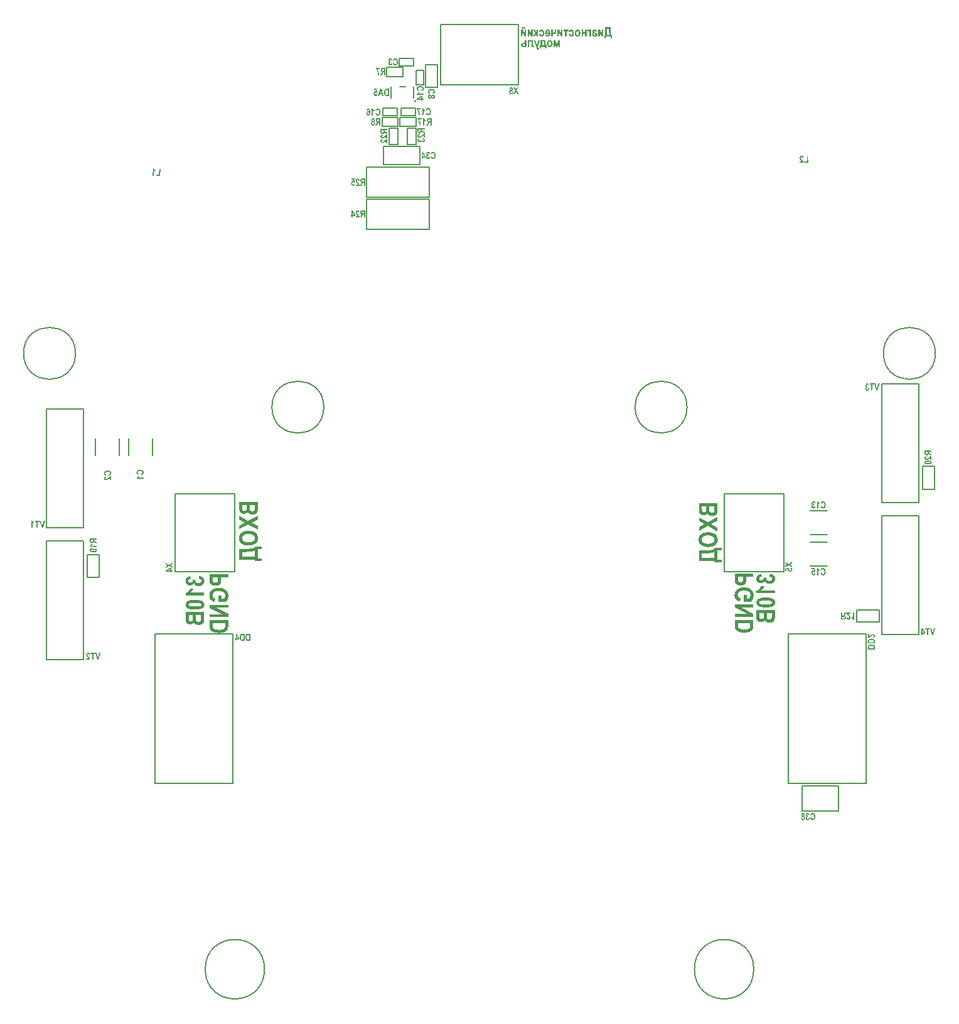
<source format=gbo>
G04*
G04 #@! TF.GenerationSoftware,Altium Limited,Altium Designer,22.7.1 (60)*
G04*
G04 Layer_Color=32896*
%FSLAX43Y43*%
%MOMM*%
G71*
G04*
G04 #@! TF.SameCoordinates,6C714445-BF0D-44DC-86B3-87104CAD25D8*
G04*
G04*
G04 #@! TF.FilePolarity,Positive*
G04*
G01*
G75*
%ADD11C,0.200*%
%ADD14C,0.150*%
G36*
X43884Y124300D02*
X43714D01*
Y124896D01*
X43542Y124300D01*
X43375D01*
X43195Y124896D01*
Y124300D01*
X43025D01*
Y125207D01*
X43267D01*
X43456Y124574D01*
X43642Y125207D01*
X43884D01*
Y124300D01*
D02*
G37*
G36*
X40851Y124298D02*
X40860Y124263D01*
X40871Y124235D01*
X40881Y124211D01*
X40890Y124193D01*
X40899Y124178D01*
X40907Y124169D01*
X40910Y124163D01*
X40912Y124161D01*
X40927Y124148D01*
X40942Y124139D01*
X40957Y124132D01*
X40971Y124128D01*
X40984Y124124D01*
X40995Y124122D01*
X41005D01*
X41033Y124124D01*
X41058Y124128D01*
X41070Y124130D01*
X41079Y124132D01*
X41084Y124133D01*
X41086D01*
X41070Y123946D01*
X41029Y123937D01*
X41010Y123935D01*
X40994Y123933D01*
X40979Y123932D01*
X40958D01*
X40933Y123933D01*
X40908Y123935D01*
X40886Y123939D01*
X40868Y123944D01*
X40855Y123948D01*
X40844Y123952D01*
X40836Y123954D01*
X40834Y123956D01*
X40816Y123965D01*
X40799Y123976D01*
X40784Y123987D01*
X40771Y123998D01*
X40762Y124009D01*
X40755Y124017D01*
X40751Y124022D01*
X40749Y124024D01*
X40736Y124043D01*
X40725Y124065D01*
X40714Y124089D01*
X40703Y124111D01*
X40696Y124132D01*
X40688Y124150D01*
X40684Y124161D01*
X40683Y124163D01*
Y124165D01*
X40633Y124333D01*
X40370Y125207D01*
X40573D01*
X40747Y124561D01*
X40925Y125207D01*
X41134D01*
X40851Y124298D01*
D02*
G37*
G36*
X39327Y124300D02*
X38892D01*
X38842Y124304D01*
X38798Y124311D01*
X38761Y124324D01*
X38729Y124341D01*
X38701Y124361D01*
X38677Y124383D01*
X38659Y124407D01*
X38644Y124431D01*
X38633Y124456D01*
X38624Y124480D01*
X38618Y124502D01*
X38612Y124522D01*
X38611Y124539D01*
X38609Y124552D01*
Y124559D01*
Y124563D01*
X38611Y124598D01*
X38618Y124631D01*
X38627Y124663D01*
X38636Y124691D01*
X38648Y124713D01*
X38657Y124730D01*
X38664Y124741D01*
X38666Y124744D01*
X38677Y124759D01*
X38692Y124774D01*
X38711Y124785D01*
X38729Y124794D01*
X38770Y124811D01*
X38812Y124820D01*
X38851Y124828D01*
X38870Y124830D01*
X38885D01*
X38898Y124831D01*
X39129D01*
Y125207D01*
X39327D01*
Y124300D01*
D02*
G37*
G36*
X40190Y124609D02*
Y124580D01*
X40192Y124556D01*
X40194Y124537D01*
X40196Y124522D01*
X40199Y124513D01*
X40201Y124506D01*
X40203Y124502D01*
Y124500D01*
X40209Y124493D01*
X40214Y124487D01*
X40231Y124480D01*
X40238Y124478D01*
X40244Y124476D01*
X40329D01*
Y124300D01*
X40297Y124294D01*
X40271Y124291D01*
X40251Y124289D01*
X40234Y124287D01*
X40222Y124285D01*
X40186D01*
X40168Y124287D01*
X40153D01*
X40140Y124289D01*
X40131Y124291D01*
X40123D01*
X40120Y124293D01*
X40118D01*
X40107Y124296D01*
X40094Y124302D01*
X40073Y124319D01*
X40066Y124324D01*
X40059Y124331D01*
X40055Y124335D01*
X40053Y124337D01*
X40042Y124352D01*
X40031Y124369D01*
X40018Y124402D01*
X40012Y124417D01*
X40009Y124428D01*
X40007Y124437D01*
Y124439D01*
X40001Y124465D01*
X39997Y124493D01*
X39996Y124520D01*
X39994Y124546D01*
X39992Y124568D01*
Y124587D01*
Y124594D01*
Y124600D01*
Y124602D01*
Y124604D01*
Y125018D01*
X39727D01*
Y124300D01*
X39529D01*
Y125207D01*
X40190D01*
Y124609D01*
D02*
G37*
G36*
X42531Y125226D02*
X42568Y125218D01*
X42599Y125211D01*
X42629Y125200D01*
X42651Y125191D01*
X42669Y125181D01*
X42681Y125174D01*
X42682Y125172D01*
X42684D01*
X42714Y125150D01*
X42742Y125122D01*
X42766Y125096D01*
X42786Y125068D01*
X42801Y125044D01*
X42814Y125026D01*
X42818Y125018D01*
X42821Y125013D01*
X42823Y125009D01*
Y125007D01*
X42840Y124965D01*
X42853Y124924D01*
X42862Y124883D01*
X42868Y124844D01*
X42871Y124813D01*
X42873Y124800D01*
X42875Y124787D01*
Y124778D01*
Y124770D01*
Y124767D01*
Y124765D01*
X42873Y124722D01*
X42869Y124683D01*
X42866Y124644D01*
X42858Y124611D01*
X42849Y124578D01*
X42840Y124548D01*
X42831Y124522D01*
X42819Y124498D01*
X42810Y124476D01*
X42801Y124457D01*
X42792Y124443D01*
X42782Y124430D01*
X42775Y124419D01*
X42771Y124411D01*
X42768Y124407D01*
X42766Y124406D01*
X42745Y124383D01*
X42723Y124365D01*
X42699Y124348D01*
X42677Y124333D01*
X42653Y124320D01*
X42631Y124311D01*
X42588Y124296D01*
X42568Y124291D01*
X42549Y124287D01*
X42532Y124283D01*
X42519Y124281D01*
X42508Y124280D01*
X42492D01*
X42453Y124281D01*
X42418Y124289D01*
X42386Y124298D01*
X42356Y124307D01*
X42334Y124319D01*
X42316Y124326D01*
X42305Y124333D01*
X42303Y124335D01*
X42301D01*
X42269Y124359D01*
X42242Y124385D01*
X42218Y124415D01*
X42197Y124443D01*
X42182Y124467D01*
X42169Y124487D01*
X42166Y124494D01*
X42162Y124500D01*
X42160Y124504D01*
Y124506D01*
X42142Y124548D01*
X42129Y124593D01*
X42119Y124635D01*
X42114Y124674D01*
X42108Y124707D01*
Y124722D01*
X42106Y124733D01*
Y124744D01*
Y124752D01*
Y124756D01*
Y124757D01*
X42108Y124793D01*
X42110Y124826D01*
X42123Y124889D01*
X42131Y124918D01*
X42140Y124944D01*
X42149Y124970D01*
X42158Y124993D01*
X42168Y125015D01*
X42177Y125033D01*
X42186Y125048D01*
X42194Y125063D01*
X42201Y125072D01*
X42206Y125081D01*
X42208Y125085D01*
X42210Y125087D01*
X42231Y125111D01*
X42251Y125133D01*
X42273Y125152D01*
X42297Y125168D01*
X42321Y125181D01*
X42344Y125193D01*
X42368Y125204D01*
X42390Y125211D01*
X42410Y125217D01*
X42429Y125220D01*
X42447Y125224D01*
X42462Y125226D01*
X42475Y125228D01*
X42492D01*
X42531Y125226D01*
D02*
G37*
G36*
X41857Y125157D02*
Y125109D01*
X41860Y125065D01*
X41862Y125020D01*
X41866Y124980D01*
X41869Y124941D01*
X41873Y124902D01*
X41877Y124867D01*
X41881Y124833D01*
X41886Y124802D01*
X41897Y124744D01*
X41907Y124694D01*
X41918Y124650D01*
X41929Y124611D01*
X41940Y124580D01*
X41949Y124554D01*
X41958Y124533D01*
X41966Y124519D01*
X41971Y124507D01*
X41975Y124502D01*
X41977Y124500D01*
X42056D01*
Y124059D01*
X41897D01*
Y124300D01*
X41334D01*
Y124059D01*
X41175D01*
Y124500D01*
X41255D01*
Y125207D01*
X41855D01*
X41857Y125157D01*
D02*
G37*
G36*
X39148Y126924D02*
X39140Y126887D01*
X39129Y126855D01*
X39116Y126830D01*
X39105Y126809D01*
X39096Y126794D01*
X39088Y126785D01*
X39086Y126781D01*
X39062Y126761D01*
X39036Y126744D01*
X39012Y126733D01*
X38988Y126726D01*
X38966Y126722D01*
X38949Y126720D01*
X38938Y126718D01*
X38935D01*
X38903Y126720D01*
X38874Y126728D01*
X38849Y126739D01*
X38827Y126750D01*
X38811Y126761D01*
X38798Y126772D01*
X38788Y126780D01*
X38786Y126781D01*
X38766Y126807D01*
X38749Y126837D01*
X38736Y126868D01*
X38729Y126898D01*
X38722Y126926D01*
X38718Y126946D01*
Y126955D01*
X38716Y126961D01*
Y126965D01*
Y126967D01*
X38812D01*
X38816Y126944D01*
X38822Y126926D01*
X38827Y126909D01*
X38836Y126896D01*
X38846Y126883D01*
X38855Y126874D01*
X38877Y126859D01*
X38899Y126852D01*
X38916Y126846D01*
X38923Y126844D01*
X38935D01*
X38955Y126846D01*
X38972Y126850D01*
X38988Y126855D01*
X39001Y126863D01*
X39012Y126872D01*
X39023Y126883D01*
X39038Y126905D01*
X39048Y126928D01*
X39053Y126948D01*
X39055Y126955D01*
X39057Y126961D01*
Y126965D01*
Y126967D01*
X39153D01*
X39148Y126924D01*
D02*
G37*
G36*
X48597Y126626D02*
X48641Y126618D01*
X48678Y126609D01*
X48708Y126598D01*
X48732Y126585D01*
X48748Y126576D01*
X48760Y126568D01*
X48763Y126567D01*
X48789Y126541D01*
X48811Y126509D01*
X48830Y126478D01*
X48843Y126444D01*
X48854Y126415D01*
X48860Y126402D01*
X48863Y126391D01*
X48865Y126381D01*
X48867Y126374D01*
X48869Y126370D01*
Y126368D01*
X48691Y126331D01*
X48684Y126354D01*
X48676Y126372D01*
X48667Y126389D01*
X48660Y126400D01*
X48654Y126409D01*
X48648Y126415D01*
X48645Y126418D01*
X48643Y126420D01*
X48630Y126428D01*
X48617Y126435D01*
X48589Y126441D01*
X48578Y126443D01*
X48569Y126444D01*
X48541D01*
X48524Y126443D01*
X48511Y126439D01*
X48500Y126437D01*
X48491Y126433D01*
X48485Y126430D01*
X48482Y126428D01*
X48480D01*
X48461Y126415D01*
X48448Y126404D01*
X48441Y126393D01*
X48439Y126391D01*
Y126389D01*
X48435Y126378D01*
X48432Y126365D01*
X48430Y126348D01*
Y126333D01*
X48428Y126317D01*
Y126304D01*
Y126296D01*
Y126293D01*
X48439Y126287D01*
X48452Y126281D01*
X48482Y126272D01*
X48513Y126261D01*
X48545Y126252D01*
X48574Y126244D01*
X48587Y126241D01*
X48598Y126239D01*
X48608Y126237D01*
X48615Y126235D01*
X48619Y126233D01*
X48621D01*
X48660Y126222D01*
X48695Y126211D01*
X48722Y126202D01*
X48745Y126191D01*
X48763Y126183D01*
X48776Y126176D01*
X48784Y126172D01*
X48785Y126170D01*
X48804Y126157D01*
X48819Y126143D01*
X48832Y126128D01*
X48843Y126113D01*
X48852Y126100D01*
X48858Y126089D01*
X48861Y126081D01*
X48863Y126080D01*
X48872Y126057D01*
X48880Y126035D01*
X48884Y126013D01*
X48887Y125993D01*
X48889Y125974D01*
X48891Y125959D01*
Y125950D01*
Y125946D01*
X48887Y125904D01*
X48880Y125865D01*
X48869Y125831D01*
X48856Y125804D01*
X48845Y125781D01*
X48834Y125765D01*
X48826Y125756D01*
X48822Y125752D01*
X48795Y125728D01*
X48765Y125709D01*
X48735Y125698D01*
X48708Y125689D01*
X48684Y125683D01*
X48663Y125681D01*
X48656Y125680D01*
X48645D01*
X48621Y125681D01*
X48598Y125685D01*
X48578Y125689D01*
X48560Y125694D01*
X48545Y125700D01*
X48532Y125706D01*
X48524Y125707D01*
X48522Y125709D01*
X48502Y125722D01*
X48482Y125735D01*
X48463Y125750D01*
X48447Y125765D01*
X48432Y125778D01*
X48423Y125789D01*
X48415Y125796D01*
X48413Y125798D01*
X48387Y125700D01*
X48193D01*
X48202Y125724D01*
X48210Y125746D01*
X48215Y125767D01*
X48221Y125785D01*
X48224Y125800D01*
X48226Y125813D01*
X48228Y125820D01*
Y125822D01*
X48232Y125846D01*
X48234Y125874D01*
X48235Y125904D01*
Y125931D01*
X48237Y125957D01*
Y125980D01*
Y125987D01*
Y125993D01*
Y125996D01*
Y125998D01*
X48235Y126278D01*
Y126307D01*
X48237Y126333D01*
Y126357D01*
X48239Y126380D01*
X48243Y126400D01*
X48245Y126417D01*
X48247Y126433D01*
X48250Y126446D01*
X48252Y126459D01*
X48256Y126468D01*
X48260Y126485D01*
X48263Y126493D01*
X48265Y126496D01*
X48276Y126518D01*
X48291Y126537D01*
X48308Y126554D01*
X48323Y126567D01*
X48337Y126578D01*
X48348Y126587D01*
X48356Y126591D01*
X48360Y126593D01*
X48385Y126604D01*
X48417Y126613D01*
X48448Y126618D01*
X48478Y126624D01*
X48506Y126626D01*
X48528Y126628D01*
X48548D01*
X48597Y126626D01*
D02*
G37*
G36*
X47452Y125700D02*
X47254D01*
Y126081D01*
X46975D01*
Y125700D01*
X46776D01*
Y126607D01*
X46975D01*
Y126276D01*
X47254D01*
Y126607D01*
X47452D01*
Y125700D01*
D02*
G37*
G36*
X43340Y126372D02*
Y126341D01*
X43336Y126313D01*
X43332Y126285D01*
X43329Y126261D01*
X43323Y126237D01*
X43316Y126217D01*
X43310Y126198D01*
X43303Y126180D01*
X43295Y126165D01*
X43290Y126152D01*
X43282Y126141D01*
X43277Y126131D01*
X43273Y126124D01*
X43269Y126118D01*
X43266Y126117D01*
Y126115D01*
X43251Y126100D01*
X43234Y126085D01*
X43201Y126063D01*
X43166Y126048D01*
X43132Y126037D01*
X43101Y126031D01*
X43088Y126028D01*
X43077D01*
X43068Y126026D01*
X43055D01*
X43029Y126028D01*
X42999Y126031D01*
X42969Y126037D01*
X42942Y126044D01*
X42918Y126050D01*
X42897Y126056D01*
X42890Y126057D01*
X42884Y126059D01*
X42880Y126061D01*
X42879D01*
Y125700D01*
X42681D01*
Y126607D01*
X42879D01*
Y126220D01*
X42901Y126211D01*
X42923Y126204D01*
X42943Y126200D01*
X42960Y126196D01*
X42975Y126194D01*
X42986Y126193D01*
X42995D01*
X43021Y126194D01*
X43043Y126200D01*
X43064Y126209D01*
X43080Y126220D01*
X43093Y126235D01*
X43106Y126250D01*
X43116Y126267D01*
X43123Y126283D01*
X43134Y126317D01*
X43138Y126331D01*
X43140Y126346D01*
Y126357D01*
X43142Y126367D01*
Y126372D01*
Y126374D01*
Y126607D01*
X43340D01*
Y126372D01*
D02*
G37*
G36*
X49726Y125700D02*
X49537D01*
X49230Y126281D01*
Y125700D01*
X49041D01*
Y126607D01*
X49237D01*
X49537Y126037D01*
Y126607D01*
X49726D01*
Y125700D01*
D02*
G37*
G36*
X44204D02*
X44016D01*
X43708Y126281D01*
Y125700D01*
X43519Y125700D01*
Y126607D01*
X43716Y126607D01*
X44016Y126037D01*
Y126607D01*
X44204D01*
Y125700D01*
D02*
G37*
G36*
X40175Y125700D02*
X39986D01*
X39679Y126281D01*
Y125700D01*
X39490D01*
Y126607D01*
X39686D01*
X39986Y126037D01*
Y126607D01*
X40175D01*
Y125700D01*
D02*
G37*
G36*
X39294D02*
X39105D01*
X38798Y126281D01*
Y125700D01*
X38609D01*
Y126607D01*
X38805D01*
X39105Y126037D01*
Y126607D01*
X39294D01*
Y125700D01*
D02*
G37*
G36*
X45415Y126626D02*
X45443Y126622D01*
X45469Y126617D01*
X45495Y126609D01*
X45539Y126589D01*
X45558Y126578D01*
X45577Y126567D01*
X45593Y126555D01*
X45606Y126544D01*
X45619Y126533D01*
X45628Y126524D01*
X45636Y126517D01*
X45641Y126511D01*
X45645Y126507D01*
X45647Y126505D01*
X45664Y126481D01*
X45678Y126455D01*
X45693Y126428D01*
X45704Y126398D01*
X45721Y126339D01*
X45732Y126281D01*
X45738Y126256D01*
X45739Y126230D01*
X45741Y126207D01*
X45743Y126189D01*
X45745Y126172D01*
Y126161D01*
Y126152D01*
Y126150D01*
X45743Y126115D01*
X45741Y126080D01*
X45732Y126017D01*
X45725Y125987D01*
X45717Y125959D01*
X45710Y125933D01*
X45701Y125911D01*
X45693Y125889D01*
X45686Y125870D01*
X45678Y125856D01*
X45671Y125841D01*
X45665Y125831D01*
X45662Y125822D01*
X45658Y125819D01*
Y125817D01*
X45641Y125793D01*
X45621Y125772D01*
X45601Y125754D01*
X45578Y125737D01*
X45556Y125724D01*
X45534Y125713D01*
X45512Y125704D01*
X45489Y125696D01*
X45451Y125687D01*
X45432Y125683D01*
X45417Y125681D01*
X45404D01*
X45395Y125680D01*
X45388D01*
X45362Y125681D01*
X45338Y125683D01*
X45291Y125694D01*
X45251Y125709D01*
X45214Y125731D01*
X45182Y125756D01*
X45154Y125783D01*
X45130Y125813D01*
X45110Y125844D01*
X45091Y125874D01*
X45077Y125904D01*
X45065Y125931D01*
X45058Y125956D01*
X45051Y125978D01*
X45047Y125993D01*
X45043Y126004D01*
Y126007D01*
X45238Y126048D01*
X45245Y126015D01*
X45252Y125985D01*
X45262Y125963D01*
X45271Y125944D01*
X45278Y125930D01*
X45286Y125920D01*
X45290Y125915D01*
X45291Y125913D01*
X45304Y125900D01*
X45319Y125891D01*
X45336Y125885D01*
X45349Y125881D01*
X45362Y125878D01*
X45371Y125876D01*
X45380D01*
X45408Y125880D01*
X45430Y125887D01*
X45452Y125896D01*
X45469Y125909D01*
X45482Y125920D01*
X45493Y125931D01*
X45499Y125939D01*
X45501Y125941D01*
X45508Y125954D01*
X45515Y125970D01*
X45525Y126004D01*
X45532Y126043D01*
X45538Y126080D01*
X45541Y126115D01*
Y126130D01*
X45543Y126143D01*
Y126154D01*
Y126161D01*
Y126167D01*
Y126168D01*
Y126194D01*
X45541Y126220D01*
X45539Y126243D01*
X45536Y126263D01*
X45532Y126281D01*
X45528Y126298D01*
X45521Y126328D01*
X45514Y126348D01*
X45506Y126365D01*
X45501Y126372D01*
X45499Y126376D01*
X45480Y126396D01*
X45462Y126413D01*
X45441Y126424D01*
X45423Y126431D01*
X45408Y126435D01*
X45393Y126439D01*
X45382D01*
X45362Y126437D01*
X45343Y126433D01*
X45328Y126426D01*
X45314Y126417D01*
X45290Y126394D01*
X45273Y126368D01*
X45260Y126341D01*
X45252Y126318D01*
X45249Y126309D01*
Y126302D01*
X45247Y126298D01*
Y126296D01*
X45052Y126339D01*
X45060Y126367D01*
X45069Y126391D01*
X45077Y126415D01*
X45088Y126437D01*
X45106Y126474D01*
X45127Y126504D01*
X45145Y126528D01*
X45160Y126544D01*
X45169Y126554D01*
X45171Y126557D01*
X45173D01*
X45206Y126581D01*
X45240Y126598D01*
X45277Y126611D01*
X45310Y126618D01*
X45340Y126624D01*
X45352Y126626D01*
X45364D01*
X45373Y126628D01*
X45386D01*
X45415Y126626D01*
D02*
G37*
G36*
X41401Y126626D02*
X41429Y126622D01*
X41455Y126617D01*
X41481Y126609D01*
X41525Y126589D01*
X41544Y126578D01*
X41562Y126567D01*
X41579Y126555D01*
X41592Y126544D01*
X41605Y126533D01*
X41614Y126524D01*
X41621Y126517D01*
X41627Y126511D01*
X41631Y126507D01*
X41632Y126505D01*
X41649Y126481D01*
X41664Y126455D01*
X41679Y126428D01*
X41690Y126398D01*
X41707Y126339D01*
X41718Y126281D01*
X41723Y126256D01*
X41725Y126230D01*
X41727Y126207D01*
X41729Y126189D01*
X41731Y126172D01*
Y126161D01*
Y126152D01*
Y126150D01*
X41729Y126115D01*
X41727Y126080D01*
X41718Y126017D01*
X41710Y125987D01*
X41703Y125959D01*
X41695Y125933D01*
X41686Y125911D01*
X41679Y125889D01*
X41671Y125870D01*
X41664Y125856D01*
X41657Y125841D01*
X41651Y125831D01*
X41647Y125822D01*
X41644Y125819D01*
Y125817D01*
X41627Y125793D01*
X41607Y125772D01*
X41586Y125754D01*
X41564Y125737D01*
X41542Y125724D01*
X41520Y125713D01*
X41497Y125704D01*
X41475Y125696D01*
X41436Y125687D01*
X41418Y125683D01*
X41403Y125681D01*
X41390D01*
X41381Y125680D01*
X41373D01*
X41347Y125681D01*
X41323Y125683D01*
X41277Y125694D01*
X41236Y125709D01*
X41199Y125731D01*
X41168Y125756D01*
X41140Y125783D01*
X41116Y125813D01*
X41095Y125844D01*
X41077Y125874D01*
X41062Y125904D01*
X41051Y125931D01*
X41044Y125956D01*
X41036Y125978D01*
X41033Y125993D01*
X41029Y126004D01*
Y126007D01*
X41223Y126048D01*
X41231Y126015D01*
X41238Y125985D01*
X41247Y125963D01*
X41257Y125944D01*
X41264Y125930D01*
X41271Y125920D01*
X41275Y125915D01*
X41277Y125913D01*
X41290Y125900D01*
X41305Y125891D01*
X41321Y125885D01*
X41334Y125881D01*
X41347Y125878D01*
X41357Y125876D01*
X41366D01*
X41394Y125880D01*
X41416Y125887D01*
X41438Y125896D01*
X41455Y125909D01*
X41468Y125920D01*
X41479Y125931D01*
X41484Y125939D01*
X41486Y125941D01*
X41494Y125954D01*
X41501Y125970D01*
X41510Y126004D01*
X41518Y126043D01*
X41523Y126080D01*
X41527Y126115D01*
Y126130D01*
X41529Y126143D01*
Y126154D01*
Y126161D01*
Y126167D01*
Y126168D01*
Y126194D01*
X41527Y126220D01*
X41525Y126243D01*
X41521Y126263D01*
X41518Y126281D01*
X41514Y126298D01*
X41507Y126328D01*
X41499Y126348D01*
X41492Y126365D01*
X41486Y126372D01*
X41484Y126376D01*
X41466Y126396D01*
X41447Y126413D01*
X41427Y126424D01*
X41408Y126431D01*
X41394Y126435D01*
X41379Y126439D01*
X41368D01*
X41347Y126437D01*
X41329Y126433D01*
X41314Y126426D01*
X41299Y126417D01*
X41275Y126394D01*
X41258Y126368D01*
X41245Y126341D01*
X41238Y126318D01*
X41234Y126309D01*
Y126302D01*
X41233Y126298D01*
Y126296D01*
X41038Y126339D01*
X41046Y126367D01*
X41055Y126391D01*
X41062Y126415D01*
X41073Y126437D01*
X41092Y126474D01*
X41112Y126504D01*
X41131Y126528D01*
X41145Y126544D01*
X41155Y126554D01*
X41157Y126557D01*
X41158D01*
X41192Y126581D01*
X41225Y126598D01*
X41262Y126611D01*
X41295Y126618D01*
X41325Y126624D01*
X41338Y126626D01*
X41349D01*
X41358Y126628D01*
X41371D01*
X41401Y126626D01*
D02*
G37*
G36*
X42227D02*
X42253Y126622D01*
X42277Y126617D01*
X42299Y126609D01*
X42338Y126591D01*
X42373Y126570D01*
X42399Y126548D01*
X42410Y126539D01*
X42419Y126530D01*
X42427Y126522D01*
X42432Y126517D01*
X42434Y126513D01*
X42436Y126511D01*
X42455Y126485D01*
X42471Y126455D01*
X42484Y126426D01*
X42497Y126396D01*
X42506Y126367D01*
X42516Y126335D01*
X42529Y126278D01*
X42532Y126252D01*
X42536Y126228D01*
X42538Y126206D01*
X42540Y126185D01*
X42542Y126170D01*
Y126157D01*
Y126150D01*
Y126148D01*
X42540Y126106D01*
X42538Y126067D01*
X42532Y126030D01*
X42525Y125994D01*
X42518Y125963D01*
X42508Y125933D01*
X42499Y125906D01*
X42488Y125881D01*
X42479Y125861D01*
X42469Y125841D01*
X42460Y125826D01*
X42453Y125813D01*
X42445Y125802D01*
X42440Y125794D01*
X42438Y125791D01*
X42436Y125789D01*
X42419Y125770D01*
X42399Y125754D01*
X42381Y125739D01*
X42358Y125726D01*
X42338Y125715D01*
X42318Y125706D01*
X42275Y125693D01*
X42240Y125685D01*
X42223Y125683D01*
X42210Y125681D01*
X42197Y125680D01*
X42182D01*
X42140Y125683D01*
X42101Y125691D01*
X42066Y125700D01*
X42036Y125713D01*
X42012Y125724D01*
X41995Y125735D01*
X41984Y125743D01*
X41981Y125744D01*
X41951Y125772D01*
X41927Y125804D01*
X41905Y125839D01*
X41888Y125872D01*
X41873Y125902D01*
X41868Y125915D01*
X41864Y125926D01*
X41860Y125935D01*
X41858Y125943D01*
X41857Y125946D01*
Y125948D01*
X42053Y125989D01*
X42060Y125967D01*
X42068Y125946D01*
X42077Y125930D01*
X42086Y125915D01*
X42097Y125902D01*
X42108Y125891D01*
X42119Y125881D01*
X42129Y125876D01*
X42149Y125867D01*
X42166Y125861D01*
X42177Y125859D01*
X42181D01*
X42205Y125861D01*
X42225Y125869D01*
X42245Y125878D01*
X42262Y125889D01*
X42275Y125898D01*
X42284Y125907D01*
X42292Y125915D01*
X42294Y125917D01*
X42308Y125941D01*
X42319Y125968D01*
X42329Y125996D01*
X42334Y126024D01*
X42338Y126048D01*
X42340Y126067D01*
Y126074D01*
Y126080D01*
Y126083D01*
Y126085D01*
X41847D01*
Y126111D01*
X41849Y126159D01*
X41851Y126204D01*
X41857Y126246D01*
X41864Y126285D01*
X41871Y126320D01*
X41881Y126352D01*
X41890Y126381D01*
X41899Y126409D01*
X41908Y126431D01*
X41918Y126452D01*
X41927Y126470D01*
X41934Y126483D01*
X41942Y126494D01*
X41947Y126504D01*
X41949Y126507D01*
X41951Y126509D01*
X41969Y126530D01*
X41988Y126548D01*
X42008Y126565D01*
X42029Y126578D01*
X42049Y126589D01*
X42069Y126598D01*
X42110Y126613D01*
X42145Y126622D01*
X42162Y126624D01*
X42175Y126626D01*
X42186Y126628D01*
X42201D01*
X42227Y126626D01*
D02*
G37*
G36*
X48048Y125700D02*
X47850D01*
Y126418D01*
X47547D01*
Y126607D01*
X48048D01*
Y125700D01*
D02*
G37*
G36*
X44991Y126418D02*
X44753D01*
Y125700D01*
X44554D01*
Y126418D01*
X44316D01*
Y126607D01*
X44991D01*
Y126418D01*
D02*
G37*
G36*
X40414Y126611D02*
X40442Y126604D01*
X40466Y126596D01*
X40484Y126585D01*
X40499Y126576D01*
X40509Y126567D01*
X40514Y126559D01*
X40516Y126557D01*
X40529Y126535D01*
X40542Y126507D01*
X40553Y126481D01*
X40564Y126454D01*
X40573Y126430D01*
X40579Y126411D01*
X40581Y126404D01*
X40583Y126398D01*
X40584Y126394D01*
Y126393D01*
X40590Y126374D01*
X40596Y126355D01*
X40607Y126328D01*
X40616Y126304D01*
X40623Y126287D01*
X40629Y126276D01*
X40634Y126268D01*
X40636Y126265D01*
X40638Y126263D01*
X40657Y126250D01*
X40677Y126243D01*
X40686Y126239D01*
X40692D01*
X40697Y126237D01*
X40699D01*
Y126607D01*
X40897D01*
Y125700D01*
X40699D01*
Y126087D01*
X40684Y126085D01*
X40671Y126083D01*
X40660Y126080D01*
X40651Y126076D01*
X40646Y126070D01*
X40640Y126067D01*
X40636Y126065D01*
Y126063D01*
X40627Y126052D01*
X40620Y126037D01*
X40610Y126020D01*
X40601Y126004D01*
X40596Y125987D01*
X40590Y125974D01*
X40586Y125965D01*
X40584Y125963D01*
Y125961D01*
X40484Y125700D01*
X40273D01*
X40383Y125950D01*
X40392Y125972D01*
X40401Y125991D01*
X40420Y126026D01*
X40436Y126054D01*
X40449Y126076D01*
X40460Y126093D01*
X40468Y126104D01*
X40473Y126109D01*
X40475Y126111D01*
X40488Y126126D01*
X40503Y126137D01*
X40514Y126146D01*
X40525Y126154D01*
X40536Y126159D01*
X40544Y126163D01*
X40547Y126165D01*
X40549D01*
X40533Y126174D01*
X40520Y126185D01*
X40509Y126196D01*
X40499Y126206D01*
X40492Y126215D01*
X40488Y126222D01*
X40484Y126226D01*
Y126228D01*
X40477Y126244D01*
X40470Y126263D01*
X40462Y126283D01*
X40455Y126302D01*
X40449Y126318D01*
X40446Y126331D01*
X40444Y126341D01*
X40442Y126344D01*
X40433Y126370D01*
X40425Y126391D01*
X40418Y126407D01*
X40410Y126418D01*
X40405Y126426D01*
X40399Y126431D01*
X40397Y126435D01*
X40396D01*
X40386Y126441D01*
X40375Y126444D01*
X40351Y126448D01*
X40342Y126450D01*
X40303D01*
Y126605D01*
X40321Y126607D01*
X40336Y126609D01*
X40349Y126611D01*
X40360Y126613D01*
X40381D01*
X40414Y126611D01*
D02*
G37*
G36*
X46280Y126626D02*
X46317Y126618D01*
X46349Y126611D01*
X46378Y126600D01*
X46401Y126591D01*
X46419Y126581D01*
X46430Y126574D01*
X46432Y126572D01*
X46434D01*
X46463Y126550D01*
X46491Y126522D01*
X46515Y126496D01*
X46536Y126468D01*
X46550Y126444D01*
X46563Y126426D01*
X46567Y126418D01*
X46571Y126413D01*
X46573Y126409D01*
Y126407D01*
X46589Y126365D01*
X46602Y126324D01*
X46612Y126283D01*
X46617Y126244D01*
X46621Y126213D01*
X46623Y126200D01*
X46625Y126187D01*
Y126178D01*
Y126170D01*
Y126167D01*
Y126165D01*
X46623Y126122D01*
X46619Y126083D01*
X46615Y126044D01*
X46608Y126011D01*
X46599Y125978D01*
X46589Y125948D01*
X46580Y125922D01*
X46569Y125898D01*
X46560Y125876D01*
X46550Y125857D01*
X46541Y125843D01*
X46532Y125830D01*
X46525Y125819D01*
X46521Y125811D01*
X46517Y125807D01*
X46515Y125806D01*
X46495Y125783D01*
X46473Y125765D01*
X46449Y125748D01*
X46426Y125733D01*
X46402Y125720D01*
X46380Y125711D01*
X46338Y125696D01*
X46317Y125691D01*
X46299Y125687D01*
X46282Y125683D01*
X46269Y125681D01*
X46258Y125680D01*
X46241D01*
X46202Y125681D01*
X46167Y125689D01*
X46136Y125698D01*
X46106Y125707D01*
X46084Y125719D01*
X46065Y125726D01*
X46054Y125733D01*
X46052Y125735D01*
X46051D01*
X46019Y125759D01*
X45991Y125785D01*
X45967Y125815D01*
X45947Y125843D01*
X45932Y125867D01*
X45919Y125887D01*
X45915Y125894D01*
X45912Y125900D01*
X45910Y125904D01*
Y125906D01*
X45891Y125948D01*
X45878Y125993D01*
X45869Y126035D01*
X45864Y126074D01*
X45858Y126107D01*
Y126122D01*
X45856Y126133D01*
Y126144D01*
Y126152D01*
Y126156D01*
Y126157D01*
X45858Y126193D01*
X45860Y126226D01*
X45873Y126289D01*
X45880Y126318D01*
X45889Y126344D01*
X45899Y126370D01*
X45908Y126393D01*
X45917Y126415D01*
X45926Y126433D01*
X45936Y126448D01*
X45943Y126463D01*
X45951Y126472D01*
X45956Y126481D01*
X45958Y126485D01*
X45960Y126487D01*
X45980Y126511D01*
X46001Y126533D01*
X46023Y126552D01*
X46047Y126568D01*
X46071Y126581D01*
X46093Y126593D01*
X46117Y126604D01*
X46139Y126611D01*
X46160Y126617D01*
X46178Y126620D01*
X46197Y126624D01*
X46212Y126626D01*
X46225Y126628D01*
X46241D01*
X46280Y126626D01*
D02*
G37*
G36*
X50659Y126783D02*
Y126717D01*
X50661Y126654D01*
Y126594D01*
X50663Y126541D01*
X50665Y126491D01*
X50669Y126446D01*
X50670Y126404D01*
X50672Y126367D01*
X50676Y126335D01*
X50678Y126305D01*
X50680Y126283D01*
X50683Y126263D01*
X50685Y126248D01*
Y126237D01*
X50687Y126230D01*
Y126228D01*
X50698Y126161D01*
X50711Y126100D01*
X50717Y126072D01*
X50724Y126046D01*
X50730Y126022D01*
X50737Y126000D01*
X50743Y125980D01*
X50748Y125963D01*
X50752Y125948D01*
X50757Y125935D01*
X50759Y125924D01*
X50763Y125917D01*
X50765Y125913D01*
Y125911D01*
X50850D01*
Y125428D01*
X50680D01*
Y125700D01*
X50032D01*
Y125428D01*
X49861D01*
Y125911D01*
X49950D01*
Y126952D01*
X50659D01*
Y126783D01*
D02*
G37*
G36*
X3100Y62148D02*
X3096Y62082D01*
Y62022D01*
X3093Y61967D01*
X3089Y61919D01*
Y61878D01*
X3085Y61841D01*
X3082Y61811D01*
X3078Y61785D01*
Y61767D01*
X3074Y61748D01*
Y61737D01*
X3070Y61730D01*
Y61722D01*
X3048Y61659D01*
X3015Y61600D01*
X2978Y61545D01*
X2937Y61500D01*
X2900Y61463D01*
X2867Y61434D01*
X2845Y61419D01*
X2841Y61411D01*
X2837D01*
X2763Y61367D01*
X2685Y61334D01*
X2607Y61311D01*
X2533Y61293D01*
X2470Y61285D01*
X2445Y61282D01*
X2419D01*
X2400Y61278D01*
X2385D01*
X2378D01*
X2374D01*
X2293Y61282D01*
X2219Y61293D01*
X2156Y61311D01*
X2100Y61330D01*
X2052Y61348D01*
X2019Y61367D01*
X2000Y61378D01*
X1993Y61382D01*
X1937Y61422D01*
X1889Y61471D01*
X1852Y61519D01*
X1822Y61563D01*
X1800Y61608D01*
X1782Y61641D01*
X1774Y61663D01*
X1771Y61667D01*
Y61671D01*
X1741Y61622D01*
X1708Y61582D01*
X1671Y61548D01*
X1637Y61515D01*
X1604Y61493D01*
X1578Y61474D01*
X1563Y61463D01*
X1556Y61459D01*
X1500Y61434D01*
X1441Y61411D01*
X1385Y61396D01*
X1334Y61389D01*
X1293Y61382D01*
X1256Y61378D01*
X1234D01*
X1230D01*
X1226D01*
X1156Y61382D01*
X1089Y61393D01*
X1030Y61408D01*
X978Y61426D01*
X937Y61445D01*
X904Y61459D01*
X885Y61471D01*
X878Y61474D01*
X822Y61511D01*
X778Y61548D01*
X741Y61589D01*
X711Y61622D01*
X689Y61656D01*
X671Y61682D01*
X663Y61696D01*
X660Y61704D01*
X648Y61733D01*
X637Y61763D01*
X623Y61837D01*
X611Y61915D01*
X604Y61993D01*
X600Y62063D01*
X597Y62096D01*
Y63000D01*
X3100D01*
Y62148D01*
D02*
G37*
G36*
Y60641D02*
X2248Y60182D01*
X3100Y59723D01*
Y59226D01*
X1796Y59937D01*
X597Y59293D01*
Y59774D01*
X1348Y60182D01*
X597Y60589D01*
Y61071D01*
X1796Y60426D01*
X3100Y61137D01*
Y60641D01*
D02*
G37*
G36*
X1978Y59093D02*
X2085Y59086D01*
X2185Y59071D01*
X2278Y59052D01*
X2363Y59030D01*
X2441Y59004D01*
X2515Y58978D01*
X2582Y58949D01*
X2637Y58923D01*
X2689Y58897D01*
X2733Y58871D01*
X2770Y58849D01*
X2796Y58830D01*
X2819Y58815D01*
X2830Y58808D01*
X2833Y58804D01*
X2889Y58752D01*
X2933Y58700D01*
X2974Y58641D01*
X3011Y58586D01*
X3041Y58526D01*
X3067Y58467D01*
X3085Y58412D01*
X3104Y58356D01*
X3115Y58304D01*
X3126Y58256D01*
X3130Y58212D01*
X3137Y58175D01*
Y58145D01*
X3141Y58119D01*
Y58101D01*
X3137Y58019D01*
X3126Y57945D01*
X3111Y57871D01*
X3093Y57804D01*
X3067Y57741D01*
X3041Y57686D01*
X3015Y57634D01*
X2985Y57586D01*
X2956Y57541D01*
X2930Y57504D01*
X2900Y57475D01*
X2878Y57449D01*
X2859Y57427D01*
X2845Y57412D01*
X2833Y57404D01*
X2830Y57401D01*
X2759Y57349D01*
X2685Y57304D01*
X2607Y57264D01*
X2526Y57230D01*
X2445Y57201D01*
X2363Y57175D01*
X2285Y57156D01*
X2208Y57141D01*
X2133Y57130D01*
X2067Y57119D01*
X2004Y57112D01*
X1952Y57108D01*
X1908Y57104D01*
X1874D01*
X1856D01*
X1848D01*
X1737Y57108D01*
X1630Y57115D01*
X1530Y57130D01*
X1437Y57149D01*
X1352Y57167D01*
X1274Y57193D01*
X1204Y57215D01*
X1137Y57241D01*
X1082Y57267D01*
X1034Y57293D01*
X989Y57319D01*
X956Y57338D01*
X926Y57356D01*
X908Y57371D01*
X897Y57378D01*
X893Y57382D01*
X834Y57438D01*
X782Y57493D01*
X737Y57552D01*
X697Y57612D01*
X667Y57671D01*
X637Y57730D01*
X615Y57789D01*
X597Y57845D01*
X585Y57897D01*
X574Y57945D01*
X567Y57989D01*
X560Y58026D01*
Y58056D01*
X556Y58082D01*
Y58101D01*
X563Y58212D01*
X578Y58312D01*
X600Y58400D01*
X626Y58478D01*
X641Y58508D01*
X656Y58538D01*
X667Y58563D01*
X678Y58586D01*
X685Y58600D01*
X693Y58612D01*
X700Y58619D01*
Y58623D01*
X760Y58697D01*
X826Y58767D01*
X897Y58823D01*
X967Y58875D01*
X1030Y58915D01*
X1060Y58930D01*
X1082Y58941D01*
X1104Y58952D01*
X1119Y58960D01*
X1126Y58967D01*
X1130D01*
X1185Y58989D01*
X1245Y59012D01*
X1367Y59041D01*
X1489Y59063D01*
X1608Y59082D01*
X1659Y59086D01*
X1711Y59089D01*
X1756Y59093D01*
X1793D01*
X1822Y59097D01*
X1848D01*
X1863D01*
X1867D01*
X1978Y59093D01*
D02*
G37*
G36*
X3644Y56656D02*
X3100D01*
Y55360D01*
X3644D01*
Y55019D01*
X2678D01*
Y55197D01*
X597D01*
Y56615D01*
X934D01*
X1067D01*
X1193Y56619D01*
X1311D01*
X1419Y56623D01*
X1519Y56627D01*
X1608Y56634D01*
X1693Y56638D01*
X1767Y56641D01*
X1830Y56649D01*
X1889Y56653D01*
X1933Y56656D01*
X1974Y56664D01*
X2004Y56667D01*
X2026D01*
X2041Y56671D01*
X2045D01*
X2178Y56693D01*
X2300Y56719D01*
X2356Y56730D01*
X2408Y56745D01*
X2456Y56756D01*
X2500Y56771D01*
X2541Y56782D01*
X2574Y56793D01*
X2604Y56801D01*
X2630Y56812D01*
X2652Y56815D01*
X2667Y56823D01*
X2674Y56827D01*
X2678D01*
Y56997D01*
X3644D01*
Y56656D01*
D02*
G37*
G36*
X-4698Y52981D02*
X-4598Y52956D01*
X-4550Y52937D01*
X-4509Y52919D01*
X-4468Y52900D01*
X-4435Y52882D01*
X-4402Y52863D01*
X-4376Y52844D01*
X-4354Y52830D01*
X-4331Y52815D01*
X-4317Y52804D01*
X-4306Y52793D01*
X-4302Y52789D01*
X-4298Y52785D01*
X-4265Y52748D01*
X-4235Y52711D01*
X-4209Y52674D01*
X-4191Y52633D01*
X-4154Y52556D01*
X-4131Y52485D01*
X-4120Y52422D01*
X-4117Y52393D01*
X-4113Y52370D01*
X-4109Y52352D01*
Y52326D01*
X-4113Y52274D01*
X-4120Y52226D01*
X-4131Y52178D01*
X-4143Y52130D01*
X-4180Y52048D01*
X-4220Y51978D01*
X-4261Y51919D01*
X-4280Y51896D01*
X-4298Y51878D01*
X-4309Y51863D01*
X-4320Y51848D01*
X-4328Y51845D01*
X-4331Y51841D01*
X-4376Y51804D01*
X-4420Y51771D01*
X-4468Y51745D01*
X-4517Y51722D01*
X-4609Y51685D01*
X-4698Y51659D01*
X-4742Y51652D01*
X-4780Y51645D01*
X-4813Y51641D01*
X-4842Y51637D01*
X-4865Y51633D01*
X-4883D01*
X-4894D01*
X-4898D01*
X-4983Y51637D01*
X-5061Y51652D01*
X-5128Y51667D01*
X-5183Y51689D01*
X-5228Y51708D01*
X-5261Y51726D01*
X-5283Y51741D01*
X-5291Y51745D01*
X-5346Y51789D01*
X-5391Y51833D01*
X-5424Y51878D01*
X-5454Y51922D01*
X-5472Y51963D01*
X-5483Y51993D01*
X-5491Y52015D01*
X-5494Y52019D01*
Y52022D01*
X-5531Y51970D01*
X-5572Y51926D01*
X-5613Y51885D01*
X-5646Y51856D01*
X-5679Y51830D01*
X-5702Y51815D01*
X-5716Y51804D01*
X-5724Y51800D01*
X-5776Y51774D01*
X-5828Y51756D01*
X-5876Y51741D01*
X-5924Y51733D01*
X-5961Y51726D01*
X-5994Y51722D01*
X-6013D01*
X-6020D01*
X-6065D01*
X-6109Y51730D01*
X-6190Y51748D01*
X-6265Y51774D01*
X-6331Y51804D01*
X-6387Y51837D01*
X-6409Y51852D01*
X-6428Y51863D01*
X-6442Y51874D01*
X-6453Y51882D01*
X-6457Y51885D01*
X-6461Y51889D01*
X-6498Y51922D01*
X-6528Y51956D01*
X-6553Y51993D01*
X-6576Y52030D01*
X-6613Y52104D01*
X-6635Y52174D01*
X-6650Y52241D01*
X-6653Y52267D01*
X-6657Y52289D01*
X-6661Y52311D01*
Y52382D01*
X-6653Y52426D01*
X-6635Y52507D01*
X-6609Y52582D01*
X-6583Y52641D01*
X-6553Y52689D01*
X-6528Y52726D01*
X-6509Y52748D01*
X-6505Y52752D01*
X-6502Y52756D01*
X-6472Y52785D01*
X-6435Y52811D01*
X-6357Y52859D01*
X-6276Y52896D01*
X-6194Y52926D01*
X-6120Y52948D01*
X-6090Y52956D01*
X-6061Y52963D01*
X-6039Y52967D01*
X-6020Y52970D01*
X-6009Y52974D01*
X-6005D01*
X-5931Y52611D01*
X-5991Y52604D01*
X-6039Y52593D01*
X-6083Y52578D01*
X-6116Y52563D01*
X-6142Y52548D01*
X-6165Y52537D01*
X-6176Y52530D01*
X-6179Y52526D01*
X-6209Y52496D01*
X-6228Y52467D01*
X-6242Y52437D01*
X-6253Y52411D01*
X-6261Y52389D01*
X-6265Y52367D01*
Y52352D01*
X-6261Y52315D01*
X-6253Y52282D01*
X-6242Y52252D01*
X-6228Y52230D01*
X-6213Y52211D01*
X-6202Y52196D01*
X-6194Y52189D01*
X-6190Y52185D01*
X-6161Y52163D01*
X-6128Y52148D01*
X-6094Y52133D01*
X-6065Y52126D01*
X-6035Y52122D01*
X-6013Y52119D01*
X-5998D01*
X-5991D01*
X-5935Y52122D01*
X-5887Y52133D01*
X-5846Y52148D01*
X-5813Y52163D01*
X-5787Y52178D01*
X-5765Y52193D01*
X-5753Y52204D01*
X-5750Y52208D01*
X-5724Y52245D01*
X-5702Y52282D01*
X-5691Y52322D01*
X-5679Y52363D01*
X-5676Y52396D01*
X-5672Y52426D01*
Y52452D01*
X-5279Y52493D01*
X-5291Y52456D01*
X-5302Y52422D01*
X-5309Y52389D01*
X-5313Y52363D01*
X-5317Y52345D01*
Y52315D01*
X-5313Y52274D01*
X-5302Y52237D01*
X-5283Y52204D01*
X-5265Y52174D01*
X-5242Y52152D01*
X-5228Y52133D01*
X-5213Y52122D01*
X-5209Y52119D01*
X-5168Y52093D01*
X-5120Y52070D01*
X-5072Y52056D01*
X-5028Y52048D01*
X-4987Y52041D01*
X-4954Y52037D01*
X-4931D01*
X-4928D01*
X-4924D01*
X-4854Y52041D01*
X-4794Y52052D01*
X-4739Y52063D01*
X-4698Y52078D01*
X-4661Y52096D01*
X-4639Y52108D01*
X-4620Y52119D01*
X-4617Y52122D01*
X-4580Y52156D01*
X-4554Y52189D01*
X-4535Y52226D01*
X-4524Y52259D01*
X-4517Y52285D01*
X-4509Y52307D01*
Y52330D01*
X-4513Y52370D01*
X-4524Y52407D01*
X-4539Y52441D01*
X-4557Y52467D01*
X-4572Y52489D01*
X-4587Y52507D01*
X-4598Y52519D01*
X-4602Y52522D01*
X-4639Y52548D01*
X-4683Y52570D01*
X-4728Y52589D01*
X-4772Y52600D01*
X-4813Y52611D01*
X-4842Y52615D01*
X-4865Y52619D01*
X-4868D01*
X-4872D01*
X-4817Y53000D01*
X-4698Y52981D01*
D02*
G37*
G36*
X-5646Y51182D02*
X-5702Y51082D01*
X-5765Y50997D01*
X-5824Y50922D01*
X-5850Y50889D01*
X-5876Y50859D01*
X-5902Y50834D01*
X-5920Y50815D01*
X-5939Y50797D01*
X-5950Y50785D01*
X-5957Y50778D01*
X-5961Y50774D01*
X-4150D01*
Y50378D01*
X-6661D01*
Y50700D01*
X-6579Y50730D01*
X-6505Y50767D01*
X-6439Y50808D01*
X-6383Y50848D01*
X-6335Y50885D01*
X-6298Y50915D01*
X-6276Y50937D01*
X-6272Y50941D01*
X-6268Y50945D01*
X-6209Y51011D01*
X-6161Y51074D01*
X-6120Y51130D01*
X-6087Y51182D01*
X-6065Y51226D01*
X-6046Y51256D01*
X-6039Y51278D01*
X-6035Y51282D01*
Y51285D01*
X-5598D01*
X-5646Y51182D01*
D02*
G37*
G36*
X-5257Y49789D02*
X-5139Y49786D01*
X-5028Y49774D01*
X-4928Y49763D01*
X-4835Y49752D01*
X-4754Y49734D01*
X-4683Y49719D01*
X-4617Y49700D01*
X-4561Y49686D01*
X-4513Y49667D01*
X-4476Y49652D01*
X-4443Y49641D01*
X-4417Y49626D01*
X-4402Y49619D01*
X-4391Y49615D01*
X-4387Y49611D01*
X-4339Y49574D01*
X-4294Y49537D01*
X-4257Y49497D01*
X-4228Y49456D01*
X-4198Y49415D01*
X-4176Y49378D01*
X-4157Y49337D01*
X-4143Y49300D01*
X-4124Y49230D01*
X-4117Y49200D01*
X-4113Y49174D01*
Y49156D01*
X-4109Y49141D01*
Y49126D01*
X-4113Y49071D01*
X-4120Y49019D01*
X-4135Y48971D01*
X-4154Y48926D01*
X-4198Y48845D01*
X-4250Y48775D01*
X-4302Y48719D01*
X-4324Y48697D01*
X-4346Y48678D01*
X-4365Y48663D01*
X-4380Y48652D01*
X-4387Y48649D01*
X-4391Y48645D01*
X-4450Y48612D01*
X-4517Y48582D01*
X-4587Y48560D01*
X-4665Y48538D01*
X-4831Y48504D01*
X-4994Y48482D01*
X-5072Y48475D01*
X-5146Y48471D01*
X-5209Y48463D01*
X-5268D01*
X-5317Y48460D01*
X-5354D01*
X-5365D01*
X-5376D01*
X-5379D01*
X-5383D01*
X-5513Y48463D01*
X-5628Y48467D01*
X-5739Y48478D01*
X-5835Y48489D01*
X-5928Y48504D01*
X-6009Y48519D01*
X-6079Y48534D01*
X-6146Y48552D01*
X-6202Y48571D01*
X-6250Y48586D01*
X-6287Y48600D01*
X-6320Y48615D01*
X-6346Y48626D01*
X-6361Y48638D01*
X-6372Y48641D01*
X-6376Y48645D01*
X-6428Y48682D01*
X-6468Y48719D01*
X-6509Y48760D01*
X-6542Y48800D01*
X-6568Y48841D01*
X-6590Y48878D01*
X-6609Y48919D01*
X-6624Y48956D01*
X-6646Y49026D01*
X-6653Y49056D01*
X-6657Y49082D01*
X-6661Y49100D01*
Y49130D01*
X-6657Y49186D01*
X-6650Y49237D01*
X-6635Y49286D01*
X-6616Y49330D01*
X-6572Y49411D01*
X-6520Y49482D01*
X-6465Y49537D01*
X-6442Y49560D01*
X-6420Y49578D01*
X-6402Y49593D01*
X-6387Y49604D01*
X-6379Y49608D01*
X-6376Y49611D01*
X-6316Y49645D01*
X-6250Y49671D01*
X-6179Y49697D01*
X-6102Y49715D01*
X-5939Y49749D01*
X-5776Y49771D01*
X-5698Y49778D01*
X-5624Y49782D01*
X-5557Y49786D01*
X-5502Y49789D01*
X-5454Y49793D01*
X-5417D01*
X-5405D01*
X-5394D01*
X-5391D01*
X-5387D01*
X-5257Y49789D01*
D02*
G37*
G36*
X-4150Y47260D02*
X-4154Y47193D01*
Y47134D01*
X-4157Y47078D01*
X-4161Y47030D01*
Y46990D01*
X-4165Y46952D01*
X-4168Y46923D01*
X-4172Y46897D01*
Y46878D01*
X-4176Y46860D01*
Y46849D01*
X-4180Y46841D01*
Y46834D01*
X-4202Y46771D01*
X-4235Y46712D01*
X-4272Y46656D01*
X-4313Y46612D01*
X-4350Y46575D01*
X-4383Y46545D01*
X-4405Y46530D01*
X-4409Y46523D01*
X-4413D01*
X-4487Y46478D01*
X-4565Y46445D01*
X-4643Y46423D01*
X-4717Y46404D01*
X-4780Y46397D01*
X-4805Y46393D01*
X-4831D01*
X-4850Y46390D01*
X-4865D01*
X-4872D01*
X-4876D01*
X-4957Y46393D01*
X-5031Y46404D01*
X-5094Y46423D01*
X-5150Y46441D01*
X-5198Y46460D01*
X-5231Y46478D01*
X-5250Y46490D01*
X-5257Y46493D01*
X-5313Y46534D01*
X-5361Y46582D01*
X-5398Y46630D01*
X-5428Y46675D01*
X-5450Y46719D01*
X-5468Y46753D01*
X-5476Y46775D01*
X-5479Y46778D01*
Y46782D01*
X-5509Y46734D01*
X-5542Y46693D01*
X-5579Y46660D01*
X-5613Y46627D01*
X-5646Y46604D01*
X-5672Y46586D01*
X-5687Y46575D01*
X-5694Y46571D01*
X-5750Y46545D01*
X-5809Y46523D01*
X-5865Y46508D01*
X-5916Y46501D01*
X-5957Y46493D01*
X-5994Y46490D01*
X-6016D01*
X-6020D01*
X-6024D01*
X-6094Y46493D01*
X-6161Y46504D01*
X-6220Y46519D01*
X-6272Y46538D01*
X-6313Y46556D01*
X-6346Y46571D01*
X-6365Y46582D01*
X-6372Y46586D01*
X-6428Y46623D01*
X-6472Y46660D01*
X-6509Y46701D01*
X-6539Y46734D01*
X-6561Y46767D01*
X-6579Y46793D01*
X-6587Y46808D01*
X-6590Y46815D01*
X-6602Y46845D01*
X-6613Y46875D01*
X-6627Y46949D01*
X-6639Y47027D01*
X-6646Y47104D01*
X-6650Y47175D01*
X-6653Y47208D01*
Y48112D01*
X-4150D01*
Y47260D01*
D02*
G37*
G36*
X-900Y52835D02*
X-1844D01*
Y52498D01*
X-1848Y52435D01*
X-1852Y52376D01*
X-1855Y52324D01*
X-1863Y52276D01*
X-1867Y52235D01*
X-1874Y52195D01*
X-1881Y52161D01*
X-1889Y52132D01*
X-1896Y52106D01*
X-1900Y52087D01*
X-1907Y52069D01*
X-1911Y52054D01*
X-1915Y52046D01*
X-1918Y52039D01*
X-1952Y51983D01*
X-1989Y51932D01*
X-2033Y51887D01*
X-2074Y51850D01*
X-2111Y51821D01*
X-2144Y51798D01*
X-2167Y51784D01*
X-2170Y51780D01*
X-2174D01*
X-2248Y51746D01*
X-2322Y51721D01*
X-2400Y51702D01*
X-2470Y51687D01*
X-2533Y51680D01*
X-2563D01*
X-2585Y51676D01*
X-2603D01*
X-2618D01*
X-2626D01*
X-2629D01*
X-2737Y51680D01*
X-2833Y51695D01*
X-2915Y51713D01*
X-2985Y51735D01*
X-3018Y51750D01*
X-3044Y51761D01*
X-3066Y51769D01*
X-3085Y51780D01*
X-3100Y51787D01*
X-3111Y51795D01*
X-3115Y51798D01*
X-3118D01*
X-3185Y51846D01*
X-3237Y51895D01*
X-3281Y51946D01*
X-3315Y51991D01*
X-3337Y52035D01*
X-3355Y52069D01*
X-3363Y52091D01*
X-3366Y52095D01*
Y52098D01*
X-3374Y52124D01*
X-3377Y52154D01*
X-3385Y52187D01*
X-3389Y52224D01*
X-3396Y52302D01*
X-3400Y52387D01*
X-3403Y52461D01*
Y53250D01*
X-900D01*
Y52835D01*
D02*
G37*
G36*
X-2007Y51398D02*
X-1874Y51384D01*
X-1811Y51376D01*
X-1755Y51365D01*
X-1700Y51350D01*
X-1652Y51339D01*
X-1607Y51328D01*
X-1567Y51313D01*
X-1533Y51302D01*
X-1504Y51295D01*
X-1481Y51284D01*
X-1467Y51280D01*
X-1455Y51272D01*
X-1452D01*
X-1348Y51217D01*
X-1259Y51158D01*
X-1181Y51095D01*
X-1118Y51035D01*
X-1070Y50984D01*
X-1037Y50939D01*
X-1022Y50924D01*
X-1015Y50913D01*
X-1011Y50906D01*
X-1007Y50902D01*
X-959Y50813D01*
X-922Y50721D01*
X-896Y50628D01*
X-878Y50547D01*
X-870Y50510D01*
X-867Y50473D01*
X-863Y50443D01*
Y50417D01*
X-859Y50395D01*
Y50365D01*
X-863Y50273D01*
X-878Y50184D01*
X-896Y50098D01*
X-915Y50024D01*
X-937Y49961D01*
X-944Y49936D01*
X-952Y49910D01*
X-959Y49895D01*
X-967Y49880D01*
X-970Y49873D01*
Y49869D01*
X-1015Y49780D01*
X-1063Y49702D01*
X-1107Y49639D01*
X-1152Y49584D01*
X-1189Y49539D01*
X-1218Y49510D01*
X-1237Y49491D01*
X-1244Y49484D01*
X-2241D01*
Y50376D01*
X-1818D01*
Y49902D01*
X-1504D01*
X-1467Y49943D01*
X-1437Y49984D01*
X-1411Y50024D01*
X-1389Y50058D01*
X-1370Y50091D01*
X-1359Y50117D01*
X-1352Y50132D01*
X-1348Y50139D01*
X-1330Y50187D01*
X-1315Y50232D01*
X-1307Y50276D01*
X-1300Y50313D01*
X-1296Y50343D01*
X-1293Y50365D01*
Y50387D01*
X-1296Y50435D01*
X-1300Y50480D01*
X-1322Y50561D01*
X-1355Y50635D01*
X-1393Y50695D01*
X-1430Y50739D01*
X-1463Y50772D01*
X-1485Y50795D01*
X-1489Y50798D01*
X-1492Y50802D01*
X-1541Y50832D01*
X-1589Y50858D01*
X-1700Y50902D01*
X-1815Y50932D01*
X-1926Y50954D01*
X-1974Y50961D01*
X-2022Y50965D01*
X-2067Y50972D01*
X-2104D01*
X-2133Y50976D01*
X-2159D01*
X-2174D01*
X-2178D01*
X-2255Y50972D01*
X-2326Y50969D01*
X-2392Y50961D01*
X-2455Y50950D01*
X-2511Y50939D01*
X-2563Y50924D01*
X-2607Y50910D01*
X-2648Y50895D01*
X-2685Y50880D01*
X-2718Y50865D01*
X-2744Y50850D01*
X-2766Y50839D01*
X-2781Y50828D01*
X-2792Y50821D01*
X-2800Y50813D01*
X-2803D01*
X-2841Y50780D01*
X-2874Y50747D01*
X-2900Y50713D01*
X-2922Y50676D01*
X-2959Y50606D01*
X-2985Y50535D01*
X-3000Y50476D01*
X-3003Y50450D01*
X-3007Y50428D01*
X-3011Y50410D01*
Y50384D01*
X-3007Y50321D01*
X-2996Y50265D01*
X-2978Y50217D01*
X-2959Y50173D01*
X-2940Y50139D01*
X-2922Y50113D01*
X-2911Y50095D01*
X-2907Y50091D01*
X-2866Y50050D01*
X-2818Y50013D01*
X-2766Y49984D01*
X-2722Y49961D01*
X-2678Y49943D01*
X-2644Y49932D01*
X-2618Y49924D01*
X-2615Y49921D01*
X-2611D01*
X-2703Y49510D01*
X-2770Y49524D01*
X-2833Y49539D01*
X-2889Y49562D01*
X-2944Y49584D01*
X-2992Y49606D01*
X-3037Y49632D01*
X-3078Y49654D01*
X-3115Y49680D01*
X-3148Y49702D01*
X-3178Y49724D01*
X-3200Y49747D01*
X-3222Y49761D01*
X-3237Y49776D01*
X-3248Y49787D01*
X-3252Y49795D01*
X-3255Y49799D01*
X-3289Y49839D01*
X-3318Y49887D01*
X-3344Y49936D01*
X-3366Y49984D01*
X-3400Y50080D01*
X-3422Y50176D01*
X-3429Y50217D01*
X-3433Y50258D01*
X-3437Y50295D01*
X-3440Y50324D01*
X-3444Y50350D01*
Y50387D01*
X-3437Y50498D01*
X-3422Y50598D01*
X-3396Y50687D01*
X-3370Y50765D01*
X-3355Y50798D01*
X-3344Y50828D01*
X-3329Y50854D01*
X-3318Y50872D01*
X-3311Y50891D01*
X-3303Y50902D01*
X-3296Y50910D01*
Y50913D01*
X-3237Y50991D01*
X-3166Y51061D01*
X-3096Y51121D01*
X-3022Y51172D01*
X-2959Y51213D01*
X-2933Y51232D01*
X-2907Y51243D01*
X-2889Y51254D01*
X-2874Y51261D01*
X-2863Y51269D01*
X-2859D01*
X-2744Y51313D01*
X-2626Y51347D01*
X-2507Y51372D01*
X-2396Y51387D01*
X-2344Y51395D01*
X-2300Y51398D01*
X-2255Y51402D01*
X-2222D01*
X-2192Y51406D01*
X-2170D01*
X-2155D01*
X-2152D01*
X-2007Y51398D01*
D02*
G37*
G36*
X-900Y48706D02*
X-2529D01*
X-900Y47880D01*
Y47462D01*
X-3403D01*
Y47847D01*
X-1730D01*
X-3403Y48691D01*
Y49091D01*
X-900D01*
Y48706D01*
D02*
G37*
G36*
Y46254D02*
X-904Y46166D01*
X-911Y46084D01*
X-922Y46014D01*
X-937Y45954D01*
X-948Y45906D01*
X-959Y45873D01*
X-967Y45851D01*
X-970Y45843D01*
X-1000Y45784D01*
X-1033Y45732D01*
X-1067Y45688D01*
X-1100Y45647D01*
X-1130Y45617D01*
X-1155Y45592D01*
X-1170Y45577D01*
X-1178Y45573D01*
X-1233Y45532D01*
X-1296Y45495D01*
X-1359Y45462D01*
X-1422Y45436D01*
X-1474Y45414D01*
X-1518Y45399D01*
X-1537Y45392D01*
X-1548Y45388D01*
X-1555Y45384D01*
X-1559D01*
X-1652Y45358D01*
X-1748Y45340D01*
X-1844Y45329D01*
X-1933Y45318D01*
X-1974D01*
X-2011Y45314D01*
X-2044D01*
X-2070Y45310D01*
X-2092D01*
X-2111D01*
X-2122D01*
X-2126D01*
X-2255Y45314D01*
X-2370Y45321D01*
X-2426Y45325D01*
X-2474Y45332D01*
X-2518Y45340D01*
X-2559Y45343D01*
X-2596Y45351D01*
X-2629Y45358D01*
X-2659Y45366D01*
X-2681Y45369D01*
X-2700Y45373D01*
X-2715Y45377D01*
X-2722Y45380D01*
X-2726D01*
X-2815Y45410D01*
X-2892Y45440D01*
X-2959Y45473D01*
X-3015Y45506D01*
X-3063Y45532D01*
X-3096Y45555D01*
X-3115Y45569D01*
X-3122Y45577D01*
X-3174Y45625D01*
X-3218Y45669D01*
X-3255Y45717D01*
X-3285Y45758D01*
X-3307Y45795D01*
X-3326Y45821D01*
X-3333Y45840D01*
X-3337Y45847D01*
X-3359Y45906D01*
X-3374Y45977D01*
X-3389Y46047D01*
X-3396Y46117D01*
X-3400Y46180D01*
Y46206D01*
X-3403Y46229D01*
Y47032D01*
X-900D01*
Y46254D01*
D02*
G37*
G36*
X72302Y53282D02*
X72402Y53256D01*
X72450Y53237D01*
X72491Y53219D01*
X72532Y53200D01*
X72565Y53182D01*
X72598Y53163D01*
X72624Y53144D01*
X72646Y53130D01*
X72669Y53115D01*
X72683Y53104D01*
X72694Y53093D01*
X72698Y53089D01*
X72702Y53085D01*
X72735Y53048D01*
X72765Y53011D01*
X72791Y52974D01*
X72809Y52933D01*
X72846Y52856D01*
X72869Y52785D01*
X72880Y52722D01*
X72883Y52693D01*
X72887Y52670D01*
X72891Y52652D01*
Y52626D01*
X72887Y52574D01*
X72880Y52526D01*
X72869Y52478D01*
X72857Y52430D01*
X72820Y52348D01*
X72780Y52278D01*
X72739Y52219D01*
X72720Y52196D01*
X72702Y52178D01*
X72691Y52163D01*
X72680Y52148D01*
X72672Y52145D01*
X72669Y52141D01*
X72624Y52104D01*
X72580Y52071D01*
X72532Y52045D01*
X72483Y52022D01*
X72391Y51985D01*
X72302Y51959D01*
X72257Y51952D01*
X72220Y51945D01*
X72187Y51941D01*
X72157Y51937D01*
X72135Y51933D01*
X72117D01*
X72106D01*
X72102D01*
X72017Y51937D01*
X71939Y51952D01*
X71872Y51967D01*
X71817Y51989D01*
X71772Y52008D01*
X71739Y52026D01*
X71717Y52041D01*
X71709Y52045D01*
X71654Y52089D01*
X71609Y52133D01*
X71576Y52178D01*
X71546Y52222D01*
X71528Y52263D01*
X71517Y52293D01*
X71509Y52315D01*
X71506Y52319D01*
Y52322D01*
X71469Y52271D01*
X71428Y52226D01*
X71387Y52185D01*
X71354Y52156D01*
X71321Y52130D01*
X71298Y52115D01*
X71284Y52104D01*
X71276Y52100D01*
X71224Y52074D01*
X71172Y52056D01*
X71124Y52041D01*
X71076Y52033D01*
X71039Y52026D01*
X71006Y52022D01*
X70987D01*
X70980D01*
X70935D01*
X70891Y52030D01*
X70809Y52048D01*
X70735Y52074D01*
X70669Y52104D01*
X70613Y52137D01*
X70591Y52152D01*
X70572Y52163D01*
X70558Y52174D01*
X70547Y52182D01*
X70543Y52185D01*
X70539Y52189D01*
X70502Y52222D01*
X70472Y52256D01*
X70447Y52293D01*
X70424Y52330D01*
X70387Y52404D01*
X70365Y52474D01*
X70350Y52541D01*
X70347Y52567D01*
X70343Y52589D01*
X70339Y52611D01*
Y52682D01*
X70347Y52726D01*
X70365Y52807D01*
X70391Y52882D01*
X70417Y52941D01*
X70447Y52989D01*
X70472Y53026D01*
X70491Y53048D01*
X70495Y53052D01*
X70498Y53056D01*
X70528Y53085D01*
X70565Y53111D01*
X70643Y53159D01*
X70724Y53196D01*
X70806Y53226D01*
X70880Y53248D01*
X70909Y53256D01*
X70939Y53263D01*
X70961Y53267D01*
X70980Y53270D01*
X70991Y53274D01*
X70995D01*
X71069Y52911D01*
X71009Y52904D01*
X70961Y52893D01*
X70917Y52878D01*
X70884Y52863D01*
X70858Y52848D01*
X70835Y52837D01*
X70824Y52830D01*
X70821Y52826D01*
X70791Y52796D01*
X70772Y52767D01*
X70758Y52737D01*
X70747Y52711D01*
X70739Y52689D01*
X70735Y52667D01*
Y52652D01*
X70739Y52615D01*
X70747Y52582D01*
X70758Y52552D01*
X70772Y52530D01*
X70787Y52511D01*
X70798Y52496D01*
X70806Y52489D01*
X70809Y52485D01*
X70839Y52463D01*
X70872Y52448D01*
X70906Y52433D01*
X70935Y52426D01*
X70965Y52422D01*
X70987Y52419D01*
X71002D01*
X71009D01*
X71065Y52422D01*
X71113Y52433D01*
X71154Y52448D01*
X71187Y52463D01*
X71213Y52478D01*
X71235Y52493D01*
X71246Y52504D01*
X71250Y52508D01*
X71276Y52545D01*
X71298Y52582D01*
X71309Y52622D01*
X71321Y52663D01*
X71324Y52696D01*
X71328Y52726D01*
Y52752D01*
X71720Y52793D01*
X71709Y52756D01*
X71698Y52722D01*
X71691Y52689D01*
X71687Y52663D01*
X71683Y52645D01*
Y52615D01*
X71687Y52574D01*
X71698Y52537D01*
X71717Y52504D01*
X71735Y52474D01*
X71758Y52452D01*
X71772Y52433D01*
X71787Y52422D01*
X71791Y52419D01*
X71832Y52393D01*
X71880Y52370D01*
X71928Y52356D01*
X71972Y52348D01*
X72013Y52341D01*
X72046Y52337D01*
X72069D01*
X72072D01*
X72076D01*
X72146Y52341D01*
X72206Y52352D01*
X72261Y52363D01*
X72302Y52378D01*
X72339Y52396D01*
X72361Y52408D01*
X72380Y52419D01*
X72383Y52422D01*
X72420Y52456D01*
X72446Y52489D01*
X72465Y52526D01*
X72476Y52559D01*
X72483Y52585D01*
X72491Y52608D01*
Y52630D01*
X72487Y52670D01*
X72476Y52708D01*
X72461Y52741D01*
X72443Y52767D01*
X72428Y52789D01*
X72413Y52807D01*
X72402Y52819D01*
X72398Y52822D01*
X72361Y52848D01*
X72317Y52870D01*
X72272Y52889D01*
X72228Y52900D01*
X72187Y52911D01*
X72157Y52915D01*
X72135Y52919D01*
X72132D01*
X72128D01*
X72183Y53300D01*
X72302Y53282D01*
D02*
G37*
G36*
X71354Y51482D02*
X71298Y51382D01*
X71235Y51297D01*
X71176Y51222D01*
X71150Y51189D01*
X71124Y51160D01*
X71098Y51134D01*
X71080Y51115D01*
X71061Y51097D01*
X71050Y51085D01*
X71043Y51078D01*
X71039Y51074D01*
X72850D01*
Y50678D01*
X70339D01*
Y51000D01*
X70421Y51030D01*
X70495Y51067D01*
X70561Y51108D01*
X70617Y51148D01*
X70665Y51185D01*
X70702Y51215D01*
X70724Y51237D01*
X70728Y51241D01*
X70732Y51245D01*
X70791Y51311D01*
X70839Y51374D01*
X70880Y51430D01*
X70913Y51482D01*
X70935Y51526D01*
X70954Y51556D01*
X70961Y51578D01*
X70965Y51582D01*
Y51585D01*
X71402D01*
X71354Y51482D01*
D02*
G37*
G36*
X71743Y50089D02*
X71861Y50086D01*
X71972Y50074D01*
X72072Y50063D01*
X72165Y50052D01*
X72246Y50034D01*
X72317Y50019D01*
X72383Y50000D01*
X72439Y49986D01*
X72487Y49967D01*
X72524Y49952D01*
X72557Y49941D01*
X72583Y49926D01*
X72598Y49919D01*
X72609Y49915D01*
X72613Y49911D01*
X72661Y49874D01*
X72706Y49837D01*
X72743Y49797D01*
X72772Y49756D01*
X72802Y49715D01*
X72824Y49678D01*
X72843Y49637D01*
X72857Y49600D01*
X72876Y49530D01*
X72883Y49500D01*
X72887Y49474D01*
Y49456D01*
X72891Y49441D01*
Y49426D01*
X72887Y49371D01*
X72880Y49319D01*
X72865Y49271D01*
X72846Y49226D01*
X72802Y49145D01*
X72750Y49075D01*
X72698Y49019D01*
X72676Y48997D01*
X72654Y48978D01*
X72635Y48963D01*
X72620Y48952D01*
X72613Y48949D01*
X72609Y48945D01*
X72550Y48912D01*
X72483Y48882D01*
X72413Y48860D01*
X72335Y48838D01*
X72169Y48804D01*
X72006Y48782D01*
X71928Y48775D01*
X71854Y48771D01*
X71791Y48763D01*
X71732D01*
X71683Y48760D01*
X71646D01*
X71635D01*
X71624D01*
X71621D01*
X71617D01*
X71487Y48763D01*
X71372Y48767D01*
X71261Y48778D01*
X71165Y48789D01*
X71072Y48804D01*
X70991Y48819D01*
X70921Y48834D01*
X70854Y48852D01*
X70798Y48871D01*
X70750Y48886D01*
X70713Y48900D01*
X70680Y48915D01*
X70654Y48926D01*
X70639Y48938D01*
X70628Y48941D01*
X70624Y48945D01*
X70572Y48982D01*
X70532Y49019D01*
X70491Y49060D01*
X70458Y49100D01*
X70432Y49141D01*
X70410Y49178D01*
X70391Y49219D01*
X70376Y49256D01*
X70354Y49326D01*
X70347Y49356D01*
X70343Y49382D01*
X70339Y49400D01*
Y49430D01*
X70343Y49486D01*
X70350Y49537D01*
X70365Y49586D01*
X70384Y49630D01*
X70428Y49712D01*
X70480Y49782D01*
X70535Y49837D01*
X70558Y49860D01*
X70580Y49878D01*
X70598Y49893D01*
X70613Y49904D01*
X70621Y49908D01*
X70624Y49911D01*
X70684Y49945D01*
X70750Y49971D01*
X70821Y49997D01*
X70898Y50015D01*
X71061Y50049D01*
X71224Y50071D01*
X71302Y50078D01*
X71376Y50082D01*
X71443Y50086D01*
X71498Y50089D01*
X71546Y50093D01*
X71583D01*
X71595D01*
X71606D01*
X71609D01*
X71613D01*
X71743Y50089D01*
D02*
G37*
G36*
X72850Y47560D02*
X72846Y47493D01*
Y47434D01*
X72843Y47378D01*
X72839Y47330D01*
Y47290D01*
X72835Y47253D01*
X72831Y47223D01*
X72828Y47197D01*
Y47178D01*
X72824Y47160D01*
Y47149D01*
X72820Y47141D01*
Y47134D01*
X72798Y47071D01*
X72765Y47012D01*
X72728Y46956D01*
X72687Y46912D01*
X72650Y46875D01*
X72617Y46845D01*
X72594Y46830D01*
X72591Y46823D01*
X72587D01*
X72513Y46778D01*
X72435Y46745D01*
X72357Y46723D01*
X72283Y46704D01*
X72220Y46697D01*
X72195Y46693D01*
X72169D01*
X72150Y46690D01*
X72135D01*
X72128D01*
X72124D01*
X72043Y46693D01*
X71969Y46704D01*
X71906Y46723D01*
X71850Y46741D01*
X71802Y46760D01*
X71769Y46778D01*
X71750Y46790D01*
X71743Y46793D01*
X71687Y46834D01*
X71639Y46882D01*
X71602Y46930D01*
X71572Y46975D01*
X71550Y47019D01*
X71532Y47053D01*
X71524Y47075D01*
X71521Y47078D01*
Y47082D01*
X71491Y47034D01*
X71458Y46993D01*
X71421Y46960D01*
X71387Y46927D01*
X71354Y46904D01*
X71328Y46886D01*
X71313Y46875D01*
X71306Y46871D01*
X71250Y46845D01*
X71191Y46823D01*
X71135Y46808D01*
X71084Y46801D01*
X71043Y46793D01*
X71006Y46790D01*
X70984D01*
X70980D01*
X70976D01*
X70906Y46793D01*
X70839Y46804D01*
X70780Y46819D01*
X70728Y46838D01*
X70687Y46856D01*
X70654Y46871D01*
X70635Y46882D01*
X70628Y46886D01*
X70572Y46923D01*
X70528Y46960D01*
X70491Y47001D01*
X70461Y47034D01*
X70439Y47067D01*
X70421Y47093D01*
X70413Y47108D01*
X70410Y47115D01*
X70398Y47145D01*
X70387Y47175D01*
X70372Y47249D01*
X70361Y47327D01*
X70354Y47404D01*
X70350Y47475D01*
X70347Y47508D01*
Y48412D01*
X72850D01*
Y47560D01*
D02*
G37*
G36*
X69950Y52885D02*
X69006D01*
Y52548D01*
X69002Y52485D01*
X68998Y52426D01*
X68995Y52374D01*
X68987Y52326D01*
X68983Y52285D01*
X68976Y52245D01*
X68969Y52211D01*
X68961Y52182D01*
X68954Y52156D01*
X68950Y52137D01*
X68943Y52119D01*
X68939Y52104D01*
X68935Y52096D01*
X68932Y52089D01*
X68898Y52033D01*
X68861Y51982D01*
X68817Y51937D01*
X68776Y51900D01*
X68739Y51871D01*
X68706Y51848D01*
X68683Y51834D01*
X68680Y51830D01*
X68676D01*
X68602Y51796D01*
X68528Y51771D01*
X68450Y51752D01*
X68380Y51737D01*
X68317Y51730D01*
X68287D01*
X68265Y51726D01*
X68246D01*
X68232D01*
X68224D01*
X68221D01*
X68113Y51730D01*
X68017Y51745D01*
X67935Y51763D01*
X67865Y51785D01*
X67832Y51800D01*
X67806Y51811D01*
X67784Y51819D01*
X67765Y51830D01*
X67750Y51837D01*
X67739Y51845D01*
X67735Y51848D01*
X67732D01*
X67665Y51896D01*
X67613Y51945D01*
X67569Y51996D01*
X67535Y52041D01*
X67513Y52085D01*
X67495Y52119D01*
X67487Y52141D01*
X67484Y52145D01*
Y52148D01*
X67476Y52174D01*
X67472Y52204D01*
X67465Y52237D01*
X67461Y52274D01*
X67454Y52352D01*
X67450Y52437D01*
X67447Y52511D01*
Y53300D01*
X69950D01*
Y52885D01*
D02*
G37*
G36*
X68843Y51448D02*
X68976Y51434D01*
X69039Y51426D01*
X69095Y51415D01*
X69150Y51400D01*
X69198Y51389D01*
X69243Y51378D01*
X69283Y51363D01*
X69317Y51352D01*
X69346Y51345D01*
X69369Y51334D01*
X69383Y51330D01*
X69395Y51322D01*
X69398D01*
X69502Y51267D01*
X69591Y51208D01*
X69669Y51145D01*
X69732Y51085D01*
X69780Y51034D01*
X69813Y50989D01*
X69828Y50974D01*
X69835Y50963D01*
X69839Y50956D01*
X69843Y50952D01*
X69891Y50863D01*
X69928Y50771D01*
X69954Y50678D01*
X69972Y50597D01*
X69980Y50560D01*
X69983Y50523D01*
X69987Y50493D01*
Y50467D01*
X69991Y50445D01*
Y50415D01*
X69987Y50323D01*
X69972Y50234D01*
X69954Y50148D01*
X69935Y50074D01*
X69913Y50011D01*
X69906Y49986D01*
X69898Y49960D01*
X69891Y49945D01*
X69883Y49930D01*
X69880Y49923D01*
Y49919D01*
X69835Y49830D01*
X69787Y49752D01*
X69743Y49689D01*
X69698Y49634D01*
X69661Y49589D01*
X69632Y49560D01*
X69613Y49541D01*
X69606Y49534D01*
X68609D01*
Y50426D01*
X69032D01*
Y49952D01*
X69346D01*
X69383Y49993D01*
X69413Y50034D01*
X69439Y50074D01*
X69461Y50108D01*
X69480Y50141D01*
X69491Y50167D01*
X69498Y50182D01*
X69502Y50189D01*
X69520Y50237D01*
X69535Y50282D01*
X69543Y50326D01*
X69550Y50363D01*
X69554Y50393D01*
X69557Y50415D01*
Y50437D01*
X69554Y50486D01*
X69550Y50530D01*
X69528Y50611D01*
X69494Y50685D01*
X69457Y50745D01*
X69420Y50789D01*
X69387Y50822D01*
X69365Y50845D01*
X69361Y50848D01*
X69357Y50852D01*
X69309Y50882D01*
X69261Y50908D01*
X69150Y50952D01*
X69035Y50982D01*
X68924Y51004D01*
X68876Y51011D01*
X68828Y51015D01*
X68783Y51022D01*
X68746D01*
X68717Y51026D01*
X68691D01*
X68676D01*
X68672D01*
X68595Y51022D01*
X68524Y51019D01*
X68458Y51011D01*
X68395Y51000D01*
X68339Y50989D01*
X68287Y50974D01*
X68243Y50960D01*
X68202Y50945D01*
X68165Y50930D01*
X68132Y50915D01*
X68106Y50900D01*
X68084Y50889D01*
X68069Y50878D01*
X68058Y50871D01*
X68050Y50863D01*
X68047D01*
X68009Y50830D01*
X67976Y50797D01*
X67950Y50763D01*
X67928Y50726D01*
X67891Y50656D01*
X67865Y50585D01*
X67850Y50526D01*
X67847Y50500D01*
X67843Y50478D01*
X67839Y50460D01*
Y50434D01*
X67843Y50371D01*
X67854Y50315D01*
X67872Y50267D01*
X67891Y50223D01*
X67909Y50189D01*
X67928Y50163D01*
X67939Y50145D01*
X67943Y50141D01*
X67984Y50100D01*
X68032Y50063D01*
X68084Y50034D01*
X68128Y50011D01*
X68172Y49993D01*
X68206Y49982D01*
X68232Y49974D01*
X68235Y49971D01*
X68239D01*
X68146Y49560D01*
X68080Y49574D01*
X68017Y49589D01*
X67961Y49612D01*
X67906Y49634D01*
X67858Y49656D01*
X67813Y49682D01*
X67772Y49704D01*
X67735Y49730D01*
X67702Y49752D01*
X67672Y49774D01*
X67650Y49797D01*
X67628Y49812D01*
X67613Y49826D01*
X67602Y49837D01*
X67598Y49845D01*
X67595Y49849D01*
X67561Y49889D01*
X67532Y49937D01*
X67506Y49986D01*
X67484Y50034D01*
X67450Y50130D01*
X67428Y50226D01*
X67421Y50267D01*
X67417Y50308D01*
X67413Y50345D01*
X67410Y50374D01*
X67406Y50400D01*
Y50437D01*
X67413Y50548D01*
X67428Y50648D01*
X67454Y50737D01*
X67480Y50815D01*
X67495Y50848D01*
X67506Y50878D01*
X67521Y50904D01*
X67532Y50922D01*
X67539Y50941D01*
X67547Y50952D01*
X67554Y50960D01*
Y50963D01*
X67613Y51041D01*
X67684Y51111D01*
X67754Y51171D01*
X67828Y51222D01*
X67891Y51263D01*
X67917Y51282D01*
X67943Y51293D01*
X67961Y51304D01*
X67976Y51311D01*
X67987Y51319D01*
X67991D01*
X68106Y51363D01*
X68224Y51397D01*
X68343Y51422D01*
X68454Y51437D01*
X68506Y51445D01*
X68550Y51448D01*
X68595Y51452D01*
X68628D01*
X68658Y51456D01*
X68680D01*
X68695D01*
X68698D01*
X68843Y51448D01*
D02*
G37*
G36*
X69950Y48756D02*
X68321D01*
X69950Y47930D01*
Y47512D01*
X67447D01*
Y47897D01*
X69120D01*
X67447Y48741D01*
Y49141D01*
X69950D01*
Y48756D01*
D02*
G37*
G36*
Y46304D02*
X69946Y46216D01*
X69939Y46134D01*
X69928Y46064D01*
X69913Y46004D01*
X69902Y45956D01*
X69891Y45923D01*
X69883Y45901D01*
X69880Y45893D01*
X69850Y45834D01*
X69817Y45782D01*
X69783Y45738D01*
X69750Y45697D01*
X69720Y45667D01*
X69694Y45642D01*
X69680Y45627D01*
X69672Y45623D01*
X69617Y45582D01*
X69554Y45545D01*
X69491Y45512D01*
X69428Y45486D01*
X69376Y45464D01*
X69332Y45449D01*
X69313Y45442D01*
X69302Y45438D01*
X69295Y45434D01*
X69291D01*
X69198Y45408D01*
X69102Y45390D01*
X69006Y45379D01*
X68917Y45368D01*
X68876D01*
X68839Y45364D01*
X68806D01*
X68780Y45360D01*
X68758D01*
X68739D01*
X68728D01*
X68724D01*
X68595Y45364D01*
X68480Y45371D01*
X68424Y45375D01*
X68376Y45382D01*
X68332Y45390D01*
X68291Y45393D01*
X68254Y45401D01*
X68221Y45408D01*
X68191Y45416D01*
X68169Y45419D01*
X68150Y45423D01*
X68135Y45427D01*
X68128Y45430D01*
X68124D01*
X68035Y45460D01*
X67958Y45490D01*
X67891Y45523D01*
X67835Y45556D01*
X67787Y45582D01*
X67754Y45605D01*
X67735Y45619D01*
X67728Y45627D01*
X67676Y45675D01*
X67632Y45719D01*
X67595Y45767D01*
X67565Y45808D01*
X67543Y45845D01*
X67524Y45871D01*
X67517Y45890D01*
X67513Y45897D01*
X67491Y45956D01*
X67476Y46027D01*
X67461Y46097D01*
X67454Y46167D01*
X67450Y46230D01*
Y46256D01*
X67447Y46279D01*
Y47082D01*
X69950D01*
Y46304D01*
D02*
G37*
G36*
X65100Y61948D02*
X65096Y61882D01*
Y61822D01*
X65093Y61767D01*
X65089Y61719D01*
Y61678D01*
X65085Y61641D01*
X65082Y61611D01*
X65078Y61585D01*
Y61567D01*
X65074Y61548D01*
Y61537D01*
X65070Y61530D01*
Y61522D01*
X65048Y61459D01*
X65015Y61400D01*
X64978Y61345D01*
X64937Y61300D01*
X64900Y61263D01*
X64867Y61234D01*
X64845Y61219D01*
X64841Y61211D01*
X64837D01*
X64763Y61167D01*
X64685Y61134D01*
X64607Y61111D01*
X64533Y61093D01*
X64470Y61085D01*
X64445Y61082D01*
X64419D01*
X64400Y61078D01*
X64385D01*
X64378D01*
X64374D01*
X64293Y61082D01*
X64219Y61093D01*
X64156Y61111D01*
X64100Y61130D01*
X64052Y61148D01*
X64019Y61167D01*
X64000Y61178D01*
X63993Y61182D01*
X63937Y61222D01*
X63889Y61271D01*
X63852Y61319D01*
X63822Y61363D01*
X63800Y61408D01*
X63782Y61441D01*
X63774Y61463D01*
X63771Y61467D01*
Y61471D01*
X63741Y61422D01*
X63708Y61382D01*
X63671Y61348D01*
X63637Y61315D01*
X63604Y61293D01*
X63578Y61274D01*
X63563Y61263D01*
X63556Y61259D01*
X63500Y61234D01*
X63441Y61211D01*
X63385Y61196D01*
X63334Y61189D01*
X63293Y61182D01*
X63256Y61178D01*
X63234D01*
X63230D01*
X63226D01*
X63156Y61182D01*
X63089Y61193D01*
X63030Y61208D01*
X62978Y61226D01*
X62937Y61245D01*
X62904Y61259D01*
X62885Y61271D01*
X62878Y61274D01*
X62822Y61311D01*
X62778Y61348D01*
X62741Y61389D01*
X62711Y61422D01*
X62689Y61456D01*
X62671Y61482D01*
X62663Y61496D01*
X62660Y61504D01*
X62648Y61533D01*
X62637Y61563D01*
X62623Y61637D01*
X62611Y61715D01*
X62604Y61793D01*
X62600Y61863D01*
X62597Y61896D01*
Y62800D01*
X65100D01*
Y61948D01*
D02*
G37*
G36*
Y60441D02*
X64248Y59982D01*
X65100Y59523D01*
Y59026D01*
X63796Y59737D01*
X62597Y59093D01*
Y59574D01*
X63348Y59982D01*
X62597Y60389D01*
Y60871D01*
X63796Y60226D01*
X65100Y60937D01*
Y60441D01*
D02*
G37*
G36*
X63978Y58893D02*
X64085Y58886D01*
X64185Y58871D01*
X64278Y58852D01*
X64363Y58830D01*
X64441Y58804D01*
X64515Y58778D01*
X64582Y58749D01*
X64637Y58723D01*
X64689Y58697D01*
X64733Y58671D01*
X64770Y58649D01*
X64796Y58630D01*
X64819Y58615D01*
X64830Y58608D01*
X64833Y58604D01*
X64889Y58552D01*
X64933Y58500D01*
X64974Y58441D01*
X65011Y58386D01*
X65041Y58326D01*
X65067Y58267D01*
X65085Y58212D01*
X65104Y58156D01*
X65115Y58104D01*
X65126Y58056D01*
X65130Y58012D01*
X65137Y57975D01*
Y57945D01*
X65141Y57919D01*
Y57901D01*
X65137Y57819D01*
X65126Y57745D01*
X65111Y57671D01*
X65093Y57604D01*
X65067Y57541D01*
X65041Y57486D01*
X65015Y57434D01*
X64985Y57386D01*
X64956Y57341D01*
X64930Y57304D01*
X64900Y57275D01*
X64878Y57249D01*
X64859Y57227D01*
X64845Y57212D01*
X64833Y57204D01*
X64830Y57201D01*
X64759Y57149D01*
X64685Y57104D01*
X64607Y57064D01*
X64526Y57030D01*
X64445Y57001D01*
X64363Y56975D01*
X64285Y56956D01*
X64208Y56941D01*
X64133Y56930D01*
X64067Y56919D01*
X64004Y56912D01*
X63952Y56908D01*
X63908Y56904D01*
X63874D01*
X63856D01*
X63848D01*
X63737Y56908D01*
X63630Y56915D01*
X63530Y56930D01*
X63437Y56949D01*
X63352Y56967D01*
X63274Y56993D01*
X63204Y57015D01*
X63137Y57041D01*
X63082Y57067D01*
X63034Y57093D01*
X62989Y57119D01*
X62956Y57138D01*
X62926Y57156D01*
X62908Y57171D01*
X62897Y57178D01*
X62893Y57182D01*
X62834Y57238D01*
X62782Y57293D01*
X62737Y57352D01*
X62697Y57412D01*
X62667Y57471D01*
X62637Y57530D01*
X62615Y57589D01*
X62597Y57645D01*
X62585Y57697D01*
X62574Y57745D01*
X62567Y57789D01*
X62560Y57826D01*
Y57856D01*
X62556Y57882D01*
Y57901D01*
X62563Y58012D01*
X62578Y58112D01*
X62600Y58200D01*
X62626Y58278D01*
X62641Y58308D01*
X62656Y58338D01*
X62667Y58363D01*
X62678Y58386D01*
X62685Y58400D01*
X62693Y58412D01*
X62700Y58419D01*
Y58423D01*
X62760Y58497D01*
X62826Y58567D01*
X62897Y58623D01*
X62967Y58675D01*
X63030Y58715D01*
X63060Y58730D01*
X63082Y58741D01*
X63104Y58752D01*
X63119Y58760D01*
X63126Y58767D01*
X63130D01*
X63185Y58789D01*
X63245Y58812D01*
X63367Y58841D01*
X63489Y58863D01*
X63608Y58882D01*
X63659Y58886D01*
X63711Y58889D01*
X63756Y58893D01*
X63793D01*
X63822Y58897D01*
X63848D01*
X63863D01*
X63867D01*
X63978Y58893D01*
D02*
G37*
G36*
X65644Y56456D02*
X65100D01*
Y55160D01*
X65644D01*
Y54819D01*
X64678D01*
Y54997D01*
X62597D01*
Y56415D01*
X62934D01*
X63067D01*
X63193Y56419D01*
X63311D01*
X63419Y56423D01*
X63519Y56427D01*
X63608Y56434D01*
X63693Y56438D01*
X63767Y56441D01*
X63830Y56449D01*
X63889Y56453D01*
X63933Y56456D01*
X63974Y56464D01*
X64004Y56467D01*
X64026D01*
X64041Y56471D01*
X64045D01*
X64178Y56493D01*
X64300Y56519D01*
X64356Y56530D01*
X64408Y56545D01*
X64456Y56556D01*
X64500Y56571D01*
X64541Y56582D01*
X64574Y56593D01*
X64604Y56601D01*
X64630Y56612D01*
X64652Y56615D01*
X64667Y56623D01*
X64674Y56627D01*
X64678D01*
Y56797D01*
X65644D01*
Y56456D01*
D02*
G37*
G36*
X86130Y45147D02*
X86164Y45140D01*
X86195Y45130D01*
X86222Y45119D01*
X86244Y45106D01*
X86254Y45100D01*
X86261Y45096D01*
X86267Y45092D01*
X86271Y45089D01*
X86274Y45088D01*
X86275Y45086D01*
X86290Y45074D01*
X86302Y45061D01*
X86312Y45047D01*
X86322Y45031D01*
X86330Y45016D01*
X86336Y45000D01*
X86346Y44971D01*
X86352Y44942D01*
X86353Y44931D01*
X86354Y44920D01*
X86356Y44911D01*
Y44900D01*
X86354Y44880D01*
X86353Y44861D01*
X86345Y44825D01*
X86335Y44794D01*
X86322Y44769D01*
X86309Y44748D01*
X86302Y44741D01*
X86298Y44734D01*
X86294Y44728D01*
X86290Y44724D01*
X86288Y44723D01*
X86287Y44721D01*
X86273Y44708D01*
X86259Y44699D01*
X86225Y44680D01*
X86189Y44666D01*
X86156Y44656D01*
X86139Y44652D01*
X86123Y44648D01*
X86109Y44646D01*
X86098Y44644D01*
X86088Y44642D01*
X86081D01*
X86075Y44641D01*
X86074D01*
X86054Y44790D01*
X86081Y44793D01*
X86103Y44797D01*
X86123Y44803D01*
X86140Y44810D01*
X86156Y44818D01*
X86167Y44827D01*
X86177Y44837D01*
X86185Y44847D01*
X86191Y44856D01*
X86195Y44865D01*
X86201Y44882D01*
X86202Y44888D01*
X86204Y44893D01*
Y44897D01*
X86202Y44913D01*
X86198Y44928D01*
X86194Y44941D01*
X86188Y44951D01*
X86181Y44959D01*
X86177Y44965D01*
X86173Y44969D01*
X86171Y44971D01*
X86158Y44981D01*
X86143Y44988D01*
X86127Y44992D01*
X86112Y44996D01*
X86098Y44997D01*
X86087Y44999D01*
X86080D01*
X86078D01*
X86077D01*
X86056Y44997D01*
X86034Y44993D01*
X86015Y44988D01*
X85998Y44982D01*
X85982Y44976D01*
X85971Y44971D01*
X85964Y44966D01*
X85961Y44965D01*
X85953Y44959D01*
X85943Y44952D01*
X85920Y44935D01*
X85896Y44916D01*
X85871Y44895D01*
X85847Y44875D01*
X85836Y44866D01*
X85827Y44858D01*
X85820Y44852D01*
X85814Y44847D01*
X85810Y44844D01*
X85809Y44842D01*
X85783Y44820D01*
X85758Y44800D01*
X85736Y44780D01*
X85714Y44763D01*
X85693Y44748D01*
X85675Y44735D01*
X85658Y44723D01*
X85643Y44713D01*
X85628Y44703D01*
X85617Y44694D01*
X85606Y44689D01*
X85597Y44683D01*
X85590Y44679D01*
X85586Y44677D01*
X85583Y44675D01*
X85582D01*
X85549Y44661D01*
X85517Y44649D01*
X85486Y44639D01*
X85459Y44634D01*
X85435Y44630D01*
X85425Y44627D01*
X85417Y44625D01*
X85410D01*
X85404Y44624D01*
X85401D01*
X85400D01*
Y45150D01*
X85569D01*
Y44851D01*
X85588Y44861D01*
X85603Y44871D01*
X85609Y44875D01*
X85614Y44879D01*
X85617Y44880D01*
X85619Y44882D01*
X85631Y44892D01*
X85647Y44904D01*
X85664Y44920D01*
X85682Y44935D01*
X85699Y44950D01*
X85713Y44962D01*
X85719Y44966D01*
X85723Y44971D01*
X85724Y44972D01*
X85726Y44973D01*
X85757Y45000D01*
X85785Y45023D01*
X85809Y45043D01*
X85830Y45058D01*
X85846Y45069D01*
X85858Y45078D01*
X85865Y45082D01*
X85868Y45083D01*
X85889Y45095D01*
X85909Y45106D01*
X85927Y45114D01*
X85944Y45122D01*
X85958Y45126D01*
X85968Y45130D01*
X85975Y45133D01*
X85978D01*
X85999Y45138D01*
X86019Y45143D01*
X86039Y45145D01*
X86056Y45148D01*
X86071D01*
X86082Y45150D01*
X86089D01*
X86092D01*
X86112D01*
X86130Y45147D01*
D02*
G37*
G36*
X85916Y44542D02*
X85960Y44539D01*
X85981Y44538D01*
X85999Y44535D01*
X86016Y44532D01*
X86032Y44531D01*
X86046Y44528D01*
X86058Y44525D01*
X86070Y44522D01*
X86078Y44521D01*
X86085Y44520D01*
X86091Y44518D01*
X86094Y44517D01*
X86095D01*
X86129Y44505D01*
X86158Y44494D01*
X86184Y44482D01*
X86205Y44469D01*
X86223Y44459D01*
X86236Y44451D01*
X86243Y44445D01*
X86246Y44442D01*
X86266Y44424D01*
X86283Y44407D01*
X86297Y44388D01*
X86308Y44373D01*
X86316Y44359D01*
X86323Y44349D01*
X86326Y44342D01*
X86328Y44339D01*
X86336Y44317D01*
X86342Y44290D01*
X86347Y44263D01*
X86350Y44236D01*
X86352Y44212D01*
Y44202D01*
X86353Y44194D01*
Y43888D01*
X85400D01*
Y44184D01*
X85401Y44218D01*
X85404Y44249D01*
X85409Y44276D01*
X85414Y44298D01*
X85418Y44317D01*
X85423Y44329D01*
X85425Y44338D01*
X85427Y44341D01*
X85438Y44363D01*
X85451Y44383D01*
X85463Y44400D01*
X85476Y44415D01*
X85487Y44427D01*
X85497Y44436D01*
X85503Y44442D01*
X85506Y44443D01*
X85527Y44459D01*
X85551Y44473D01*
X85575Y44486D01*
X85599Y44496D01*
X85619Y44504D01*
X85635Y44510D01*
X85643Y44513D01*
X85647Y44514D01*
X85650Y44515D01*
X85651D01*
X85686Y44525D01*
X85723Y44532D01*
X85760Y44536D01*
X85793Y44541D01*
X85809D01*
X85823Y44542D01*
X85836D01*
X85846Y44544D01*
X85854D01*
X85861D01*
X85865D01*
X85867D01*
X85916Y44542D01*
D02*
G37*
G36*
Y43754D02*
X85960Y43751D01*
X85981Y43750D01*
X85999Y43747D01*
X86016Y43744D01*
X86032Y43743D01*
X86046Y43740D01*
X86058Y43737D01*
X86070Y43734D01*
X86078Y43733D01*
X86085Y43732D01*
X86091Y43730D01*
X86094Y43729D01*
X86095D01*
X86129Y43717D01*
X86158Y43706D01*
X86184Y43693D01*
X86205Y43681D01*
X86223Y43671D01*
X86236Y43662D01*
X86243Y43657D01*
X86246Y43654D01*
X86266Y43636D01*
X86283Y43619D01*
X86297Y43600D01*
X86308Y43585D01*
X86316Y43571D01*
X86323Y43561D01*
X86326Y43554D01*
X86328Y43551D01*
X86336Y43529D01*
X86342Y43502D01*
X86347Y43475D01*
X86350Y43448D01*
X86352Y43424D01*
Y43414D01*
X86353Y43406D01*
Y43100D01*
X85400D01*
Y43396D01*
X85401Y43430D01*
X85404Y43461D01*
X85409Y43488D01*
X85414Y43510D01*
X85418Y43529D01*
X85423Y43541D01*
X85425Y43550D01*
X85427Y43553D01*
X85438Y43575D01*
X85451Y43595D01*
X85463Y43612D01*
X85476Y43627D01*
X85487Y43639D01*
X85497Y43648D01*
X85503Y43654D01*
X85506Y43655D01*
X85527Y43671D01*
X85551Y43685D01*
X85575Y43698D01*
X85599Y43708D01*
X85619Y43716D01*
X85635Y43722D01*
X85643Y43725D01*
X85647Y43726D01*
X85650Y43727D01*
X85651D01*
X85686Y43737D01*
X85723Y43744D01*
X85760Y43748D01*
X85793Y43753D01*
X85809D01*
X85823Y43754D01*
X85836D01*
X85846Y43756D01*
X85854D01*
X85861D01*
X85865D01*
X85867D01*
X85916Y43754D01*
D02*
G37*
G36*
X77305Y21053D02*
X77336Y21046D01*
X77364Y21036D01*
X77387Y21026D01*
X77405Y21015D01*
X77419Y21005D01*
X77427Y20998D01*
X77429Y20997D01*
X77430Y20995D01*
X77442Y20984D01*
X77451Y20970D01*
X77470Y20940D01*
X77484Y20909D01*
X77495Y20878D01*
X77504Y20850D01*
X77506Y20839D01*
X77509Y20827D01*
X77511Y20819D01*
X77512Y20812D01*
X77513Y20808D01*
Y20806D01*
X77375Y20778D01*
X77372Y20801D01*
X77368Y20819D01*
X77363Y20836D01*
X77357Y20849D01*
X77351Y20858D01*
X77347Y20867D01*
X77344Y20871D01*
X77343Y20873D01*
X77332Y20884D01*
X77320Y20891D01*
X77309Y20896D01*
X77299Y20901D01*
X77291Y20904D01*
X77282Y20905D01*
X77277D01*
X77263Y20904D01*
X77250Y20901D01*
X77239Y20896D01*
X77230Y20891D01*
X77223Y20885D01*
X77217Y20881D01*
X77215Y20878D01*
X77213Y20877D01*
X77205Y20865D01*
X77199Y20853D01*
X77193Y20840D01*
X77191Y20829D01*
X77189Y20818D01*
X77188Y20809D01*
Y20803D01*
Y20801D01*
X77189Y20779D01*
X77193Y20761D01*
X77199Y20746D01*
X77205Y20733D01*
X77210Y20723D01*
X77216Y20715D01*
X77220Y20710D01*
X77222Y20709D01*
X77236Y20699D01*
X77250Y20691D01*
X77265Y20686D01*
X77281Y20682D01*
X77294Y20681D01*
X77305Y20679D01*
X77315D01*
X77330Y20530D01*
X77316Y20534D01*
X77303Y20538D01*
X77291Y20541D01*
X77281Y20543D01*
X77274Y20544D01*
X77263D01*
X77247Y20543D01*
X77233Y20538D01*
X77220Y20531D01*
X77209Y20524D01*
X77200Y20516D01*
X77193Y20510D01*
X77189Y20505D01*
X77188Y20503D01*
X77178Y20488D01*
X77169Y20469D01*
X77164Y20451D01*
X77161Y20434D01*
X77158Y20419D01*
X77157Y20406D01*
Y20397D01*
Y20396D01*
Y20395D01*
X77158Y20368D01*
X77162Y20345D01*
X77167Y20324D01*
X77172Y20309D01*
X77179Y20295D01*
X77184Y20286D01*
X77188Y20279D01*
X77189Y20278D01*
X77202Y20264D01*
X77215Y20254D01*
X77229Y20247D01*
X77241Y20242D01*
X77251Y20240D01*
X77260Y20237D01*
X77268D01*
X77284Y20238D01*
X77298Y20242D01*
X77310Y20248D01*
X77320Y20255D01*
X77329Y20261D01*
X77336Y20266D01*
X77340Y20271D01*
X77341Y20272D01*
X77351Y20286D01*
X77360Y20303D01*
X77367Y20320D01*
X77371Y20337D01*
X77375Y20352D01*
X77377Y20364D01*
X77378Y20372D01*
Y20373D01*
Y20375D01*
X77523Y20354D01*
X77516Y20309D01*
X77506Y20271D01*
X77499Y20252D01*
X77492Y20237D01*
X77485Y20221D01*
X77478Y20209D01*
X77471Y20196D01*
X77464Y20186D01*
X77458Y20178D01*
X77453Y20169D01*
X77449Y20163D01*
X77444Y20159D01*
X77443Y20158D01*
X77442Y20156D01*
X77427Y20144D01*
X77413Y20132D01*
X77399Y20123D01*
X77384Y20116D01*
X77354Y20101D01*
X77327Y20093D01*
X77303Y20089D01*
X77292Y20087D01*
X77284Y20086D01*
X77277Y20084D01*
X77267D01*
X77247Y20086D01*
X77229Y20089D01*
X77210Y20093D01*
X77192Y20097D01*
X77161Y20111D01*
X77134Y20127D01*
X77112Y20142D01*
X77103Y20149D01*
X77096Y20156D01*
X77091Y20161D01*
X77085Y20165D01*
X77083Y20168D01*
X77082Y20169D01*
X77068Y20186D01*
X77055Y20203D01*
X77045Y20221D01*
X77037Y20240D01*
X77023Y20275D01*
X77013Y20309D01*
X77010Y20326D01*
X77007Y20340D01*
X77006Y20352D01*
X77005Y20364D01*
X77003Y20372D01*
Y20379D01*
Y20383D01*
Y20385D01*
X77005Y20417D01*
X77010Y20447D01*
X77016Y20472D01*
X77024Y20493D01*
X77031Y20510D01*
X77038Y20523D01*
X77044Y20531D01*
X77045Y20534D01*
X77062Y20555D01*
X77079Y20572D01*
X77096Y20585D01*
X77113Y20596D01*
X77129Y20603D01*
X77140Y20608D01*
X77148Y20610D01*
X77150Y20612D01*
X77151D01*
X77131Y20626D01*
X77114Y20641D01*
X77099Y20657D01*
X77088Y20670D01*
X77078Y20682D01*
X77072Y20691D01*
X77068Y20696D01*
X77067Y20699D01*
X77057Y20719D01*
X77050Y20739D01*
X77044Y20757D01*
X77041Y20775D01*
X77038Y20789D01*
X77037Y20802D01*
Y20809D01*
Y20812D01*
Y20829D01*
X77040Y20846D01*
X77047Y20877D01*
X77057Y20905D01*
X77068Y20930D01*
X77081Y20951D01*
X77086Y20960D01*
X77091Y20967D01*
X77095Y20973D01*
X77098Y20977D01*
X77099Y20978D01*
X77100Y20980D01*
X77113Y20994D01*
X77126Y21005D01*
X77140Y21015D01*
X77154Y21023D01*
X77182Y21037D01*
X77209Y21046D01*
X77234Y21052D01*
X77244Y21053D01*
X77253Y21054D01*
X77261Y21056D01*
X77288D01*
X77305Y21053D01*
D02*
G37*
G36*
X77963Y21067D02*
X77991Y21063D01*
X78017Y21057D01*
X78042Y21050D01*
X78065Y21040D01*
X78086Y21030D01*
X78106Y21019D01*
X78122Y21009D01*
X78138Y20998D01*
X78152Y20987D01*
X78163Y20977D01*
X78173Y20967D01*
X78180Y20960D01*
X78186Y20954D01*
X78189Y20950D01*
X78190Y20949D01*
X78210Y20922D01*
X78227Y20892D01*
X78241Y20863D01*
X78254Y20832D01*
X78265Y20799D01*
X78273Y20768D01*
X78280Y20737D01*
X78286Y20706D01*
X78290Y20678D01*
X78294Y20653D01*
X78297Y20629D01*
X78299Y20608D01*
Y20592D01*
X78300Y20579D01*
Y20571D01*
Y20569D01*
Y20568D01*
X78299Y20526D01*
X78296Y20486D01*
X78290Y20448D01*
X78283Y20413D01*
X78275Y20381D01*
X78266Y20351D01*
X78256Y20323D01*
X78245Y20299D01*
X78235Y20276D01*
X78225Y20256D01*
X78217Y20240D01*
X78208Y20227D01*
X78201Y20216D01*
X78196Y20207D01*
X78193Y20203D01*
X78191Y20202D01*
X78173Y20180D01*
X78153Y20163D01*
X78134Y20148D01*
X78113Y20134D01*
X78091Y20123D01*
X78072Y20113D01*
X78052Y20106D01*
X78032Y20099D01*
X78014Y20094D01*
X77997Y20090D01*
X77981Y20089D01*
X77969Y20086D01*
X77957D01*
X77950Y20084D01*
X77943D01*
X77921Y20086D01*
X77900Y20087D01*
X77860Y20096D01*
X77825Y20107D01*
X77809Y20114D01*
X77795Y20121D01*
X77783Y20128D01*
X77771Y20135D01*
X77762Y20141D01*
X77754Y20147D01*
X77747Y20151D01*
X77743Y20155D01*
X77740Y20156D01*
X77739Y20158D01*
X77723Y20173D01*
X77709Y20189D01*
X77685Y20225D01*
X77664Y20265D01*
X77647Y20303D01*
X77640Y20321D01*
X77635Y20338D01*
X77630Y20354D01*
X77626Y20366D01*
X77623Y20378D01*
X77621Y20386D01*
X77619Y20392D01*
Y20393D01*
X77773Y20452D01*
X77781Y20414D01*
X77793Y20383D01*
X77802Y20357D01*
X77814Y20335D01*
X77824Y20319D01*
X77832Y20307D01*
X77838Y20300D01*
X77839Y20297D01*
X77856Y20282D01*
X77874Y20269D01*
X77893Y20261D01*
X77910Y20255D01*
X77924Y20252D01*
X77936Y20251D01*
X77943Y20249D01*
X77946D01*
X77962Y20251D01*
X77976Y20252D01*
X78004Y20261D01*
X78027Y20273D01*
X78046Y20288D01*
X78063Y20300D01*
X78074Y20313D01*
X78082Y20321D01*
X78084Y20323D01*
Y20324D01*
X78093Y20340D01*
X78101Y20357D01*
X78108Y20376D01*
X78114Y20396D01*
X78124Y20438D01*
X78129Y20481D01*
X78132Y20500D01*
X78134Y20519D01*
X78135Y20536D01*
Y20550D01*
X78137Y20562D01*
Y20571D01*
Y20578D01*
Y20579D01*
Y20610D01*
X78134Y20640D01*
X78131Y20667D01*
X78128Y20691D01*
X78124Y20713D01*
X78120Y20734D01*
X78115Y20753D01*
X78110Y20768D01*
X78104Y20782D01*
X78100Y20795D01*
X78096Y20805D01*
X78091Y20813D01*
X78087Y20819D01*
X78086Y20825D01*
X78083Y20826D01*
Y20827D01*
X78072Y20842D01*
X78060Y20853D01*
X78049Y20863D01*
X78038Y20871D01*
X78014Y20885D01*
X77991Y20894D01*
X77972Y20899D01*
X77956Y20902D01*
X77950Y20904D01*
X77942D01*
X77919Y20902D01*
X77900Y20896D01*
X77883Y20891D01*
X77867Y20882D01*
X77855Y20875D01*
X77845Y20868D01*
X77839Y20863D01*
X77838Y20861D01*
X77822Y20844D01*
X77809Y20826D01*
X77798Y20806D01*
X77790Y20787D01*
X77784Y20770D01*
X77780Y20756D01*
X77778Y20750D01*
Y20746D01*
X77777Y20744D01*
Y20743D01*
X77621Y20788D01*
X77626Y20810D01*
X77633Y20832D01*
X77640Y20851D01*
X77647Y20871D01*
X77656Y20888D01*
X77663Y20904D01*
X77671Y20916D01*
X77678Y20929D01*
X77685Y20940D01*
X77692Y20950D01*
X77698Y20959D01*
X77704Y20966D01*
X77708Y20970D01*
X77711Y20974D01*
X77712Y20977D01*
X77714D01*
X77731Y20992D01*
X77749Y21006D01*
X77767Y21019D01*
X77786Y21030D01*
X77804Y21039D01*
X77822Y21046D01*
X77857Y21057D01*
X77873Y21061D01*
X77887Y21064D01*
X77900Y21066D01*
X77911Y21067D01*
X77921Y21068D01*
X77934D01*
X77963Y21067D01*
D02*
G37*
G36*
X76676Y21054D02*
X76694Y21053D01*
X76728Y21046D01*
X76758Y21035D01*
X76782Y21022D01*
X76802Y21009D01*
X76816Y20999D01*
X76820Y20994D01*
X76824Y20991D01*
X76826Y20990D01*
X76827Y20988D01*
X76838Y20975D01*
X76848Y20961D01*
X76864Y20933D01*
X76875Y20904D01*
X76882Y20874D01*
X76888Y20850D01*
X76889Y20839D01*
Y20829D01*
X76890Y20822D01*
Y20816D01*
Y20812D01*
Y20810D01*
X76889Y20785D01*
X76886Y20763D01*
X76882Y20743D01*
X76876Y20726D01*
X76872Y20712D01*
X76868Y20701D01*
X76865Y20695D01*
X76864Y20692D01*
X76852Y20675D01*
X76838Y20660D01*
X76826Y20646D01*
X76811Y20634D01*
X76799Y20626D01*
X76789Y20620D01*
X76783Y20616D01*
X76780Y20615D01*
X76803Y20602D01*
X76823Y20586D01*
X76840Y20571D01*
X76852Y20555D01*
X76864Y20541D01*
X76872Y20530D01*
X76876Y20523D01*
X76878Y20522D01*
Y20520D01*
X76889Y20496D01*
X76896Y20471D01*
X76902Y20447D01*
X76906Y20424D01*
X76909Y20403D01*
X76910Y20388D01*
Y20382D01*
Y20378D01*
Y20375D01*
Y20373D01*
X76909Y20350D01*
X76907Y20327D01*
X76899Y20285D01*
X76893Y20266D01*
X76888Y20248D01*
X76880Y20233D01*
X76873Y20218D01*
X76866Y20206D01*
X76859Y20194D01*
X76854Y20185D01*
X76848Y20176D01*
X76844Y20170D01*
X76840Y20166D01*
X76838Y20163D01*
X76837Y20162D01*
X76823Y20148D01*
X76807Y20137D01*
X76792Y20127D01*
X76776Y20117D01*
X76745Y20103D01*
X76716Y20094D01*
X76690Y20089D01*
X76679Y20087D01*
X76669Y20086D01*
X76662Y20084D01*
X76651D01*
X76624Y20086D01*
X76600Y20090D01*
X76577Y20096D01*
X76559Y20103D01*
X76544Y20108D01*
X76531Y20114D01*
X76524Y20118D01*
X76521Y20120D01*
X76500Y20134D01*
X76483Y20151D01*
X76467Y20168D01*
X76455Y20185D01*
X76443Y20200D01*
X76436Y20211D01*
X76432Y20220D01*
X76431Y20221D01*
Y20223D01*
X76420Y20249D01*
X76411Y20276D01*
X76405Y20302D01*
X76401Y20327D01*
X76398Y20348D01*
Y20357D01*
X76397Y20364D01*
Y20371D01*
Y20375D01*
Y20378D01*
Y20379D01*
X76398Y20410D01*
X76403Y20438D01*
X76408Y20462D01*
X76414Y20483D01*
X76420Y20500D01*
X76425Y20513D01*
X76429Y20520D01*
X76431Y20523D01*
X76445Y20544D01*
X76460Y20562D01*
X76477Y20578D01*
X76493Y20591D01*
X76508Y20602D01*
X76520Y20609D01*
X76528Y20613D01*
X76529Y20615D01*
X76531D01*
X76514Y20626D01*
X76497Y20639D01*
X76484Y20651D01*
X76473Y20664D01*
X76463Y20675D01*
X76458Y20684D01*
X76453Y20689D01*
X76452Y20692D01*
X76442Y20712D01*
X76435Y20733D01*
X76429Y20753D01*
X76427Y20771D01*
X76424Y20788D01*
X76422Y20801D01*
Y20809D01*
Y20810D01*
Y20812D01*
Y20830D01*
X76425Y20849D01*
X76432Y20881D01*
X76442Y20911D01*
X76452Y20936D01*
X76463Y20956D01*
X76469Y20964D01*
X76473Y20971D01*
X76477Y20977D01*
X76480Y20981D01*
X76482Y20982D01*
X76483Y20984D01*
X76494Y20997D01*
X76507Y21008D01*
X76521Y21018D01*
X76535Y21026D01*
X76563Y21039D01*
X76591Y21047D01*
X76617Y21052D01*
X76628Y21053D01*
X76638Y21054D01*
X76645Y21056D01*
X76656D01*
X76676Y21054D01*
D02*
G37*
G36*
X82406Y47865D02*
X82396Y47846D01*
X82386Y47826D01*
X82377Y47809D01*
X82368Y47793D01*
X82360Y47779D01*
X82353Y47767D01*
X82340Y47746D01*
X82330Y47730D01*
X82322Y47719D01*
X82317Y47712D01*
X82316Y47710D01*
X82303Y47695D01*
X82289Y47679D01*
X82275Y47665D01*
X82262Y47654D01*
X82251Y47644D01*
X82241Y47637D01*
X82236Y47631D01*
X82233Y47630D01*
X82268Y47621D01*
X82298Y47610D01*
X82324Y47596D01*
X82346Y47581D01*
X82362Y47568D01*
X82375Y47557D01*
X82382Y47548D01*
X82385Y47547D01*
Y47545D01*
X82403Y47517D01*
X82417Y47488D01*
X82427Y47458D01*
X82433Y47430D01*
X82437Y47404D01*
X82439Y47393D01*
Y47383D01*
X82440Y47376D01*
Y47369D01*
Y47366D01*
Y47365D01*
X82439Y47332D01*
X82434Y47304D01*
X82429Y47278D01*
X82423Y47255D01*
X82416Y47238D01*
X82410Y47224D01*
X82406Y47215D01*
X82405Y47213D01*
X82391Y47190D01*
X82375Y47172D01*
X82361Y47156D01*
X82347Y47145D01*
X82334Y47135D01*
X82324Y47128D01*
X82317Y47125D01*
X82315Y47124D01*
X82303Y47120D01*
X82291Y47115D01*
X82262Y47108D01*
X82233Y47104D01*
X82203Y47100D01*
X82176Y47098D01*
X82164D01*
X82154Y47097D01*
X81800D01*
Y48050D01*
X81958D01*
Y47652D01*
X82009D01*
X82024Y47654D01*
X82038Y47655D01*
X82050Y47658D01*
X82058Y47660D01*
X82064Y47662D01*
X82066Y47664D01*
X82068D01*
X82078Y47668D01*
X82086Y47675D01*
X82100Y47688D01*
X82106Y47693D01*
X82110Y47699D01*
X82113Y47702D01*
X82114Y47703D01*
X82119Y47709D01*
X82124Y47717D01*
X82131Y47726D01*
X82137Y47736D01*
X82151Y47760D01*
X82165Y47784D01*
X82178Y47806D01*
X82183Y47816D01*
X82189Y47824D01*
X82193Y47832D01*
X82196Y47837D01*
X82199Y47841D01*
Y47843D01*
X82312Y48050D01*
X82502D01*
X82406Y47865D01*
D02*
G37*
G36*
X83547Y47094D02*
X83424D01*
X83413Y47125D01*
X83399Y47153D01*
X83383Y47179D01*
X83368Y47200D01*
X83354Y47218D01*
X83342Y47232D01*
X83334Y47241D01*
X83332Y47242D01*
X83331Y47244D01*
X83306Y47266D01*
X83282Y47285D01*
X83260Y47300D01*
X83241Y47313D01*
X83224Y47321D01*
X83213Y47328D01*
X83204Y47331D01*
X83203Y47332D01*
X83201D01*
Y47499D01*
X83241Y47480D01*
X83279Y47459D01*
X83311Y47435D01*
X83339Y47413D01*
X83352Y47403D01*
X83363Y47393D01*
X83373Y47383D01*
X83380Y47376D01*
X83387Y47369D01*
X83392Y47365D01*
X83394Y47362D01*
X83396Y47361D01*
Y48050D01*
X83547D01*
Y47094D01*
D02*
G37*
G36*
X83060Y47881D02*
X82761D01*
X82771Y47863D01*
X82781Y47847D01*
X82785Y47841D01*
X82790Y47836D01*
X82791Y47833D01*
X82792Y47832D01*
X82802Y47819D01*
X82815Y47803D01*
X82831Y47786D01*
X82846Y47768D01*
X82860Y47751D01*
X82873Y47737D01*
X82877Y47731D01*
X82881Y47727D01*
X82883Y47726D01*
X82884Y47724D01*
X82911Y47693D01*
X82933Y47665D01*
X82953Y47641D01*
X82969Y47620D01*
X82980Y47605D01*
X82988Y47592D01*
X82993Y47585D01*
X82994Y47582D01*
X83005Y47561D01*
X83017Y47541D01*
X83025Y47523D01*
X83032Y47506D01*
X83036Y47492D01*
X83041Y47482D01*
X83043Y47475D01*
Y47472D01*
X83049Y47451D01*
X83053Y47431D01*
X83056Y47411D01*
X83059Y47395D01*
Y47379D01*
X83060Y47368D01*
Y47361D01*
Y47358D01*
Y47338D01*
X83057Y47320D01*
X83050Y47286D01*
X83041Y47255D01*
X83029Y47228D01*
X83017Y47206D01*
X83011Y47196D01*
X83007Y47189D01*
X83003Y47183D01*
X83000Y47179D01*
X82998Y47176D01*
X82997Y47175D01*
X82984Y47160D01*
X82971Y47148D01*
X82957Y47138D01*
X82942Y47128D01*
X82926Y47120D01*
X82911Y47114D01*
X82881Y47104D01*
X82853Y47098D01*
X82842Y47097D01*
X82831Y47096D01*
X82822Y47094D01*
X82811D01*
X82791Y47096D01*
X82771Y47097D01*
X82736Y47106D01*
X82705Y47115D01*
X82680Y47128D01*
X82659Y47141D01*
X82651Y47148D01*
X82644Y47152D01*
X82639Y47156D01*
X82635Y47160D01*
X82633Y47162D01*
X82632Y47163D01*
X82619Y47177D01*
X82609Y47192D01*
X82591Y47225D01*
X82577Y47261D01*
X82567Y47294D01*
X82563Y47311D01*
X82558Y47327D01*
X82557Y47341D01*
X82554Y47352D01*
X82553Y47362D01*
Y47369D01*
X82551Y47375D01*
Y47376D01*
X82701Y47396D01*
X82704Y47369D01*
X82708Y47347D01*
X82714Y47327D01*
X82721Y47310D01*
X82729Y47294D01*
X82737Y47283D01*
X82747Y47273D01*
X82757Y47265D01*
X82767Y47259D01*
X82776Y47255D01*
X82792Y47249D01*
X82798Y47248D01*
X82804Y47246D01*
X82808D01*
X82823Y47248D01*
X82839Y47252D01*
X82852Y47256D01*
X82862Y47262D01*
X82870Y47269D01*
X82876Y47273D01*
X82880Y47278D01*
X82881Y47279D01*
X82891Y47292D01*
X82898Y47307D01*
X82902Y47323D01*
X82907Y47338D01*
X82908Y47352D01*
X82909Y47363D01*
Y47371D01*
Y47372D01*
Y47373D01*
X82908Y47395D01*
X82904Y47416D01*
X82898Y47435D01*
X82893Y47452D01*
X82887Y47468D01*
X82881Y47479D01*
X82877Y47486D01*
X82876Y47489D01*
X82870Y47497D01*
X82863Y47507D01*
X82846Y47530D01*
X82826Y47554D01*
X82805Y47579D01*
X82785Y47603D01*
X82777Y47614D01*
X82768Y47623D01*
X82763Y47630D01*
X82757Y47636D01*
X82754Y47640D01*
X82753Y47641D01*
X82730Y47667D01*
X82711Y47692D01*
X82691Y47715D01*
X82674Y47736D01*
X82659Y47757D01*
X82646Y47775D01*
X82633Y47792D01*
X82623Y47808D01*
X82613Y47822D01*
X82605Y47833D01*
X82599Y47844D01*
X82594Y47853D01*
X82589Y47860D01*
X82588Y47864D01*
X82585Y47867D01*
Y47868D01*
X82571Y47901D01*
X82560Y47933D01*
X82550Y47964D01*
X82544Y47991D01*
X82540Y48015D01*
X82537Y48025D01*
X82536Y48033D01*
Y48040D01*
X82534Y48046D01*
Y48049D01*
Y48050D01*
X83060D01*
Y47881D01*
D02*
G37*
G36*
X94000Y69742D02*
X93602D01*
Y69691D01*
X93604Y69676D01*
X93605Y69662D01*
X93608Y69650D01*
X93610Y69642D01*
X93612Y69636D01*
X93614Y69634D01*
Y69632D01*
X93618Y69622D01*
X93625Y69614D01*
X93638Y69600D01*
X93643Y69594D01*
X93649Y69590D01*
X93652Y69587D01*
X93653Y69586D01*
X93659Y69581D01*
X93667Y69576D01*
X93676Y69569D01*
X93686Y69563D01*
X93710Y69549D01*
X93734Y69535D01*
X93756Y69522D01*
X93766Y69517D01*
X93774Y69511D01*
X93782Y69507D01*
X93787Y69504D01*
X93791Y69501D01*
X93793D01*
X94000Y69388D01*
Y69198D01*
X93815Y69294D01*
X93796Y69304D01*
X93776Y69314D01*
X93759Y69323D01*
X93743Y69332D01*
X93729Y69340D01*
X93717Y69347D01*
X93696Y69360D01*
X93680Y69370D01*
X93669Y69378D01*
X93662Y69383D01*
X93660Y69384D01*
X93645Y69397D01*
X93629Y69411D01*
X93615Y69425D01*
X93604Y69438D01*
X93594Y69449D01*
X93587Y69459D01*
X93581Y69464D01*
X93580Y69467D01*
X93571Y69432D01*
X93560Y69402D01*
X93546Y69376D01*
X93531Y69354D01*
X93518Y69338D01*
X93507Y69325D01*
X93498Y69318D01*
X93497Y69315D01*
X93495D01*
X93467Y69297D01*
X93438Y69283D01*
X93408Y69273D01*
X93380Y69267D01*
X93354Y69263D01*
X93343Y69261D01*
X93333D01*
X93326Y69260D01*
X93319D01*
X93316D01*
X93315D01*
X93282Y69261D01*
X93254Y69266D01*
X93228Y69271D01*
X93205Y69277D01*
X93188Y69284D01*
X93174Y69290D01*
X93165Y69294D01*
X93163Y69295D01*
X93140Y69309D01*
X93122Y69325D01*
X93106Y69339D01*
X93095Y69353D01*
X93085Y69366D01*
X93078Y69376D01*
X93075Y69383D01*
X93074Y69385D01*
X93070Y69397D01*
X93065Y69409D01*
X93058Y69438D01*
X93054Y69467D01*
X93050Y69497D01*
X93048Y69524D01*
Y69536D01*
X93047Y69546D01*
Y69900D01*
X94000D01*
Y69742D01*
D02*
G37*
G36*
Y68640D02*
X93831D01*
Y68939D01*
X93813Y68929D01*
X93797Y68919D01*
X93791Y68915D01*
X93786Y68910D01*
X93783Y68909D01*
X93782Y68908D01*
X93769Y68898D01*
X93753Y68885D01*
X93736Y68870D01*
X93718Y68854D01*
X93701Y68840D01*
X93687Y68827D01*
X93681Y68823D01*
X93677Y68819D01*
X93676Y68817D01*
X93674Y68816D01*
X93643Y68789D01*
X93615Y68767D01*
X93591Y68747D01*
X93570Y68731D01*
X93555Y68720D01*
X93542Y68712D01*
X93535Y68707D01*
X93532Y68706D01*
X93511Y68695D01*
X93491Y68683D01*
X93473Y68675D01*
X93456Y68668D01*
X93442Y68664D01*
X93432Y68659D01*
X93425Y68657D01*
X93422D01*
X93401Y68651D01*
X93381Y68647D01*
X93361Y68644D01*
X93345Y68641D01*
X93329D01*
X93318Y68640D01*
X93311D01*
X93308D01*
X93288D01*
X93270Y68643D01*
X93236Y68650D01*
X93205Y68659D01*
X93178Y68671D01*
X93156Y68683D01*
X93146Y68689D01*
X93139Y68693D01*
X93133Y68698D01*
X93129Y68700D01*
X93126Y68702D01*
X93125Y68703D01*
X93110Y68716D01*
X93098Y68729D01*
X93088Y68743D01*
X93078Y68758D01*
X93070Y68774D01*
X93064Y68789D01*
X93054Y68819D01*
X93048Y68847D01*
X93047Y68858D01*
X93046Y68870D01*
X93044Y68878D01*
Y68889D01*
X93046Y68909D01*
X93047Y68929D01*
X93056Y68964D01*
X93065Y68995D01*
X93078Y69020D01*
X93091Y69042D01*
X93098Y69049D01*
X93102Y69056D01*
X93106Y69061D01*
X93110Y69065D01*
X93112Y69067D01*
X93113Y69068D01*
X93127Y69081D01*
X93142Y69091D01*
X93175Y69109D01*
X93211Y69123D01*
X93244Y69133D01*
X93261Y69137D01*
X93277Y69142D01*
X93291Y69143D01*
X93302Y69146D01*
X93312Y69147D01*
X93319D01*
X93325Y69149D01*
X93326D01*
X93346Y68999D01*
X93319Y68996D01*
X93297Y68992D01*
X93277Y68987D01*
X93260Y68979D01*
X93244Y68971D01*
X93233Y68963D01*
X93223Y68953D01*
X93215Y68943D01*
X93209Y68933D01*
X93205Y68924D01*
X93199Y68908D01*
X93198Y68902D01*
X93197Y68896D01*
Y68892D01*
X93198Y68877D01*
X93202Y68861D01*
X93206Y68848D01*
X93212Y68839D01*
X93219Y68830D01*
X93223Y68824D01*
X93228Y68820D01*
X93229Y68819D01*
X93242Y68809D01*
X93257Y68802D01*
X93273Y68798D01*
X93288Y68793D01*
X93302Y68792D01*
X93313Y68791D01*
X93321D01*
X93322D01*
X93323D01*
X93345Y68792D01*
X93366Y68796D01*
X93385Y68802D01*
X93402Y68808D01*
X93418Y68813D01*
X93429Y68819D01*
X93436Y68823D01*
X93439Y68824D01*
X93447Y68830D01*
X93457Y68837D01*
X93480Y68854D01*
X93504Y68874D01*
X93529Y68895D01*
X93553Y68915D01*
X93564Y68923D01*
X93573Y68932D01*
X93580Y68937D01*
X93586Y68943D01*
X93590Y68946D01*
X93591Y68947D01*
X93617Y68970D01*
X93642Y68989D01*
X93665Y69009D01*
X93686Y69026D01*
X93707Y69042D01*
X93725Y69054D01*
X93742Y69067D01*
X93758Y69077D01*
X93772Y69087D01*
X93783Y69095D01*
X93794Y69101D01*
X93803Y69106D01*
X93810Y69111D01*
X93814Y69112D01*
X93817Y69115D01*
X93818D01*
X93851Y69129D01*
X93883Y69140D01*
X93914Y69150D01*
X93941Y69156D01*
X93965Y69160D01*
X93975Y69163D01*
X93983Y69164D01*
X93990D01*
X93996Y69166D01*
X93999D01*
X94000D01*
Y68640D01*
D02*
G37*
G36*
X93579Y68537D02*
X93624Y68535D01*
X93666Y68531D01*
X93704Y68527D01*
X93739Y68523D01*
X93770Y68516D01*
X93797Y68510D01*
X93822Y68503D01*
X93844Y68497D01*
X93862Y68490D01*
X93876Y68485D01*
X93889Y68480D01*
X93899Y68475D01*
X93904Y68472D01*
X93908Y68471D01*
X93910Y68469D01*
X93928Y68455D01*
X93945Y68441D01*
X93959Y68425D01*
X93970Y68410D01*
X93982Y68394D01*
X93990Y68380D01*
X93997Y68365D01*
X94003Y68351D01*
X94010Y68324D01*
X94013Y68313D01*
X94014Y68303D01*
Y68296D01*
X94016Y68290D01*
Y68285D01*
X94014Y68263D01*
X94011Y68244D01*
X94006Y68225D01*
X93999Y68208D01*
X93982Y68177D01*
X93962Y68151D01*
X93942Y68129D01*
X93934Y68121D01*
X93925Y68114D01*
X93918Y68108D01*
X93913Y68104D01*
X93910Y68103D01*
X93908Y68101D01*
X93886Y68089D01*
X93860Y68077D01*
X93834Y68069D01*
X93804Y68060D01*
X93741Y68048D01*
X93679Y68039D01*
X93649Y68036D01*
X93621Y68035D01*
X93597Y68032D01*
X93574D01*
X93556Y68031D01*
X93542D01*
X93538D01*
X93533D01*
X93532D01*
X93531D01*
X93481Y68032D01*
X93438Y68034D01*
X93395Y68038D01*
X93359Y68042D01*
X93323Y68048D01*
X93292Y68053D01*
X93266Y68059D01*
X93240Y68066D01*
X93219Y68073D01*
X93201Y68079D01*
X93187Y68084D01*
X93174Y68090D01*
X93164Y68094D01*
X93158Y68098D01*
X93154Y68100D01*
X93153Y68101D01*
X93133Y68115D01*
X93118Y68129D01*
X93102Y68145D01*
X93089Y68160D01*
X93079Y68176D01*
X93071Y68190D01*
X93064Y68206D01*
X93058Y68220D01*
X93050Y68246D01*
X93047Y68258D01*
X93046Y68268D01*
X93044Y68275D01*
Y68286D01*
X93046Y68307D01*
X93048Y68327D01*
X93054Y68345D01*
X93061Y68362D01*
X93078Y68393D01*
X93098Y68420D01*
X93119Y68441D01*
X93127Y68449D01*
X93136Y68456D01*
X93143Y68462D01*
X93149Y68466D01*
X93151Y68468D01*
X93153Y68469D01*
X93175Y68482D01*
X93201Y68492D01*
X93228Y68502D01*
X93257Y68509D01*
X93319Y68521D01*
X93381Y68530D01*
X93411Y68533D01*
X93439Y68534D01*
X93464Y68535D01*
X93485Y68537D01*
X93504Y68538D01*
X93518D01*
X93522D01*
X93526D01*
X93528D01*
X93529D01*
X93579Y68537D01*
D02*
G37*
G36*
X-18600Y58050D02*
X-18603Y57892D01*
X-19000Y57899D01*
X-19001Y57848D01*
X-19000Y57833D01*
X-18999Y57819D01*
X-18996Y57807D01*
X-18995Y57799D01*
X-18992Y57793D01*
X-18991Y57790D01*
X-18991Y57789D01*
X-18987Y57779D01*
X-18980Y57770D01*
X-18967Y57756D01*
X-18962Y57750D01*
X-18956Y57746D01*
X-18954Y57743D01*
X-18952Y57742D01*
X-18947Y57737D01*
X-18938Y57732D01*
X-18930Y57724D01*
X-18920Y57719D01*
X-18896Y57704D01*
X-18873Y57690D01*
X-18850Y57677D01*
X-18841Y57671D01*
X-18832Y57665D01*
X-18825Y57661D01*
X-18820Y57658D01*
X-18816Y57655D01*
X-18814Y57655D01*
X-18609Y57538D01*
X-18612Y57348D01*
X-18795Y57447D01*
X-18815Y57457D01*
X-18834Y57468D01*
X-18851Y57478D01*
X-18866Y57486D01*
X-18880Y57495D01*
X-18893Y57502D01*
X-18914Y57515D01*
X-18929Y57526D01*
X-18940Y57534D01*
X-18947Y57539D01*
X-18949Y57540D01*
X-18964Y57553D01*
X-18979Y57567D01*
X-18993Y57582D01*
X-19004Y57595D01*
X-19014Y57606D01*
X-19021Y57616D01*
X-19026Y57622D01*
X-19028Y57625D01*
X-19037Y57590D01*
X-19048Y57560D01*
X-19063Y57534D01*
X-19079Y57513D01*
X-19092Y57496D01*
X-19103Y57484D01*
X-19112Y57477D01*
X-19113Y57474D01*
X-19115Y57474D01*
X-19143Y57456D01*
X-19173Y57442D01*
X-19203Y57433D01*
X-19231Y57428D01*
X-19257Y57424D01*
X-19268Y57423D01*
X-19278Y57423D01*
X-19285Y57422D01*
X-19292Y57422D01*
X-19295Y57422D01*
X-19296Y57422D01*
X-19329Y57424D01*
X-19357Y57429D01*
X-19383Y57435D01*
X-19406Y57441D01*
X-19423Y57448D01*
X-19437Y57454D01*
X-19445Y57458D01*
X-19448Y57460D01*
X-19470Y57474D01*
X-19488Y57490D01*
X-19503Y57505D01*
X-19514Y57519D01*
X-19524Y57532D01*
X-19531Y57542D01*
X-19534Y57549D01*
X-19535Y57552D01*
X-19539Y57563D01*
X-19543Y57576D01*
X-19550Y57604D01*
X-19553Y57634D01*
X-19557Y57663D01*
X-19558Y57690D01*
X-19558Y57703D01*
X-19559Y57713D01*
X-19553Y58067D01*
X-18600Y58050D01*
D02*
G37*
G36*
X-19165Y57266D02*
X-19184Y57227D01*
X-19206Y57189D01*
X-19230Y57157D01*
X-19253Y57129D01*
X-19263Y57117D01*
X-19273Y57106D01*
X-19284Y57096D01*
X-19291Y57089D01*
X-19298Y57082D01*
X-19302Y57078D01*
X-19305Y57075D01*
X-19306Y57074D01*
X-18617Y57062D01*
X-18620Y56911D01*
X-19575Y56928D01*
X-19573Y57050D01*
X-19542Y57061D01*
X-19514Y57075D01*
X-19488Y57090D01*
X-19467Y57105D01*
X-19448Y57119D01*
X-19434Y57130D01*
X-19425Y57138D01*
X-19424Y57139D01*
X-19422Y57141D01*
X-19399Y57166D01*
X-19381Y57189D01*
X-19365Y57210D01*
X-19352Y57230D01*
X-19343Y57247D01*
X-19336Y57258D01*
X-19333Y57266D01*
X-19331Y57268D01*
X-19331Y57269D01*
X-19165Y57266D01*
D02*
G37*
G36*
X-19263Y56712D02*
X-19258Y56712D01*
X-19256Y56712D01*
X-19231Y56710D01*
X-19206Y56708D01*
X-19183Y56705D01*
X-19162Y56699D01*
X-19142Y56695D01*
X-19123Y56689D01*
X-19106Y56681D01*
X-19092Y56675D01*
X-19078Y56668D01*
X-19065Y56662D01*
X-19056Y56657D01*
X-19047Y56651D01*
X-19040Y56646D01*
X-19036Y56643D01*
X-19033Y56642D01*
X-19032Y56641D01*
X-19017Y56628D01*
X-19004Y56613D01*
X-18993Y56599D01*
X-18984Y56586D01*
X-18977Y56572D01*
X-18970Y56559D01*
X-18961Y56535D01*
X-18954Y56512D01*
X-18953Y56504D01*
X-18951Y56497D01*
X-18950Y56490D01*
X-18950Y56481D01*
X-18952Y56466D01*
X-18954Y56450D01*
X-18957Y56438D01*
X-18961Y56425D01*
X-18965Y56417D01*
X-18968Y56408D01*
X-18970Y56404D01*
X-18971Y56403D01*
X-18980Y56390D01*
X-18990Y56378D01*
X-18999Y56368D01*
X-19009Y56358D01*
X-19017Y56351D01*
X-19025Y56344D01*
X-19030Y56342D01*
X-19032Y56340D01*
X-19003Y56341D01*
X-18977Y56344D01*
X-18953Y56346D01*
X-18930Y56350D01*
X-18910Y56352D01*
X-18893Y56356D01*
X-18878Y56359D01*
X-18863Y56363D01*
X-18852Y56365D01*
X-18842Y56368D01*
X-18834Y56371D01*
X-18828Y56373D01*
X-18822Y56376D01*
X-18819Y56377D01*
X-18817Y56379D01*
X-18800Y56391D01*
X-18787Y56404D01*
X-18776Y56418D01*
X-18771Y56430D01*
X-18766Y56441D01*
X-18765Y56450D01*
X-18763Y56455D01*
X-18763Y56458D01*
X-18764Y56471D01*
X-18767Y56484D01*
X-18772Y56494D01*
X-18779Y56504D01*
X-18796Y56518D01*
X-18815Y56530D01*
X-18834Y56537D01*
X-18850Y56542D01*
X-18857Y56543D01*
X-18863Y56545D01*
X-18866Y56545D01*
X-18867Y56545D01*
X-18845Y56689D01*
X-18823Y56686D01*
X-18803Y56682D01*
X-18783Y56676D01*
X-18766Y56670D01*
X-18750Y56664D01*
X-18736Y56658D01*
X-18723Y56651D01*
X-18710Y56645D01*
X-18701Y56639D01*
X-18692Y56633D01*
X-18678Y56623D01*
X-18670Y56616D01*
X-18667Y56613D01*
X-18648Y56590D01*
X-18634Y56565D01*
X-18625Y56540D01*
X-18618Y56518D01*
X-18614Y56497D01*
X-18613Y56480D01*
X-18612Y56474D01*
X-18612Y56465D01*
X-18614Y56442D01*
X-18619Y56420D01*
X-18625Y56399D01*
X-18632Y56380D01*
X-18651Y56345D01*
X-18661Y56330D01*
X-18673Y56316D01*
X-18683Y56303D01*
X-18693Y56292D01*
X-18703Y56282D01*
X-18711Y56274D01*
X-18720Y56269D01*
X-18726Y56264D01*
X-18728Y56262D01*
X-18730Y56260D01*
X-18753Y56247D01*
X-18780Y56234D01*
X-18808Y56225D01*
X-18838Y56216D01*
X-18869Y56208D01*
X-18900Y56203D01*
X-18962Y56194D01*
X-18992Y56192D01*
X-19019Y56189D01*
X-19043Y56188D01*
X-19065Y56187D01*
X-19082Y56186D01*
X-19096Y56186D01*
X-19105Y56186D01*
X-19106Y56186D01*
X-19108Y56187D01*
X-19154Y56189D01*
X-19198Y56191D01*
X-19237Y56196D01*
X-19274Y56202D01*
X-19307Y56208D01*
X-19337Y56214D01*
X-19365Y56222D01*
X-19389Y56229D01*
X-19410Y56238D01*
X-19427Y56246D01*
X-19442Y56252D01*
X-19455Y56257D01*
X-19464Y56263D01*
X-19470Y56268D01*
X-19474Y56269D01*
X-19476Y56270D01*
X-19495Y56286D01*
X-19512Y56302D01*
X-19527Y56318D01*
X-19539Y56335D01*
X-19549Y56352D01*
X-19558Y56368D01*
X-19565Y56383D01*
X-19571Y56399D01*
X-19579Y56426D01*
X-19581Y56439D01*
X-19582Y56449D01*
X-19584Y56457D01*
X-19583Y56468D01*
X-19582Y56488D01*
X-19579Y56506D01*
X-19574Y56523D01*
X-19568Y56540D01*
X-19553Y56571D01*
X-19538Y56596D01*
X-19522Y56617D01*
X-19513Y56625D01*
X-19507Y56632D01*
X-19502Y56638D01*
X-19497Y56642D01*
X-19494Y56643D01*
X-19493Y56644D01*
X-19476Y56657D01*
X-19457Y56668D01*
X-19439Y56677D01*
X-19419Y56684D01*
X-19379Y56697D01*
X-19342Y56705D01*
X-19324Y56708D01*
X-19309Y56709D01*
X-19293Y56710D01*
X-19282Y56711D01*
X-19270Y56712D01*
X-19263Y56712D01*
D02*
G37*
G36*
X2100Y44250D02*
X1804D01*
X1770Y44251D01*
X1739Y44254D01*
X1712Y44258D01*
X1690Y44264D01*
X1671Y44268D01*
X1659Y44273D01*
X1650Y44275D01*
X1648Y44277D01*
X1625Y44288D01*
X1605Y44301D01*
X1588Y44313D01*
X1573Y44326D01*
X1562Y44337D01*
X1552Y44347D01*
X1546Y44353D01*
X1545Y44356D01*
X1529Y44377D01*
X1515Y44401D01*
X1502Y44425D01*
X1492Y44449D01*
X1484Y44469D01*
X1478Y44485D01*
X1476Y44492D01*
X1474Y44497D01*
X1473Y44500D01*
Y44501D01*
X1463Y44536D01*
X1456Y44573D01*
X1452Y44609D01*
X1447Y44643D01*
Y44659D01*
X1446Y44673D01*
Y44686D01*
X1445Y44695D01*
Y44704D01*
Y44711D01*
Y44715D01*
Y44717D01*
X1446Y44766D01*
X1449Y44810D01*
X1450Y44831D01*
X1453Y44849D01*
X1456Y44866D01*
X1457Y44882D01*
X1460Y44896D01*
X1463Y44908D01*
X1466Y44920D01*
X1467Y44928D01*
X1468Y44935D01*
X1470Y44941D01*
X1471Y44944D01*
Y44945D01*
X1483Y44979D01*
X1494Y45008D01*
X1507Y45034D01*
X1519Y45055D01*
X1529Y45073D01*
X1538Y45086D01*
X1543Y45093D01*
X1546Y45096D01*
X1564Y45116D01*
X1581Y45132D01*
X1600Y45147D01*
X1615Y45158D01*
X1629Y45166D01*
X1639Y45173D01*
X1646Y45176D01*
X1649Y45178D01*
X1671Y45186D01*
X1698Y45192D01*
X1725Y45197D01*
X1752Y45200D01*
X1776Y45202D01*
X1786D01*
X1794Y45203D01*
X2100D01*
Y44250D01*
D02*
G37*
G36*
X1312D02*
X1016D01*
X982Y44251D01*
X951Y44254D01*
X924Y44258D01*
X902Y44264D01*
X883Y44268D01*
X871Y44273D01*
X862Y44275D01*
X859Y44277D01*
X837Y44288D01*
X817Y44301D01*
X800Y44313D01*
X785Y44326D01*
X774Y44337D01*
X764Y44347D01*
X758Y44353D01*
X757Y44356D01*
X741Y44377D01*
X727Y44401D01*
X714Y44425D01*
X704Y44449D01*
X696Y44469D01*
X690Y44485D01*
X688Y44492D01*
X686Y44497D01*
X685Y44500D01*
Y44501D01*
X675Y44536D01*
X668Y44573D01*
X664Y44609D01*
X659Y44643D01*
Y44659D01*
X658Y44673D01*
Y44686D01*
X656Y44695D01*
Y44704D01*
Y44711D01*
Y44715D01*
Y44717D01*
X658Y44766D01*
X661Y44810D01*
X662Y44831D01*
X665Y44849D01*
X668Y44866D01*
X669Y44882D01*
X672Y44896D01*
X675Y44908D01*
X678Y44920D01*
X679Y44928D01*
X680Y44935D01*
X682Y44941D01*
X683Y44944D01*
Y44945D01*
X695Y44979D01*
X706Y45008D01*
X719Y45034D01*
X731Y45055D01*
X741Y45073D01*
X750Y45086D01*
X755Y45093D01*
X758Y45096D01*
X776Y45116D01*
X793Y45132D01*
X812Y45147D01*
X827Y45158D01*
X841Y45166D01*
X851Y45173D01*
X858Y45176D01*
X861Y45178D01*
X883Y45186D01*
X910Y45192D01*
X937Y45197D01*
X964Y45200D01*
X988Y45202D01*
X998D01*
X1006Y45203D01*
X1312D01*
Y44250D01*
D02*
G37*
G36*
X583Y44601D02*
Y44442D01*
X263D01*
Y44250D01*
X118D01*
Y44442D01*
X21D01*
Y44602D01*
X118D01*
Y45206D01*
X245D01*
X583Y44601D01*
D02*
G37*
G36*
X94222Y45000D02*
X94050D01*
X93773Y45953D01*
X93942D01*
X94132Y45247D01*
X94329Y45953D01*
X94500D01*
X94222Y45000D01*
D02*
G37*
G36*
X93747Y45792D02*
X93515D01*
Y45000D01*
X93357D01*
Y45792D01*
X93126D01*
Y45953D01*
X93747D01*
Y45792D01*
D02*
G37*
G36*
X93085Y45351D02*
Y45192D01*
X92765D01*
Y45000D01*
X92619D01*
Y45192D01*
X92522D01*
Y45352D01*
X92619D01*
Y45956D01*
X92746D01*
X93085Y45351D01*
D02*
G37*
G36*
X85345Y78953D02*
X85376Y78946D01*
X85404Y78936D01*
X85427Y78926D01*
X85445Y78915D01*
X85459Y78905D01*
X85468Y78898D01*
X85469Y78897D01*
X85470Y78895D01*
X85482Y78884D01*
X85492Y78870D01*
X85510Y78840D01*
X85524Y78809D01*
X85535Y78778D01*
X85544Y78750D01*
X85547Y78739D01*
X85549Y78727D01*
X85551Y78719D01*
X85552Y78712D01*
X85554Y78708D01*
Y78706D01*
X85416Y78678D01*
X85413Y78701D01*
X85408Y78719D01*
X85403Y78736D01*
X85397Y78749D01*
X85392Y78758D01*
X85387Y78767D01*
X85385Y78771D01*
X85383Y78773D01*
X85372Y78784D01*
X85361Y78791D01*
X85349Y78796D01*
X85339Y78801D01*
X85331Y78804D01*
X85322Y78805D01*
X85317D01*
X85303Y78804D01*
X85290Y78801D01*
X85279Y78796D01*
X85270Y78791D01*
X85263Y78785D01*
X85258Y78781D01*
X85255Y78778D01*
X85253Y78777D01*
X85245Y78765D01*
X85239Y78753D01*
X85234Y78740D01*
X85231Y78729D01*
X85229Y78718D01*
X85228Y78709D01*
Y78703D01*
Y78701D01*
X85229Y78679D01*
X85234Y78661D01*
X85239Y78646D01*
X85245Y78633D01*
X85251Y78623D01*
X85256Y78615D01*
X85260Y78610D01*
X85262Y78609D01*
X85276Y78599D01*
X85290Y78591D01*
X85306Y78586D01*
X85321Y78582D01*
X85334Y78581D01*
X85345Y78579D01*
X85355D01*
X85370Y78430D01*
X85356Y78434D01*
X85344Y78438D01*
X85331Y78441D01*
X85321Y78443D01*
X85314Y78444D01*
X85303D01*
X85287Y78443D01*
X85273Y78438D01*
X85260Y78431D01*
X85249Y78424D01*
X85241Y78416D01*
X85234Y78410D01*
X85229Y78405D01*
X85228Y78403D01*
X85218Y78388D01*
X85210Y78369D01*
X85204Y78351D01*
X85201Y78334D01*
X85198Y78319D01*
X85197Y78306D01*
Y78297D01*
Y78296D01*
Y78295D01*
X85198Y78268D01*
X85203Y78245D01*
X85207Y78224D01*
X85213Y78209D01*
X85220Y78195D01*
X85224Y78186D01*
X85228Y78179D01*
X85229Y78178D01*
X85242Y78164D01*
X85255Y78154D01*
X85269Y78147D01*
X85282Y78142D01*
X85291Y78140D01*
X85300Y78137D01*
X85308D01*
X85324Y78138D01*
X85338Y78142D01*
X85351Y78148D01*
X85361Y78155D01*
X85369Y78161D01*
X85376Y78166D01*
X85380Y78171D01*
X85382Y78172D01*
X85392Y78186D01*
X85400Y78203D01*
X85407Y78220D01*
X85411Y78237D01*
X85416Y78252D01*
X85417Y78264D01*
X85418Y78272D01*
Y78273D01*
Y78275D01*
X85564Y78254D01*
X85556Y78209D01*
X85547Y78171D01*
X85540Y78152D01*
X85533Y78137D01*
X85525Y78121D01*
X85518Y78109D01*
X85511Y78096D01*
X85504Y78086D01*
X85499Y78078D01*
X85493Y78069D01*
X85489Y78063D01*
X85485Y78059D01*
X85483Y78058D01*
X85482Y78056D01*
X85468Y78044D01*
X85454Y78032D01*
X85439Y78023D01*
X85424Y78016D01*
X85394Y78001D01*
X85368Y77993D01*
X85344Y77989D01*
X85332Y77987D01*
X85324Y77986D01*
X85317Y77985D01*
X85307D01*
X85287Y77986D01*
X85269Y77989D01*
X85251Y77993D01*
X85232Y77997D01*
X85201Y78011D01*
X85174Y78027D01*
X85152Y78042D01*
X85143Y78049D01*
X85136Y78056D01*
X85131Y78061D01*
X85125Y78065D01*
X85124Y78068D01*
X85122Y78069D01*
X85108Y78086D01*
X85096Y78103D01*
X85086Y78121D01*
X85077Y78140D01*
X85063Y78175D01*
X85053Y78209D01*
X85050Y78226D01*
X85048Y78240D01*
X85046Y78252D01*
X85045Y78264D01*
X85043Y78272D01*
Y78279D01*
Y78283D01*
Y78285D01*
X85045Y78317D01*
X85050Y78347D01*
X85056Y78372D01*
X85065Y78393D01*
X85072Y78410D01*
X85079Y78423D01*
X85084Y78431D01*
X85086Y78434D01*
X85103Y78455D01*
X85119Y78472D01*
X85136Y78485D01*
X85153Y78496D01*
X85169Y78503D01*
X85180Y78508D01*
X85189Y78510D01*
X85190Y78512D01*
X85191D01*
X85172Y78526D01*
X85155Y78541D01*
X85139Y78557D01*
X85128Y78570D01*
X85118Y78582D01*
X85112Y78591D01*
X85108Y78596D01*
X85107Y78599D01*
X85097Y78619D01*
X85090Y78639D01*
X85084Y78657D01*
X85081Y78675D01*
X85079Y78689D01*
X85077Y78702D01*
Y78709D01*
Y78712D01*
Y78729D01*
X85080Y78746D01*
X85087Y78777D01*
X85097Y78805D01*
X85108Y78830D01*
X85121Y78851D01*
X85127Y78860D01*
X85131Y78867D01*
X85135Y78873D01*
X85138Y78877D01*
X85139Y78878D01*
X85141Y78880D01*
X85153Y78894D01*
X85166Y78905D01*
X85180Y78915D01*
X85194Y78923D01*
X85222Y78937D01*
X85249Y78946D01*
X85275Y78952D01*
X85284Y78953D01*
X85293Y78954D01*
X85301Y78956D01*
X85328D01*
X85345Y78953D01*
D02*
G37*
G36*
X86722Y78000D02*
X86550D01*
X86273Y78953D01*
X86442D01*
X86632Y78247D01*
X86829Y78953D01*
X87000D01*
X86722Y78000D01*
D02*
G37*
G36*
X86247Y78792D02*
X86015D01*
Y78000D01*
X85857D01*
Y78792D01*
X85626D01*
Y78953D01*
X86247D01*
Y78792D01*
D02*
G37*
G36*
X-19779Y42654D02*
X-19759Y42653D01*
X-19724Y42645D01*
X-19693Y42635D01*
X-19668Y42622D01*
X-19646Y42609D01*
X-19639Y42602D01*
X-19632Y42598D01*
X-19627Y42594D01*
X-19622Y42590D01*
X-19621Y42588D01*
X-19620Y42587D01*
X-19607Y42573D01*
X-19597Y42559D01*
X-19579Y42525D01*
X-19565Y42489D01*
X-19555Y42456D01*
X-19551Y42439D01*
X-19546Y42423D01*
X-19545Y42409D01*
X-19542Y42398D01*
X-19541Y42388D01*
Y42381D01*
X-19539Y42375D01*
Y42374D01*
X-19689Y42354D01*
X-19692Y42381D01*
X-19696Y42403D01*
X-19701Y42423D01*
X-19708Y42440D01*
X-19717Y42456D01*
X-19725Y42467D01*
X-19735Y42477D01*
X-19745Y42485D01*
X-19755Y42491D01*
X-19763Y42495D01*
X-19780Y42501D01*
X-19786Y42502D01*
X-19792Y42504D01*
X-19796D01*
X-19811Y42502D01*
X-19827Y42498D01*
X-19840Y42494D01*
X-19849Y42488D01*
X-19858Y42481D01*
X-19863Y42477D01*
X-19868Y42473D01*
X-19869Y42471D01*
X-19879Y42458D01*
X-19886Y42443D01*
X-19890Y42427D01*
X-19895Y42412D01*
X-19896Y42398D01*
X-19897Y42387D01*
Y42379D01*
Y42378D01*
Y42377D01*
X-19896Y42356D01*
X-19892Y42334D01*
X-19886Y42315D01*
X-19880Y42298D01*
X-19875Y42282D01*
X-19869Y42271D01*
X-19865Y42264D01*
X-19863Y42261D01*
X-19858Y42253D01*
X-19851Y42243D01*
X-19834Y42220D01*
X-19814Y42196D01*
X-19793Y42171D01*
X-19773Y42147D01*
X-19765Y42136D01*
X-19756Y42127D01*
X-19751Y42120D01*
X-19745Y42114D01*
X-19742Y42110D01*
X-19741Y42109D01*
X-19718Y42083D01*
X-19699Y42058D01*
X-19679Y42036D01*
X-19662Y42014D01*
X-19646Y41993D01*
X-19634Y41975D01*
X-19621Y41958D01*
X-19611Y41942D01*
X-19601Y41928D01*
X-19593Y41917D01*
X-19587Y41906D01*
X-19582Y41897D01*
X-19577Y41890D01*
X-19576Y41886D01*
X-19573Y41883D01*
Y41882D01*
X-19559Y41849D01*
X-19548Y41817D01*
X-19538Y41786D01*
X-19532Y41759D01*
X-19528Y41735D01*
X-19525Y41725D01*
X-19524Y41717D01*
Y41710D01*
X-19522Y41704D01*
Y41701D01*
Y41700D01*
X-20048D01*
Y41869D01*
X-19749D01*
X-19759Y41888D01*
X-19769Y41903D01*
X-19773Y41909D01*
X-19778Y41914D01*
X-19779Y41917D01*
X-19780Y41919D01*
X-19790Y41931D01*
X-19803Y41947D01*
X-19818Y41964D01*
X-19834Y41982D01*
X-19848Y41999D01*
X-19861Y42013D01*
X-19865Y42019D01*
X-19869Y42023D01*
X-19871Y42024D01*
X-19872Y42026D01*
X-19899Y42057D01*
X-19921Y42085D01*
X-19941Y42109D01*
X-19957Y42130D01*
X-19968Y42145D01*
X-19976Y42158D01*
X-19980Y42165D01*
X-19982Y42168D01*
X-19993Y42189D01*
X-20004Y42209D01*
X-20013Y42227D01*
X-20020Y42244D01*
X-20024Y42258D01*
X-20028Y42268D01*
X-20031Y42275D01*
Y42278D01*
X-20037Y42299D01*
X-20041Y42319D01*
X-20044Y42339D01*
X-20047Y42356D01*
Y42371D01*
X-20048Y42382D01*
Y42389D01*
Y42392D01*
Y42412D01*
X-20045Y42430D01*
X-20038Y42464D01*
X-20028Y42495D01*
X-20017Y42522D01*
X-20004Y42544D01*
X-19999Y42554D01*
X-19995Y42561D01*
X-19990Y42567D01*
X-19988Y42571D01*
X-19986Y42574D01*
X-19985Y42575D01*
X-19972Y42590D01*
X-19959Y42602D01*
X-19945Y42612D01*
X-19930Y42622D01*
X-19914Y42630D01*
X-19899Y42636D01*
X-19869Y42646D01*
X-19841Y42652D01*
X-19830Y42653D01*
X-19818Y42654D01*
X-19810Y42656D01*
X-19799D01*
X-19779Y42654D01*
D02*
G37*
G36*
X-18378Y41700D02*
X-18550D01*
X-18827Y42653D01*
X-18658D01*
X-18468Y41947D01*
X-18271Y42653D01*
X-18100D01*
X-18378Y41700D01*
D02*
G37*
G36*
X-18853Y42492D02*
X-19085D01*
Y41700D01*
X-19243D01*
Y42492D01*
X-19474D01*
Y42653D01*
X-18853D01*
Y42492D01*
D02*
G37*
G36*
X-27293Y60425D02*
X-27279Y60397D01*
X-27263Y60371D01*
X-27248Y60350D01*
X-27234Y60332D01*
X-27223Y60318D01*
X-27214Y60309D01*
X-27213Y60308D01*
X-27211Y60306D01*
X-27186Y60284D01*
X-27162Y60265D01*
X-27141Y60250D01*
X-27121Y60237D01*
X-27104Y60229D01*
X-27093Y60222D01*
X-27084Y60219D01*
X-27083Y60218D01*
X-27082D01*
Y60051D01*
X-27121Y60070D01*
X-27159Y60091D01*
X-27192Y60115D01*
X-27220Y60137D01*
X-27232Y60147D01*
X-27244Y60157D01*
X-27254Y60167D01*
X-27261Y60174D01*
X-27268Y60181D01*
X-27272Y60185D01*
X-27275Y60188D01*
X-27276Y60189D01*
Y59500D01*
X-27427D01*
Y60456D01*
X-27304D01*
X-27293Y60425D01*
D02*
G37*
G36*
X-25878Y59500D02*
X-26050D01*
X-26327Y60453D01*
X-26158D01*
X-25968Y59747D01*
X-25771Y60453D01*
X-25600D01*
X-25878Y59500D01*
D02*
G37*
G36*
X-26353Y60292D02*
X-26585D01*
Y59500D01*
X-26743D01*
Y60292D01*
X-26974D01*
Y60453D01*
X-26353D01*
Y60292D01*
D02*
G37*
G36*
X16584Y106554D02*
X16604Y106553D01*
X16639Y106545D01*
X16670Y106535D01*
X16695Y106522D01*
X16717Y106509D01*
X16724Y106502D01*
X16731Y106498D01*
X16736Y106494D01*
X16741Y106490D01*
X16742Y106488D01*
X16743Y106487D01*
X16756Y106473D01*
X16766Y106459D01*
X16784Y106425D01*
X16798Y106389D01*
X16808Y106356D01*
X16812Y106339D01*
X16817Y106323D01*
X16818Y106309D01*
X16821Y106298D01*
X16822Y106288D01*
Y106281D01*
X16824Y106275D01*
Y106274D01*
X16674Y106254D01*
X16671Y106281D01*
X16667Y106303D01*
X16662Y106323D01*
X16655Y106340D01*
X16646Y106356D01*
X16638Y106367D01*
X16628Y106377D01*
X16618Y106385D01*
X16608Y106391D01*
X16600Y106395D01*
X16583Y106401D01*
X16577Y106402D01*
X16571Y106404D01*
X16567D01*
X16552Y106402D01*
X16536Y106398D01*
X16523Y106394D01*
X16514Y106388D01*
X16505Y106381D01*
X16499Y106377D01*
X16495Y106373D01*
X16494Y106371D01*
X16484Y106358D01*
X16477Y106343D01*
X16473Y106327D01*
X16468Y106312D01*
X16467Y106298D01*
X16466Y106287D01*
Y106279D01*
Y106278D01*
Y106277D01*
X16467Y106256D01*
X16471Y106234D01*
X16477Y106215D01*
X16483Y106198D01*
X16488Y106182D01*
X16494Y106171D01*
X16498Y106164D01*
X16499Y106161D01*
X16505Y106153D01*
X16512Y106143D01*
X16529Y106120D01*
X16549Y106096D01*
X16570Y106071D01*
X16590Y106047D01*
X16598Y106036D01*
X16607Y106027D01*
X16612Y106020D01*
X16618Y106014D01*
X16621Y106010D01*
X16622Y106009D01*
X16645Y105983D01*
X16664Y105958D01*
X16684Y105936D01*
X16701Y105914D01*
X16717Y105893D01*
X16729Y105875D01*
X16742Y105858D01*
X16752Y105842D01*
X16762Y105828D01*
X16770Y105817D01*
X16776Y105806D01*
X16781Y105797D01*
X16786Y105790D01*
X16787Y105786D01*
X16790Y105783D01*
Y105782D01*
X16804Y105749D01*
X16815Y105717D01*
X16825Y105686D01*
X16831Y105659D01*
X16835Y105635D01*
X16838Y105625D01*
X16839Y105617D01*
Y105610D01*
X16841Y105604D01*
Y105601D01*
Y105600D01*
X16315D01*
Y105769D01*
X16614D01*
X16604Y105787D01*
X16594Y105803D01*
X16590Y105809D01*
X16585Y105814D01*
X16584Y105817D01*
X16583Y105819D01*
X16573Y105831D01*
X16560Y105847D01*
X16545Y105864D01*
X16529Y105882D01*
X16515Y105899D01*
X16502Y105913D01*
X16498Y105919D01*
X16494Y105923D01*
X16492Y105924D01*
X16491Y105926D01*
X16464Y105957D01*
X16442Y105985D01*
X16422Y106009D01*
X16406Y106030D01*
X16395Y106045D01*
X16387Y106058D01*
X16382Y106065D01*
X16381Y106068D01*
X16370Y106089D01*
X16358Y106109D01*
X16350Y106127D01*
X16343Y106144D01*
X16339Y106158D01*
X16335Y106168D01*
X16332Y106175D01*
Y106178D01*
X16326Y106199D01*
X16322Y106219D01*
X16319Y106239D01*
X16316Y106256D01*
Y106271D01*
X16315Y106282D01*
Y106289D01*
Y106292D01*
Y106312D01*
X16318Y106330D01*
X16325Y106364D01*
X16335Y106395D01*
X16346Y106422D01*
X16358Y106444D01*
X16364Y106454D01*
X16368Y106461D01*
X16373Y106467D01*
X16375Y106471D01*
X16377Y106474D01*
X16378Y106475D01*
X16391Y106490D01*
X16404Y106502D01*
X16418Y106512D01*
X16433Y106522D01*
X16449Y106530D01*
X16464Y106536D01*
X16494Y106546D01*
X16522Y106552D01*
X16533Y106553D01*
X16545Y106554D01*
X16553Y106556D01*
X16564D01*
X16584Y106554D01*
D02*
G37*
G36*
X16194Y106044D02*
X16072Y106023D01*
X16062Y106036D01*
X16053Y106045D01*
X16043Y106055D01*
X16033Y106062D01*
X16013Y106075D01*
X15995Y106084D01*
X15979Y106088D01*
X15968Y106091D01*
X15960Y106092D01*
X15957D01*
X15938Y106091D01*
X15923Y106085D01*
X15907Y106078D01*
X15896Y106071D01*
X15886Y106062D01*
X15879Y106055D01*
X15875Y106050D01*
X15874Y106048D01*
X15862Y106030D01*
X15854Y106010D01*
X15848Y105988D01*
X15844Y105967D01*
X15841Y105947D01*
X15840Y105931D01*
Y105924D01*
Y105920D01*
Y105917D01*
Y105916D01*
X15841Y105883D01*
X15845Y105854D01*
X15851Y105830D01*
X15857Y105810D01*
X15862Y105796D01*
X15868Y105785D01*
X15872Y105779D01*
X15874Y105776D01*
X15886Y105761D01*
X15899Y105751D01*
X15913Y105742D01*
X15926Y105737D01*
X15936Y105734D01*
X15944Y105733D01*
X15951Y105731D01*
X15953D01*
X15967Y105733D01*
X15979Y105737D01*
X15992Y105742D01*
X16002Y105749D01*
X16010Y105755D01*
X16017Y105761D01*
X16022Y105765D01*
X16023Y105766D01*
X16034Y105780D01*
X16043Y105797D01*
X16050Y105813D01*
X16054Y105828D01*
X16057Y105842D01*
X16060Y105855D01*
X16061Y105862D01*
Y105865D01*
X16210Y105845D01*
X16203Y105802D01*
X16198Y105780D01*
X16192Y105762D01*
X16185Y105745D01*
X16178Y105730D01*
X16171Y105714D01*
X16164Y105702D01*
X16157Y105690D01*
X16150Y105680D01*
X16144Y105672D01*
X16139Y105665D01*
X16134Y105659D01*
X16130Y105655D01*
X16129Y105654D01*
X16127Y105652D01*
X16113Y105641D01*
X16099Y105630D01*
X16071Y105613D01*
X16041Y105601D01*
X16015Y105593D01*
X15991Y105589D01*
X15979Y105586D01*
X15971D01*
X15964Y105585D01*
X15954D01*
X15930Y105586D01*
X15909Y105589D01*
X15888Y105594D01*
X15869Y105601D01*
X15851Y105608D01*
X15835Y105617D01*
X15820Y105627D01*
X15807Y105637D01*
X15796Y105647D01*
X15785Y105656D01*
X15776Y105665D01*
X15769Y105672D01*
X15764Y105679D01*
X15759Y105685D01*
X15758Y105687D01*
X15757Y105689D01*
X15744Y105709D01*
X15733Y105730D01*
X15724Y105749D01*
X15716Y105769D01*
X15703Y105809D01*
X15695Y105844D01*
X15692Y105861D01*
X15690Y105875D01*
X15687Y105888D01*
Y105899D01*
X15686Y105907D01*
Y105914D01*
Y105919D01*
Y105920D01*
X15687Y105948D01*
X15689Y105975D01*
X15693Y105999D01*
X15699Y106023D01*
X15704Y106044D01*
X15711Y106065D01*
X15720Y106084D01*
X15727Y106100D01*
X15734Y106115D01*
X15742Y106127D01*
X15750Y106139D01*
X15755Y106148D01*
X15761Y106155D01*
X15764Y106161D01*
X15766Y106164D01*
X15768Y106165D01*
X15781Y106178D01*
X15793Y106189D01*
X15806Y106199D01*
X15820Y106208D01*
X15847Y106220D01*
X15871Y106230D01*
X15893Y106234D01*
X15902Y106236D01*
X15910Y106237D01*
X15917Y106239D01*
X15926D01*
X15945Y106237D01*
X15964Y106233D01*
X15981Y106229D01*
X15996Y106223D01*
X16010Y106216D01*
X16020Y106212D01*
X16026Y106208D01*
X16029Y106206D01*
X16003Y106370D01*
X15721D01*
Y106540D01*
X16117D01*
X16194Y106044D01*
D02*
G37*
G36*
X17575Y105600D02*
X17417D01*
Y105998D01*
X17366D01*
X17351Y105996D01*
X17337Y105995D01*
X17326Y105992D01*
X17317Y105991D01*
X17311Y105988D01*
X17309Y105986D01*
X17307D01*
X17297Y105982D01*
X17289Y105975D01*
X17275Y105962D01*
X17269Y105957D01*
X17265Y105951D01*
X17262Y105948D01*
X17261Y105947D01*
X17256Y105941D01*
X17251Y105933D01*
X17244Y105924D01*
X17238Y105914D01*
X17224Y105890D01*
X17210Y105866D01*
X17197Y105844D01*
X17192Y105834D01*
X17186Y105826D01*
X17182Y105819D01*
X17179Y105813D01*
X17176Y105809D01*
Y105807D01*
X17063Y105600D01*
X16873D01*
X16969Y105785D01*
X16979Y105804D01*
X16989Y105824D01*
X16998Y105841D01*
X17007Y105857D01*
X17015Y105871D01*
X17022Y105883D01*
X17035Y105905D01*
X17045Y105920D01*
X17053Y105931D01*
X17058Y105938D01*
X17059Y105940D01*
X17072Y105955D01*
X17086Y105971D01*
X17100Y105985D01*
X17113Y105996D01*
X17124Y106006D01*
X17134Y106013D01*
X17139Y106019D01*
X17142Y106020D01*
X17107Y106029D01*
X17077Y106040D01*
X17051Y106054D01*
X17030Y106069D01*
X17013Y106082D01*
X17000Y106093D01*
X16993Y106102D01*
X16990Y106103D01*
Y106105D01*
X16972Y106133D01*
X16958Y106162D01*
X16948Y106192D01*
X16942Y106220D01*
X16938Y106246D01*
X16936Y106257D01*
Y106267D01*
X16935Y106274D01*
Y106281D01*
Y106284D01*
Y106285D01*
X16936Y106318D01*
X16941Y106346D01*
X16946Y106373D01*
X16952Y106395D01*
X16959Y106412D01*
X16965Y106426D01*
X16969Y106435D01*
X16970Y106437D01*
X16984Y106460D01*
X17000Y106478D01*
X17014Y106494D01*
X17028Y106505D01*
X17041Y106515D01*
X17051Y106522D01*
X17058Y106525D01*
X17061Y106526D01*
X17072Y106530D01*
X17084Y106535D01*
X17113Y106542D01*
X17142Y106546D01*
X17172Y106550D01*
X17199Y106552D01*
X17211D01*
X17221Y106553D01*
X17575D01*
Y105600D01*
D02*
G37*
G36*
X16584Y102279D02*
X16604Y102278D01*
X16639Y102270D01*
X16670Y102260D01*
X16695Y102247D01*
X16717Y102234D01*
X16724Y102227D01*
X16731Y102223D01*
X16736Y102219D01*
X16741Y102215D01*
X16742Y102213D01*
X16743Y102212D01*
X16756Y102198D01*
X16766Y102184D01*
X16784Y102150D01*
X16798Y102114D01*
X16808Y102081D01*
X16812Y102064D01*
X16817Y102048D01*
X16818Y102034D01*
X16821Y102023D01*
X16822Y102013D01*
Y102006D01*
X16824Y102000D01*
Y101999D01*
X16674Y101979D01*
X16671Y102006D01*
X16667Y102028D01*
X16662Y102048D01*
X16655Y102065D01*
X16646Y102081D01*
X16638Y102092D01*
X16628Y102102D01*
X16618Y102110D01*
X16608Y102116D01*
X16600Y102120D01*
X16583Y102126D01*
X16577Y102127D01*
X16571Y102129D01*
X16567D01*
X16552Y102127D01*
X16536Y102123D01*
X16523Y102119D01*
X16514Y102113D01*
X16505Y102106D01*
X16499Y102102D01*
X16495Y102098D01*
X16494Y102096D01*
X16484Y102083D01*
X16477Y102068D01*
X16473Y102052D01*
X16468Y102037D01*
X16467Y102023D01*
X16466Y102012D01*
Y102004D01*
Y102003D01*
Y102002D01*
X16467Y101981D01*
X16471Y101959D01*
X16477Y101940D01*
X16483Y101923D01*
X16488Y101907D01*
X16494Y101896D01*
X16498Y101889D01*
X16499Y101886D01*
X16505Y101878D01*
X16512Y101868D01*
X16529Y101845D01*
X16549Y101821D01*
X16570Y101796D01*
X16590Y101772D01*
X16598Y101761D01*
X16607Y101752D01*
X16612Y101745D01*
X16618Y101739D01*
X16621Y101735D01*
X16622Y101734D01*
X16645Y101708D01*
X16664Y101683D01*
X16684Y101661D01*
X16701Y101639D01*
X16717Y101618D01*
X16729Y101600D01*
X16742Y101583D01*
X16752Y101567D01*
X16762Y101553D01*
X16770Y101542D01*
X16776Y101531D01*
X16781Y101522D01*
X16786Y101515D01*
X16787Y101511D01*
X16790Y101508D01*
Y101507D01*
X16804Y101474D01*
X16815Y101442D01*
X16825Y101411D01*
X16831Y101384D01*
X16835Y101360D01*
X16838Y101350D01*
X16839Y101342D01*
Y101335D01*
X16841Y101329D01*
Y101326D01*
Y101325D01*
X16315D01*
Y101494D01*
X16614D01*
X16604Y101512D01*
X16594Y101528D01*
X16590Y101534D01*
X16585Y101539D01*
X16584Y101542D01*
X16583Y101544D01*
X16573Y101556D01*
X16560Y101572D01*
X16545Y101589D01*
X16529Y101607D01*
X16515Y101624D01*
X16502Y101638D01*
X16498Y101644D01*
X16494Y101648D01*
X16492Y101649D01*
X16491Y101651D01*
X16464Y101682D01*
X16442Y101710D01*
X16422Y101734D01*
X16406Y101755D01*
X16395Y101770D01*
X16387Y101783D01*
X16382Y101790D01*
X16381Y101793D01*
X16370Y101814D01*
X16358Y101834D01*
X16350Y101852D01*
X16343Y101869D01*
X16339Y101883D01*
X16335Y101893D01*
X16332Y101900D01*
Y101903D01*
X16326Y101924D01*
X16322Y101944D01*
X16319Y101964D01*
X16316Y101981D01*
Y101996D01*
X16315Y102007D01*
Y102014D01*
Y102017D01*
Y102037D01*
X16318Y102055D01*
X16325Y102089D01*
X16335Y102120D01*
X16346Y102147D01*
X16358Y102169D01*
X16364Y102179D01*
X16368Y102186D01*
X16373Y102192D01*
X16375Y102196D01*
X16377Y102199D01*
X16378Y102200D01*
X16391Y102215D01*
X16404Y102227D01*
X16418Y102237D01*
X16433Y102247D01*
X16449Y102255D01*
X16464Y102261D01*
X16494Y102271D01*
X16522Y102277D01*
X16533Y102278D01*
X16545Y102279D01*
X16553Y102281D01*
X16564D01*
X16584Y102279D01*
D02*
G37*
G36*
X17575Y101325D02*
X17417D01*
Y101723D01*
X17366D01*
X17351Y101721D01*
X17337Y101720D01*
X17326Y101717D01*
X17317Y101715D01*
X17311Y101713D01*
X17309Y101711D01*
X17307D01*
X17297Y101707D01*
X17289Y101700D01*
X17275Y101687D01*
X17269Y101682D01*
X17265Y101676D01*
X17262Y101673D01*
X17261Y101672D01*
X17256Y101666D01*
X17251Y101658D01*
X17244Y101649D01*
X17238Y101639D01*
X17224Y101615D01*
X17210Y101591D01*
X17197Y101569D01*
X17192Y101559D01*
X17186Y101551D01*
X17182Y101544D01*
X17179Y101538D01*
X17176Y101534D01*
Y101532D01*
X17063Y101325D01*
X16873D01*
X16969Y101510D01*
X16979Y101529D01*
X16989Y101549D01*
X16998Y101566D01*
X17007Y101582D01*
X17015Y101596D01*
X17022Y101608D01*
X17035Y101630D01*
X17045Y101645D01*
X17053Y101656D01*
X17058Y101663D01*
X17059Y101665D01*
X17072Y101680D01*
X17086Y101696D01*
X17100Y101710D01*
X17113Y101721D01*
X17124Y101731D01*
X17134Y101738D01*
X17139Y101744D01*
X17142Y101745D01*
X17107Y101754D01*
X17077Y101765D01*
X17051Y101779D01*
X17029Y101794D01*
X17013Y101807D01*
X17000Y101818D01*
X16993Y101827D01*
X16990Y101828D01*
Y101830D01*
X16972Y101858D01*
X16958Y101887D01*
X16948Y101917D01*
X16942Y101945D01*
X16938Y101971D01*
X16936Y101982D01*
Y101992D01*
X16935Y101999D01*
Y102006D01*
Y102009D01*
Y102010D01*
X16936Y102043D01*
X16941Y102071D01*
X16946Y102098D01*
X16952Y102120D01*
X16959Y102137D01*
X16965Y102151D01*
X16969Y102160D01*
X16970Y102162D01*
X16984Y102185D01*
X17000Y102203D01*
X17014Y102219D01*
X17028Y102230D01*
X17041Y102240D01*
X17051Y102247D01*
X17058Y102250D01*
X17061Y102251D01*
X17072Y102255D01*
X17084Y102260D01*
X17113Y102267D01*
X17142Y102271D01*
X17172Y102275D01*
X17199Y102277D01*
X17211D01*
X17221Y102278D01*
X17575D01*
Y101325D01*
D02*
G37*
G36*
X16240Y101676D02*
Y101517D01*
X15920D01*
Y101325D01*
X15775D01*
Y101517D01*
X15678D01*
Y101677D01*
X15775D01*
Y102281D01*
X15902D01*
X16240Y101676D01*
D02*
G37*
G36*
X25600Y113167D02*
X25202D01*
Y113116D01*
X25204Y113101D01*
X25205Y113087D01*
X25208Y113075D01*
X25210Y113067D01*
X25212Y113061D01*
X25214Y113059D01*
Y113057D01*
X25218Y113047D01*
X25225Y113039D01*
X25238Y113025D01*
X25243Y113019D01*
X25249Y113015D01*
X25252Y113012D01*
X25253Y113011D01*
X25259Y113006D01*
X25267Y113001D01*
X25276Y112994D01*
X25286Y112988D01*
X25310Y112974D01*
X25334Y112960D01*
X25356Y112947D01*
X25366Y112942D01*
X25374Y112936D01*
X25382Y112932D01*
X25387Y112929D01*
X25391Y112926D01*
X25393D01*
X25600Y112813D01*
Y112623D01*
X25415Y112719D01*
X25396Y112729D01*
X25376Y112739D01*
X25359Y112748D01*
X25343Y112757D01*
X25329Y112765D01*
X25317Y112772D01*
X25296Y112785D01*
X25280Y112795D01*
X25269Y112803D01*
X25262Y112808D01*
X25260Y112809D01*
X25245Y112822D01*
X25229Y112836D01*
X25215Y112850D01*
X25204Y112863D01*
X25194Y112874D01*
X25187Y112884D01*
X25181Y112889D01*
X25180Y112892D01*
X25171Y112857D01*
X25160Y112827D01*
X25146Y112801D01*
X25131Y112779D01*
X25118Y112763D01*
X25107Y112750D01*
X25098Y112743D01*
X25097Y112740D01*
X25095D01*
X25067Y112722D01*
X25038Y112708D01*
X25008Y112698D01*
X24980Y112692D01*
X24954Y112688D01*
X24943Y112686D01*
X24933D01*
X24926Y112685D01*
X24919D01*
X24916D01*
X24915D01*
X24882Y112686D01*
X24854Y112691D01*
X24828Y112696D01*
X24805Y112702D01*
X24788Y112709D01*
X24774Y112715D01*
X24765Y112719D01*
X24763Y112720D01*
X24740Y112734D01*
X24722Y112750D01*
X24706Y112764D01*
X24695Y112778D01*
X24685Y112791D01*
X24678Y112801D01*
X24675Y112808D01*
X24674Y112810D01*
X24670Y112822D01*
X24665Y112834D01*
X24658Y112863D01*
X24654Y112892D01*
X24650Y112922D01*
X24648Y112949D01*
Y112961D01*
X24647Y112971D01*
Y113325D01*
X25600D01*
Y113167D01*
D02*
G37*
G36*
Y112065D02*
X25431D01*
Y112364D01*
X25413Y112354D01*
X25397Y112344D01*
X25391Y112340D01*
X25386Y112335D01*
X25383Y112334D01*
X25382Y112333D01*
X25369Y112323D01*
X25353Y112310D01*
X25336Y112295D01*
X25318Y112279D01*
X25301Y112265D01*
X25287Y112252D01*
X25281Y112248D01*
X25277Y112244D01*
X25276Y112242D01*
X25274Y112241D01*
X25243Y112214D01*
X25215Y112192D01*
X25191Y112172D01*
X25170Y112156D01*
X25155Y112145D01*
X25142Y112137D01*
X25135Y112132D01*
X25132Y112131D01*
X25111Y112120D01*
X25091Y112108D01*
X25073Y112100D01*
X25056Y112093D01*
X25042Y112089D01*
X25032Y112084D01*
X25025Y112082D01*
X25022D01*
X25001Y112076D01*
X24981Y112072D01*
X24961Y112069D01*
X24945Y112066D01*
X24929D01*
X24918Y112065D01*
X24911D01*
X24908D01*
X24888D01*
X24870Y112068D01*
X24836Y112075D01*
X24805Y112084D01*
X24778Y112096D01*
X24756Y112108D01*
X24746Y112114D01*
X24739Y112118D01*
X24733Y112123D01*
X24729Y112125D01*
X24726Y112127D01*
X24725Y112128D01*
X24711Y112141D01*
X24698Y112154D01*
X24688Y112168D01*
X24678Y112183D01*
X24670Y112199D01*
X24664Y112214D01*
X24654Y112244D01*
X24648Y112272D01*
X24647Y112283D01*
X24646Y112295D01*
X24644Y112303D01*
Y112314D01*
X24646Y112334D01*
X24647Y112354D01*
X24656Y112389D01*
X24665Y112420D01*
X24678Y112445D01*
X24691Y112466D01*
X24698Y112474D01*
X24702Y112481D01*
X24706Y112486D01*
X24711Y112490D01*
X24712Y112492D01*
X24713Y112493D01*
X24727Y112506D01*
X24742Y112516D01*
X24775Y112534D01*
X24811Y112548D01*
X24844Y112558D01*
X24861Y112562D01*
X24877Y112567D01*
X24891Y112568D01*
X24902Y112571D01*
X24912Y112572D01*
X24919D01*
X24925Y112574D01*
X24926D01*
X24946Y112424D01*
X24919Y112421D01*
X24897Y112417D01*
X24877Y112412D01*
X24860Y112404D01*
X24844Y112396D01*
X24833Y112388D01*
X24823Y112378D01*
X24815Y112368D01*
X24809Y112358D01*
X24805Y112349D01*
X24799Y112333D01*
X24798Y112327D01*
X24797Y112321D01*
Y112317D01*
X24798Y112302D01*
X24802Y112286D01*
X24806Y112273D01*
X24812Y112263D01*
X24819Y112255D01*
X24823Y112249D01*
X24828Y112245D01*
X24829Y112244D01*
X24842Y112234D01*
X24857Y112227D01*
X24873Y112223D01*
X24888Y112218D01*
X24902Y112217D01*
X24914Y112216D01*
X24921D01*
X24922D01*
X24923D01*
X24945Y112217D01*
X24966Y112221D01*
X24985Y112227D01*
X25002Y112232D01*
X25018Y112238D01*
X25029Y112244D01*
X25036Y112248D01*
X25039Y112249D01*
X25047Y112255D01*
X25057Y112262D01*
X25080Y112279D01*
X25104Y112299D01*
X25129Y112320D01*
X25153Y112340D01*
X25164Y112348D01*
X25173Y112357D01*
X25180Y112362D01*
X25186Y112368D01*
X25190Y112371D01*
X25191Y112372D01*
X25217Y112395D01*
X25242Y112414D01*
X25265Y112434D01*
X25286Y112451D01*
X25307Y112466D01*
X25325Y112479D01*
X25342Y112492D01*
X25358Y112502D01*
X25372Y112512D01*
X25383Y112520D01*
X25394Y112526D01*
X25403Y112531D01*
X25410Y112536D01*
X25414Y112537D01*
X25417Y112540D01*
X25418D01*
X25451Y112554D01*
X25483Y112565D01*
X25514Y112575D01*
X25541Y112581D01*
X25565Y112585D01*
X25575Y112588D01*
X25583Y112589D01*
X25590D01*
X25596Y112591D01*
X25599D01*
X25600D01*
Y112065D01*
D02*
G37*
G36*
X25391Y111962D02*
X25429Y111952D01*
X25448Y111945D01*
X25463Y111938D01*
X25479Y111931D01*
X25491Y111924D01*
X25504Y111917D01*
X25514Y111910D01*
X25522Y111904D01*
X25531Y111898D01*
X25537Y111894D01*
X25541Y111890D01*
X25542Y111889D01*
X25544Y111887D01*
X25556Y111873D01*
X25568Y111859D01*
X25577Y111845D01*
X25585Y111829D01*
X25599Y111800D01*
X25607Y111773D01*
X25611Y111749D01*
X25613Y111738D01*
X25614Y111729D01*
X25616Y111722D01*
Y111712D01*
X25614Y111693D01*
X25611Y111674D01*
X25607Y111656D01*
X25603Y111638D01*
X25589Y111607D01*
X25573Y111580D01*
X25558Y111557D01*
X25551Y111549D01*
X25544Y111542D01*
X25539Y111536D01*
X25535Y111530D01*
X25532Y111529D01*
X25531Y111528D01*
X25514Y111514D01*
X25497Y111501D01*
X25479Y111491D01*
X25460Y111483D01*
X25425Y111468D01*
X25391Y111459D01*
X25374Y111456D01*
X25360Y111453D01*
X25348Y111452D01*
X25336Y111450D01*
X25328Y111449D01*
X25321D01*
X25317D01*
X25315D01*
X25283Y111450D01*
X25253Y111456D01*
X25228Y111461D01*
X25207Y111470D01*
X25190Y111477D01*
X25177Y111484D01*
X25169Y111490D01*
X25166Y111491D01*
X25145Y111508D01*
X25128Y111525D01*
X25115Y111542D01*
X25104Y111559D01*
X25097Y111574D01*
X25093Y111585D01*
X25090Y111594D01*
X25088Y111595D01*
Y111597D01*
X25074Y111577D01*
X25059Y111560D01*
X25043Y111545D01*
X25031Y111533D01*
X25018Y111523D01*
X25009Y111518D01*
X25004Y111514D01*
X25001Y111512D01*
X24981Y111502D01*
X24961Y111495D01*
X24943Y111490D01*
X24925Y111487D01*
X24911Y111484D01*
X24898Y111483D01*
X24891D01*
X24888D01*
X24871D01*
X24854Y111485D01*
X24823Y111492D01*
X24795Y111502D01*
X24770Y111514D01*
X24749Y111526D01*
X24740Y111532D01*
X24733Y111536D01*
X24727Y111540D01*
X24723Y111543D01*
X24722Y111545D01*
X24720Y111546D01*
X24706Y111559D01*
X24695Y111571D01*
X24685Y111585D01*
X24677Y111600D01*
X24663Y111628D01*
X24654Y111655D01*
X24648Y111680D01*
X24647Y111690D01*
X24646Y111698D01*
X24644Y111707D01*
Y111733D01*
X24647Y111750D01*
X24654Y111781D01*
X24664Y111810D01*
X24674Y111832D01*
X24685Y111850D01*
X24695Y111865D01*
X24702Y111873D01*
X24703Y111874D01*
X24705Y111876D01*
X24716Y111887D01*
X24730Y111897D01*
X24760Y111915D01*
X24791Y111929D01*
X24822Y111941D01*
X24850Y111949D01*
X24861Y111952D01*
X24873Y111955D01*
X24881Y111956D01*
X24888Y111958D01*
X24892Y111959D01*
X24894D01*
X24922Y111821D01*
X24899Y111818D01*
X24881Y111814D01*
X24864Y111808D01*
X24851Y111803D01*
X24842Y111797D01*
X24833Y111793D01*
X24829Y111790D01*
X24828Y111788D01*
X24816Y111777D01*
X24809Y111766D01*
X24804Y111755D01*
X24799Y111745D01*
X24797Y111736D01*
X24795Y111728D01*
Y111722D01*
X24797Y111708D01*
X24799Y111695D01*
X24804Y111684D01*
X24809Y111676D01*
X24815Y111669D01*
X24819Y111663D01*
X24822Y111660D01*
X24823Y111659D01*
X24835Y111650D01*
X24847Y111645D01*
X24860Y111639D01*
X24871Y111636D01*
X24882Y111635D01*
X24891Y111633D01*
X24897D01*
X24899D01*
X24921Y111635D01*
X24939Y111639D01*
X24954Y111645D01*
X24967Y111650D01*
X24977Y111656D01*
X24985Y111662D01*
X24990Y111666D01*
X24991Y111667D01*
X25001Y111681D01*
X25009Y111695D01*
X25014Y111711D01*
X25018Y111726D01*
X25019Y111739D01*
X25021Y111750D01*
Y111760D01*
X25170Y111776D01*
X25166Y111762D01*
X25162Y111749D01*
X25159Y111736D01*
X25157Y111726D01*
X25156Y111719D01*
Y111708D01*
X25157Y111693D01*
X25162Y111678D01*
X25169Y111666D01*
X25176Y111655D01*
X25184Y111646D01*
X25190Y111639D01*
X25195Y111635D01*
X25197Y111633D01*
X25212Y111623D01*
X25231Y111615D01*
X25249Y111609D01*
X25266Y111607D01*
X25281Y111604D01*
X25294Y111602D01*
X25303D01*
X25304D01*
X25305D01*
X25332Y111604D01*
X25355Y111608D01*
X25376Y111612D01*
X25391Y111618D01*
X25406Y111625D01*
X25414Y111629D01*
X25421Y111633D01*
X25422Y111635D01*
X25437Y111647D01*
X25446Y111660D01*
X25453Y111674D01*
X25458Y111687D01*
X25460Y111697D01*
X25463Y111705D01*
Y111714D01*
X25462Y111729D01*
X25458Y111743D01*
X25452Y111756D01*
X25445Y111766D01*
X25439Y111774D01*
X25434Y111781D01*
X25429Y111786D01*
X25428Y111787D01*
X25414Y111797D01*
X25397Y111805D01*
X25380Y111812D01*
X25363Y111817D01*
X25348Y111821D01*
X25336Y111822D01*
X25328Y111824D01*
X25327D01*
X25325D01*
X25346Y111969D01*
X25391Y111962D01*
D02*
G37*
G36*
X20600Y113067D02*
X20202D01*
Y113016D01*
X20204Y113001D01*
X20205Y112987D01*
X20208Y112975D01*
X20210Y112967D01*
X20212Y112961D01*
X20214Y112959D01*
Y112957D01*
X20218Y112947D01*
X20225Y112939D01*
X20238Y112925D01*
X20243Y112919D01*
X20249Y112915D01*
X20252Y112912D01*
X20253Y112911D01*
X20259Y112906D01*
X20267Y112901D01*
X20276Y112894D01*
X20286Y112888D01*
X20310Y112874D01*
X20334Y112860D01*
X20356Y112847D01*
X20366Y112842D01*
X20374Y112836D01*
X20382Y112832D01*
X20387Y112829D01*
X20391Y112826D01*
X20393D01*
X20600Y112713D01*
Y112523D01*
X20415Y112619D01*
X20396Y112629D01*
X20376Y112639D01*
X20359Y112648D01*
X20343Y112657D01*
X20329Y112665D01*
X20317Y112672D01*
X20296Y112685D01*
X20280Y112695D01*
X20269Y112703D01*
X20262Y112708D01*
X20260Y112709D01*
X20245Y112722D01*
X20229Y112736D01*
X20215Y112750D01*
X20204Y112763D01*
X20194Y112774D01*
X20187Y112784D01*
X20181Y112789D01*
X20180Y112792D01*
X20171Y112757D01*
X20160Y112727D01*
X20146Y112701D01*
X20131Y112679D01*
X20118Y112663D01*
X20107Y112650D01*
X20098Y112643D01*
X20097Y112640D01*
X20095D01*
X20067Y112622D01*
X20038Y112608D01*
X20008Y112598D01*
X19980Y112592D01*
X19954Y112588D01*
X19943Y112586D01*
X19933D01*
X19926Y112585D01*
X19919D01*
X19916D01*
X19915D01*
X19882Y112586D01*
X19854Y112591D01*
X19827Y112596D01*
X19805Y112602D01*
X19788Y112609D01*
X19774Y112615D01*
X19765Y112619D01*
X19763Y112620D01*
X19740Y112634D01*
X19722Y112650D01*
X19706Y112664D01*
X19695Y112678D01*
X19685Y112691D01*
X19678Y112701D01*
X19675Y112708D01*
X19674Y112710D01*
X19670Y112722D01*
X19665Y112734D01*
X19658Y112763D01*
X19654Y112792D01*
X19650Y112822D01*
X19648Y112849D01*
Y112861D01*
X19647Y112871D01*
Y113225D01*
X20600D01*
Y113067D01*
D02*
G37*
G36*
Y111965D02*
X20431D01*
Y112264D01*
X20413Y112254D01*
X20397Y112244D01*
X20391Y112240D01*
X20386Y112235D01*
X20383Y112234D01*
X20382Y112233D01*
X20369Y112223D01*
X20353Y112210D01*
X20336Y112195D01*
X20318Y112179D01*
X20301Y112165D01*
X20287Y112152D01*
X20281Y112148D01*
X20277Y112144D01*
X20276Y112142D01*
X20274Y112141D01*
X20243Y112114D01*
X20215Y112092D01*
X20191Y112072D01*
X20170Y112056D01*
X20155Y112045D01*
X20142Y112037D01*
X20135Y112032D01*
X20132Y112031D01*
X20111Y112020D01*
X20091Y112008D01*
X20073Y112000D01*
X20056Y111993D01*
X20042Y111989D01*
X20032Y111984D01*
X20025Y111982D01*
X20022D01*
X20001Y111976D01*
X19981Y111972D01*
X19961Y111969D01*
X19945Y111966D01*
X19929D01*
X19918Y111965D01*
X19911D01*
X19908D01*
X19888D01*
X19870Y111968D01*
X19836Y111975D01*
X19805Y111984D01*
X19778Y111996D01*
X19756Y112008D01*
X19746Y112014D01*
X19739Y112018D01*
X19733Y112023D01*
X19729Y112025D01*
X19726Y112027D01*
X19725Y112028D01*
X19711Y112041D01*
X19698Y112054D01*
X19688Y112068D01*
X19678Y112083D01*
X19670Y112099D01*
X19664Y112114D01*
X19654Y112144D01*
X19648Y112172D01*
X19647Y112183D01*
X19646Y112195D01*
X19644Y112203D01*
Y112214D01*
X19646Y112234D01*
X19647Y112254D01*
X19656Y112289D01*
X19665Y112320D01*
X19678Y112345D01*
X19691Y112367D01*
X19698Y112374D01*
X19702Y112381D01*
X19706Y112386D01*
X19711Y112390D01*
X19712Y112392D01*
X19713Y112393D01*
X19727Y112406D01*
X19742Y112416D01*
X19775Y112434D01*
X19811Y112448D01*
X19844Y112458D01*
X19861Y112462D01*
X19877Y112467D01*
X19891Y112468D01*
X19902Y112471D01*
X19912Y112472D01*
X19919D01*
X19925Y112474D01*
X19926D01*
X19946Y112324D01*
X19919Y112321D01*
X19897Y112317D01*
X19877Y112312D01*
X19860Y112304D01*
X19844Y112296D01*
X19833Y112288D01*
X19823Y112278D01*
X19815Y112268D01*
X19809Y112258D01*
X19805Y112249D01*
X19799Y112233D01*
X19798Y112227D01*
X19796Y112221D01*
Y112217D01*
X19798Y112202D01*
X19802Y112186D01*
X19806Y112173D01*
X19812Y112163D01*
X19819Y112155D01*
X19823Y112149D01*
X19827Y112145D01*
X19829Y112144D01*
X19842Y112134D01*
X19857Y112127D01*
X19873Y112123D01*
X19888Y112118D01*
X19902Y112117D01*
X19913Y112116D01*
X19921D01*
X19922D01*
X19923D01*
X19945Y112117D01*
X19966Y112121D01*
X19985Y112127D01*
X20002Y112132D01*
X20018Y112138D01*
X20029Y112144D01*
X20036Y112148D01*
X20039Y112149D01*
X20047Y112155D01*
X20057Y112162D01*
X20080Y112179D01*
X20104Y112199D01*
X20129Y112220D01*
X20153Y112240D01*
X20164Y112248D01*
X20173Y112257D01*
X20180Y112262D01*
X20186Y112268D01*
X20190Y112271D01*
X20191Y112272D01*
X20217Y112295D01*
X20242Y112314D01*
X20265Y112334D01*
X20286Y112351D01*
X20307Y112367D01*
X20325Y112379D01*
X20342Y112392D01*
X20358Y112402D01*
X20372Y112412D01*
X20383Y112420D01*
X20394Y112426D01*
X20403Y112431D01*
X20410Y112436D01*
X20414Y112437D01*
X20417Y112440D01*
X20418D01*
X20451Y112454D01*
X20483Y112465D01*
X20514Y112475D01*
X20541Y112481D01*
X20565Y112485D01*
X20575Y112488D01*
X20583Y112489D01*
X20590D01*
X20596Y112491D01*
X20599D01*
X20600D01*
Y111965D01*
D02*
G37*
G36*
Y111357D02*
X20431D01*
Y111656D01*
X20413Y111646D01*
X20397Y111636D01*
X20391Y111632D01*
X20386Y111628D01*
X20383Y111626D01*
X20382Y111625D01*
X20369Y111615D01*
X20353Y111602D01*
X20336Y111587D01*
X20318Y111571D01*
X20301Y111557D01*
X20287Y111545D01*
X20281Y111540D01*
X20277Y111536D01*
X20276Y111535D01*
X20274Y111533D01*
X20243Y111507D01*
X20215Y111484D01*
X20191Y111464D01*
X20170Y111449D01*
X20155Y111438D01*
X20142Y111429D01*
X20135Y111425D01*
X20132Y111423D01*
X20111Y111412D01*
X20091Y111401D01*
X20073Y111392D01*
X20056Y111385D01*
X20042Y111381D01*
X20032Y111377D01*
X20025Y111374D01*
X20022D01*
X20001Y111368D01*
X19981Y111364D01*
X19961Y111361D01*
X19945Y111359D01*
X19929D01*
X19918Y111357D01*
X19911D01*
X19908D01*
X19888D01*
X19870Y111360D01*
X19836Y111367D01*
X19805Y111377D01*
X19778Y111388D01*
X19756Y111401D01*
X19746Y111407D01*
X19739Y111411D01*
X19733Y111415D01*
X19729Y111418D01*
X19726Y111419D01*
X19725Y111421D01*
X19711Y111433D01*
X19698Y111446D01*
X19688Y111460D01*
X19678Y111476D01*
X19670Y111491D01*
X19664Y111507D01*
X19654Y111536D01*
X19648Y111564D01*
X19647Y111576D01*
X19646Y111587D01*
X19644Y111595D01*
Y111607D01*
X19646Y111626D01*
X19647Y111646D01*
X19656Y111681D01*
X19665Y111712D01*
X19678Y111738D01*
X19691Y111759D01*
X19698Y111766D01*
X19702Y111773D01*
X19706Y111779D01*
X19711Y111783D01*
X19712Y111784D01*
X19713Y111786D01*
X19727Y111798D01*
X19742Y111808D01*
X19775Y111827D01*
X19811Y111841D01*
X19844Y111851D01*
X19861Y111855D01*
X19877Y111859D01*
X19891Y111860D01*
X19902Y111863D01*
X19912Y111865D01*
X19919D01*
X19925Y111866D01*
X19926D01*
X19946Y111717D01*
X19919Y111714D01*
X19897Y111710D01*
X19877Y111704D01*
X19860Y111697D01*
X19844Y111688D01*
X19833Y111680D01*
X19823Y111670D01*
X19815Y111660D01*
X19809Y111650D01*
X19805Y111642D01*
X19799Y111625D01*
X19798Y111619D01*
X19796Y111614D01*
Y111609D01*
X19798Y111594D01*
X19802Y111578D01*
X19806Y111566D01*
X19812Y111556D01*
X19819Y111547D01*
X19823Y111542D01*
X19827Y111538D01*
X19829Y111536D01*
X19842Y111526D01*
X19857Y111519D01*
X19873Y111515D01*
X19888Y111511D01*
X19902Y111509D01*
X19913Y111508D01*
X19921D01*
X19922D01*
X19923D01*
X19945Y111509D01*
X19966Y111514D01*
X19985Y111519D01*
X20002Y111525D01*
X20018Y111531D01*
X20029Y111536D01*
X20036Y111540D01*
X20039Y111542D01*
X20047Y111547D01*
X20057Y111555D01*
X20080Y111571D01*
X20104Y111591D01*
X20129Y111612D01*
X20153Y111632D01*
X20164Y111641D01*
X20173Y111649D01*
X20180Y111655D01*
X20186Y111660D01*
X20190Y111663D01*
X20191Y111664D01*
X20217Y111687D01*
X20242Y111707D01*
X20265Y111727D01*
X20286Y111743D01*
X20307Y111759D01*
X20325Y111772D01*
X20342Y111784D01*
X20358Y111794D01*
X20372Y111804D01*
X20383Y111812D01*
X20394Y111818D01*
X20403Y111824D01*
X20410Y111828D01*
X20414Y111829D01*
X20417Y111832D01*
X20418D01*
X20451Y111846D01*
X20483Y111858D01*
X20514Y111867D01*
X20541Y111873D01*
X20565Y111877D01*
X20575Y111880D01*
X20583Y111882D01*
X20590D01*
X20596Y111883D01*
X20599D01*
X20600D01*
Y111357D01*
D02*
G37*
G36*
X25545Y114650D02*
X25559Y114622D01*
X25575Y114596D01*
X25590Y114575D01*
X25604Y114557D01*
X25615Y114543D01*
X25624Y114534D01*
X25625Y114533D01*
X25627Y114531D01*
X25652Y114509D01*
X25676Y114490D01*
X25697Y114475D01*
X25717Y114462D01*
X25734Y114454D01*
X25745Y114447D01*
X25754Y114444D01*
X25755Y114443D01*
X25756D01*
Y114276D01*
X25717Y114295D01*
X25679Y114316D01*
X25646Y114340D01*
X25618Y114362D01*
X25606Y114372D01*
X25594Y114382D01*
X25584Y114392D01*
X25577Y114399D01*
X25570Y114406D01*
X25566Y114410D01*
X25563Y114413D01*
X25562Y114414D01*
Y113725D01*
X25411D01*
Y114681D01*
X25534D01*
X25545Y114650D01*
D02*
G37*
G36*
X26550Y113725D02*
X26392D01*
Y114123D01*
X26341D01*
X26326Y114121D01*
X26312Y114120D01*
X26301Y114117D01*
X26292Y114115D01*
X26286Y114113D01*
X26284Y114111D01*
X26282D01*
X26272Y114107D01*
X26264Y114100D01*
X26250Y114087D01*
X26244Y114082D01*
X26240Y114076D01*
X26237Y114073D01*
X26236Y114072D01*
X26231Y114066D01*
X26226Y114058D01*
X26219Y114049D01*
X26213Y114039D01*
X26199Y114015D01*
X26185Y113991D01*
X26172Y113969D01*
X26167Y113959D01*
X26161Y113951D01*
X26157Y113944D01*
X26154Y113938D01*
X26151Y113934D01*
Y113932D01*
X26038Y113725D01*
X25848D01*
X25944Y113910D01*
X25954Y113929D01*
X25964Y113949D01*
X25973Y113966D01*
X25982Y113982D01*
X25990Y113996D01*
X25997Y114008D01*
X26010Y114030D01*
X26020Y114045D01*
X26028Y114056D01*
X26033Y114063D01*
X26034Y114065D01*
X26047Y114080D01*
X26061Y114096D01*
X26075Y114110D01*
X26088Y114121D01*
X26099Y114131D01*
X26109Y114138D01*
X26114Y114144D01*
X26117Y114145D01*
X26082Y114154D01*
X26052Y114165D01*
X26026Y114179D01*
X26004Y114194D01*
X25988Y114207D01*
X25975Y114218D01*
X25968Y114227D01*
X25965Y114228D01*
Y114230D01*
X25947Y114258D01*
X25933Y114287D01*
X25923Y114317D01*
X25917Y114345D01*
X25913Y114371D01*
X25911Y114382D01*
Y114392D01*
X25910Y114399D01*
Y114406D01*
Y114409D01*
Y114410D01*
X25911Y114443D01*
X25916Y114471D01*
X25921Y114498D01*
X25927Y114520D01*
X25934Y114537D01*
X25940Y114551D01*
X25944Y114560D01*
X25945Y114562D01*
X25959Y114585D01*
X25975Y114603D01*
X25989Y114619D01*
X26003Y114630D01*
X26016Y114640D01*
X26026Y114647D01*
X26033Y114650D01*
X26035Y114651D01*
X26047Y114655D01*
X26059Y114660D01*
X26088Y114667D01*
X26117Y114671D01*
X26147Y114675D01*
X26174Y114677D01*
X26186D01*
X26196Y114678D01*
X26550D01*
Y113725D01*
D02*
G37*
G36*
X25188Y114496D02*
X24849D01*
X24887Y114434D01*
X24919Y114369D01*
X24949Y114309D01*
X24961Y114279D01*
X24973Y114252D01*
X24982Y114225D01*
X24992Y114203D01*
X24999Y114182D01*
X25006Y114163D01*
X25011Y114149D01*
X25015Y114138D01*
X25016Y114132D01*
X25018Y114130D01*
X25039Y114055D01*
X25054Y113982D01*
X25060Y113946D01*
X25066Y113912D01*
X25070Y113881D01*
X25074Y113852D01*
X25077Y113825D01*
X25080Y113800D01*
X25081Y113779D01*
X25083Y113760D01*
Y113745D01*
X25084Y113733D01*
Y113728D01*
Y113725D01*
X24940D01*
X24939Y113774D01*
X24935Y113825D01*
X24929Y113874D01*
X24926Y113897D01*
X24922Y113920D01*
X24919Y113939D01*
X24916Y113958D01*
X24913Y113975D01*
X24911Y113989D01*
X24908Y114000D01*
X24906Y114008D01*
X24905Y114014D01*
Y114015D01*
X24891Y114075D01*
X24874Y114130D01*
X24865Y114156D01*
X24858Y114182D01*
X24850Y114204D01*
X24841Y114225D01*
X24834Y114245D01*
X24827Y114264D01*
X24820Y114279D01*
X24816Y114292D01*
X24810Y114302D01*
X24808Y114310D01*
X24805Y114314D01*
Y114316D01*
X24792Y114341D01*
X24781Y114365D01*
X24768Y114388D01*
X24757Y114409D01*
X24746Y114427D01*
X24736Y114445D01*
X24726Y114461D01*
X24716Y114476D01*
X24708Y114489D01*
X24701Y114500D01*
X24693Y114509D01*
X24688Y114517D01*
X24682Y114523D01*
X24679Y114529D01*
X24677Y114530D01*
Y114531D01*
Y114665D01*
X25188D01*
Y114496D01*
D02*
G37*
G36*
X19650Y113725D02*
X19492D01*
Y114123D01*
X19441D01*
X19426Y114121D01*
X19412Y114120D01*
X19401Y114117D01*
X19392Y114115D01*
X19386Y114113D01*
X19384Y114111D01*
X19382D01*
X19372Y114107D01*
X19364Y114100D01*
X19350Y114087D01*
X19344Y114082D01*
X19340Y114076D01*
X19337Y114073D01*
X19336Y114072D01*
X19331Y114066D01*
X19326Y114058D01*
X19319Y114049D01*
X19313Y114039D01*
X19299Y114015D01*
X19285Y113991D01*
X19272Y113969D01*
X19267Y113959D01*
X19261Y113951D01*
X19257Y113944D01*
X19254Y113938D01*
X19251Y113934D01*
Y113932D01*
X19138Y113725D01*
X18948D01*
X19044Y113910D01*
X19054Y113929D01*
X19064Y113949D01*
X19073Y113966D01*
X19082Y113982D01*
X19090Y113996D01*
X19097Y114008D01*
X19110Y114030D01*
X19120Y114045D01*
X19128Y114056D01*
X19133Y114063D01*
X19134Y114065D01*
X19147Y114080D01*
X19161Y114096D01*
X19175Y114110D01*
X19188Y114121D01*
X19199Y114131D01*
X19209Y114138D01*
X19214Y114144D01*
X19217Y114145D01*
X19182Y114154D01*
X19152Y114165D01*
X19126Y114179D01*
X19104Y114194D01*
X19088Y114207D01*
X19075Y114218D01*
X19068Y114227D01*
X19065Y114228D01*
Y114230D01*
X19047Y114258D01*
X19033Y114287D01*
X19023Y114317D01*
X19017Y114345D01*
X19013Y114371D01*
X19011Y114382D01*
Y114392D01*
X19010Y114399D01*
Y114406D01*
Y114409D01*
Y114410D01*
X19011Y114443D01*
X19016Y114471D01*
X19021Y114498D01*
X19027Y114520D01*
X19034Y114537D01*
X19040Y114551D01*
X19044Y114560D01*
X19045Y114562D01*
X19059Y114585D01*
X19075Y114603D01*
X19089Y114619D01*
X19103Y114630D01*
X19116Y114640D01*
X19126Y114647D01*
X19133Y114650D01*
X19135Y114651D01*
X19147Y114655D01*
X19159Y114660D01*
X19188Y114667D01*
X19217Y114671D01*
X19247Y114675D01*
X19274Y114677D01*
X19286D01*
X19296Y114678D01*
X19650D01*
Y113725D01*
D02*
G37*
G36*
X18662Y114679D02*
X18680Y114678D01*
X18714Y114671D01*
X18744Y114660D01*
X18768Y114647D01*
X18787Y114634D01*
X18801Y114624D01*
X18806Y114619D01*
X18810Y114616D01*
X18811Y114615D01*
X18813Y114613D01*
X18824Y114600D01*
X18834Y114586D01*
X18849Y114558D01*
X18861Y114529D01*
X18868Y114499D01*
X18873Y114475D01*
X18875Y114464D01*
Y114454D01*
X18876Y114447D01*
Y114441D01*
Y114437D01*
Y114435D01*
X18875Y114410D01*
X18872Y114388D01*
X18868Y114368D01*
X18862Y114351D01*
X18858Y114337D01*
X18854Y114326D01*
X18851Y114320D01*
X18849Y114317D01*
X18838Y114300D01*
X18824Y114285D01*
X18811Y114271D01*
X18797Y114259D01*
X18784Y114251D01*
X18775Y114245D01*
X18769Y114241D01*
X18766Y114240D01*
X18789Y114227D01*
X18808Y114211D01*
X18825Y114196D01*
X18838Y114180D01*
X18849Y114166D01*
X18858Y114155D01*
X18862Y114148D01*
X18863Y114147D01*
Y114145D01*
X18875Y114121D01*
X18882Y114096D01*
X18887Y114072D01*
X18892Y114049D01*
X18894Y114028D01*
X18896Y114013D01*
Y114007D01*
Y114003D01*
Y114000D01*
Y113998D01*
X18894Y113975D01*
X18893Y113952D01*
X18885Y113910D01*
X18879Y113891D01*
X18873Y113873D01*
X18866Y113858D01*
X18859Y113843D01*
X18852Y113831D01*
X18845Y113819D01*
X18839Y113810D01*
X18834Y113801D01*
X18830Y113795D01*
X18825Y113791D01*
X18824Y113788D01*
X18823Y113787D01*
X18808Y113773D01*
X18793Y113762D01*
X18777Y113752D01*
X18762Y113742D01*
X18731Y113728D01*
X18701Y113719D01*
X18676Y113714D01*
X18665Y113712D01*
X18655Y113711D01*
X18648Y113710D01*
X18636D01*
X18610Y113711D01*
X18586Y113715D01*
X18563Y113721D01*
X18545Y113728D01*
X18529Y113733D01*
X18517Y113739D01*
X18510Y113743D01*
X18507Y113745D01*
X18486Y113759D01*
X18469Y113776D01*
X18453Y113793D01*
X18441Y113810D01*
X18429Y113825D01*
X18422Y113836D01*
X18418Y113845D01*
X18417Y113846D01*
Y113848D01*
X18405Y113874D01*
X18397Y113901D01*
X18391Y113927D01*
X18387Y113952D01*
X18384Y113973D01*
Y113982D01*
X18383Y113989D01*
Y113996D01*
Y114000D01*
Y114003D01*
Y114004D01*
X18384Y114035D01*
X18388Y114063D01*
X18394Y114087D01*
X18400Y114108D01*
X18405Y114125D01*
X18411Y114138D01*
X18415Y114145D01*
X18417Y114148D01*
X18431Y114169D01*
X18446Y114187D01*
X18463Y114203D01*
X18479Y114216D01*
X18494Y114227D01*
X18505Y114234D01*
X18514Y114238D01*
X18515Y114240D01*
X18517D01*
X18500Y114251D01*
X18483Y114264D01*
X18470Y114276D01*
X18459Y114289D01*
X18449Y114300D01*
X18443Y114309D01*
X18439Y114314D01*
X18438Y114317D01*
X18428Y114337D01*
X18421Y114358D01*
X18415Y114378D01*
X18412Y114396D01*
X18410Y114413D01*
X18408Y114426D01*
Y114434D01*
Y114435D01*
Y114437D01*
Y114455D01*
X18411Y114474D01*
X18418Y114506D01*
X18428Y114536D01*
X18438Y114561D01*
X18449Y114581D01*
X18455Y114589D01*
X18459Y114596D01*
X18463Y114602D01*
X18466Y114606D01*
X18467Y114607D01*
X18469Y114609D01*
X18480Y114622D01*
X18493Y114633D01*
X18507Y114643D01*
X18521Y114651D01*
X18549Y114664D01*
X18577Y114672D01*
X18603Y114677D01*
X18614Y114678D01*
X18624Y114679D01*
X18631Y114681D01*
X18642D01*
X18662Y114679D01*
D02*
G37*
G36*
X20325Y120500D02*
X20167D01*
Y120898D01*
X20116D01*
X20101Y120896D01*
X20087Y120895D01*
X20075Y120892D01*
X20067Y120890D01*
X20061Y120888D01*
X20059Y120886D01*
X20057D01*
X20047Y120882D01*
X20039Y120875D01*
X20025Y120862D01*
X20019Y120857D01*
X20015Y120851D01*
X20012Y120848D01*
X20011Y120847D01*
X20006Y120841D01*
X20001Y120833D01*
X19994Y120824D01*
X19988Y120814D01*
X19974Y120790D01*
X19960Y120766D01*
X19947Y120744D01*
X19942Y120734D01*
X19936Y120726D01*
X19932Y120719D01*
X19929Y120713D01*
X19926Y120709D01*
Y120707D01*
X19813Y120500D01*
X19623D01*
X19719Y120685D01*
X19729Y120704D01*
X19739Y120724D01*
X19748Y120741D01*
X19757Y120757D01*
X19765Y120771D01*
X19772Y120783D01*
X19785Y120804D01*
X19795Y120820D01*
X19803Y120831D01*
X19808Y120838D01*
X19809Y120840D01*
X19822Y120855D01*
X19836Y120871D01*
X19850Y120885D01*
X19863Y120896D01*
X19874Y120906D01*
X19884Y120913D01*
X19889Y120919D01*
X19892Y120920D01*
X19857Y120929D01*
X19827Y120940D01*
X19801Y120954D01*
X19779Y120969D01*
X19763Y120982D01*
X19750Y120993D01*
X19743Y121002D01*
X19740Y121003D01*
Y121005D01*
X19722Y121033D01*
X19708Y121062D01*
X19698Y121092D01*
X19692Y121120D01*
X19688Y121146D01*
X19686Y121157D01*
Y121167D01*
X19685Y121174D01*
Y121181D01*
Y121184D01*
Y121185D01*
X19686Y121218D01*
X19691Y121246D01*
X19696Y121273D01*
X19702Y121295D01*
X19709Y121312D01*
X19715Y121326D01*
X19719Y121335D01*
X19720Y121337D01*
X19734Y121360D01*
X19750Y121378D01*
X19764Y121394D01*
X19778Y121405D01*
X19791Y121415D01*
X19801Y121422D01*
X19808Y121425D01*
X19810Y121426D01*
X19822Y121430D01*
X19834Y121435D01*
X19863Y121442D01*
X19892Y121446D01*
X19922Y121450D01*
X19949Y121452D01*
X19961D01*
X19971Y121453D01*
X20325D01*
Y120500D01*
D02*
G37*
G36*
X19571Y121271D02*
X19231D01*
X19269Y121209D01*
X19302Y121144D01*
X19331Y121084D01*
X19344Y121054D01*
X19355Y121027D01*
X19365Y121000D01*
X19375Y120978D01*
X19382Y120957D01*
X19389Y120938D01*
X19393Y120924D01*
X19397Y120913D01*
X19399Y120907D01*
X19400Y120905D01*
X19421Y120830D01*
X19437Y120757D01*
X19443Y120721D01*
X19448Y120688D01*
X19452Y120656D01*
X19457Y120627D01*
X19459Y120600D01*
X19462Y120575D01*
X19464Y120554D01*
X19465Y120535D01*
Y120520D01*
X19466Y120508D01*
Y120503D01*
Y120500D01*
X19323D01*
X19321Y120549D01*
X19317Y120600D01*
X19311Y120649D01*
X19309Y120672D01*
X19304Y120695D01*
X19302Y120714D01*
X19299Y120733D01*
X19296Y120750D01*
X19293Y120764D01*
X19290Y120775D01*
X19289Y120783D01*
X19287Y120789D01*
Y120790D01*
X19273Y120850D01*
X19256Y120905D01*
X19248Y120931D01*
X19241Y120957D01*
X19232Y120979D01*
X19224Y121000D01*
X19217Y121020D01*
X19210Y121039D01*
X19203Y121054D01*
X19199Y121067D01*
X19193Y121077D01*
X19190Y121085D01*
X19187Y121089D01*
Y121091D01*
X19175Y121116D01*
X19163Y121140D01*
X19151Y121163D01*
X19139Y121184D01*
X19128Y121202D01*
X19118Y121220D01*
X19108Y121236D01*
X19099Y121251D01*
X19090Y121264D01*
X19083Y121275D01*
X19076Y121284D01*
X19070Y121292D01*
X19065Y121298D01*
X19062Y121304D01*
X19059Y121305D01*
Y121306D01*
Y121440D01*
X19571D01*
Y121271D01*
D02*
G37*
G36*
X76452Y109624D02*
X76472Y109623D01*
X76508Y109616D01*
X76539Y109607D01*
X76565Y109595D01*
X76586Y109584D01*
X76594Y109577D01*
X76601Y109573D01*
X76607Y109569D01*
X76611Y109565D01*
X76612Y109563D01*
X76614Y109562D01*
X76627Y109548D01*
X76637Y109535D01*
X76657Y109501D01*
X76672Y109467D01*
X76683Y109433D01*
X76688Y109416D01*
X76693Y109401D01*
X76695Y109387D01*
X76698Y109376D01*
X76700Y109366D01*
X76700Y109359D01*
X76702Y109353D01*
X76702Y109352D01*
X76553Y109327D01*
X76549Y109354D01*
X76544Y109376D01*
X76538Y109396D01*
X76530Y109412D01*
X76521Y109428D01*
X76512Y109438D01*
X76502Y109448D01*
X76492Y109456D01*
X76482Y109461D01*
X76473Y109465D01*
X76456Y109470D01*
X76451Y109472D01*
X76445Y109473D01*
X76441Y109473D01*
X76425Y109471D01*
X76410Y109466D01*
X76397Y109461D01*
X76388Y109455D01*
X76380Y109448D01*
X76374Y109444D01*
X76370Y109439D01*
X76369Y109438D01*
X76359Y109425D01*
X76353Y109409D01*
X76349Y109393D01*
X76345Y109378D01*
X76344Y109364D01*
X76343Y109352D01*
X76344Y109345D01*
X76344Y109344D01*
X76344Y109342D01*
X76346Y109321D01*
X76351Y109300D01*
X76357Y109281D01*
X76363Y109264D01*
X76370Y109249D01*
X76376Y109238D01*
X76380Y109231D01*
X76382Y109228D01*
X76388Y109220D01*
X76395Y109210D01*
X76413Y109188D01*
X76433Y109165D01*
X76455Y109140D01*
X76476Y109117D01*
X76485Y109106D01*
X76493Y109098D01*
X76499Y109091D01*
X76505Y109086D01*
X76508Y109081D01*
X76509Y109080D01*
X76533Y109056D01*
X76553Y109031D01*
X76574Y109009D01*
X76592Y108988D01*
X76608Y108968D01*
X76621Y108950D01*
X76634Y108934D01*
X76645Y108918D01*
X76655Y108905D01*
X76664Y108894D01*
X76670Y108883D01*
X76676Y108874D01*
X76681Y108867D01*
X76682Y108863D01*
X76685Y108861D01*
X76685Y108859D01*
X76700Y108827D01*
X76713Y108795D01*
X76724Y108765D01*
X76730Y108738D01*
X76735Y108714D01*
X76738Y108704D01*
X76740Y108696D01*
X76740Y108689D01*
X76742Y108683D01*
X76742Y108681D01*
X76742Y108679D01*
X76217Y108661D01*
X76211Y108830D01*
X76509Y108840D01*
X76499Y108858D01*
X76488Y108873D01*
X76484Y108879D01*
X76480Y108884D01*
X76478Y108887D01*
X76477Y108889D01*
X76466Y108901D01*
X76453Y108916D01*
X76437Y108932D01*
X76421Y108950D01*
X76406Y108966D01*
X76393Y108980D01*
X76389Y108986D01*
X76384Y108990D01*
X76383Y108991D01*
X76381Y108992D01*
X76353Y109022D01*
X76330Y109050D01*
X76309Y109073D01*
X76293Y109094D01*
X76281Y109109D01*
X76272Y109121D01*
X76268Y109128D01*
X76266Y109131D01*
X76254Y109152D01*
X76243Y109171D01*
X76233Y109189D01*
X76226Y109206D01*
X76221Y109220D01*
X76216Y109229D01*
X76213Y109236D01*
X76213Y109239D01*
X76207Y109260D01*
X76202Y109280D01*
X76199Y109299D01*
X76195Y109316D01*
X76195Y109331D01*
X76193Y109343D01*
X76193Y109350D01*
X76192Y109353D01*
X76192Y109372D01*
X76194Y109391D01*
X76200Y109425D01*
X76209Y109456D01*
X76219Y109483D01*
X76231Y109506D01*
X76236Y109516D01*
X76240Y109523D01*
X76244Y109529D01*
X76247Y109534D01*
X76248Y109536D01*
X76249Y109538D01*
X76262Y109552D01*
X76274Y109566D01*
X76288Y109576D01*
X76303Y109586D01*
X76318Y109595D01*
X76333Y109602D01*
X76363Y109612D01*
X76390Y109619D01*
X76402Y109621D01*
X76413Y109623D01*
X76421Y109624D01*
X76433Y109625D01*
X76452Y109624D01*
D02*
G37*
G36*
X77352Y108700D02*
X76803Y108681D01*
X76797Y108842D01*
X77189Y108856D01*
X77161Y109640D01*
X77319Y109646D01*
X77352Y108700D01*
D02*
G37*
G36*
X-10929Y107895D02*
X-10919Y107863D01*
X-10907Y107834D01*
X-10892Y107808D01*
X-10878Y107786D01*
X-10865Y107767D01*
X-10854Y107752D01*
X-10846Y107743D01*
X-10845Y107742D01*
X-10844Y107740D01*
X-10820Y107717D01*
X-10797Y107697D01*
X-10776Y107680D01*
X-10757Y107667D01*
X-10741Y107657D01*
X-10730Y107650D01*
X-10722Y107647D01*
X-10720Y107645D01*
X-10719Y107645D01*
X-10728Y107479D01*
X-10766Y107499D01*
X-10803Y107522D01*
X-10834Y107548D01*
X-10861Y107572D01*
X-10873Y107582D01*
X-10884Y107593D01*
X-10893Y107603D01*
X-10900Y107611D01*
X-10907Y107618D01*
X-10911Y107623D01*
X-10913Y107626D01*
X-10915Y107627D01*
X-10951Y106939D01*
X-11101Y106946D01*
X-11051Y107901D01*
X-10929Y107895D01*
D02*
G37*
G36*
X-10038Y107838D02*
X-10088Y106893D01*
X-10637Y106922D01*
X-10628Y107083D01*
X-10237Y107062D01*
X-10196Y107846D01*
X-10038Y107838D01*
D02*
G37*
G36*
X19237Y118144D02*
X19115Y118123D01*
X19106Y118136D01*
X19096Y118145D01*
X19086Y118155D01*
X19076Y118162D01*
X19056Y118175D01*
X19038Y118184D01*
X19022Y118188D01*
X19011Y118191D01*
X19003Y118192D01*
X19000D01*
X18982Y118191D01*
X18966Y118185D01*
X18951Y118178D01*
X18939Y118171D01*
X18929Y118162D01*
X18922Y118155D01*
X18918Y118150D01*
X18917Y118148D01*
X18905Y118130D01*
X18897Y118110D01*
X18891Y118088D01*
X18887Y118067D01*
X18884Y118047D01*
X18883Y118031D01*
Y118024D01*
Y118020D01*
Y118017D01*
Y118016D01*
X18884Y117983D01*
X18888Y117954D01*
X18894Y117930D01*
X18900Y117910D01*
X18905Y117896D01*
X18911Y117885D01*
X18915Y117879D01*
X18917Y117876D01*
X18929Y117861D01*
X18942Y117851D01*
X18956Y117842D01*
X18969Y117837D01*
X18979Y117834D01*
X18987Y117833D01*
X18994Y117831D01*
X18996D01*
X19010Y117833D01*
X19022Y117837D01*
X19035Y117842D01*
X19045Y117849D01*
X19053Y117855D01*
X19060Y117861D01*
X19065Y117865D01*
X19066Y117866D01*
X19077Y117880D01*
X19086Y117897D01*
X19093Y117913D01*
X19097Y117928D01*
X19100Y117942D01*
X19103Y117955D01*
X19104Y117962D01*
Y117965D01*
X19254Y117945D01*
X19247Y117902D01*
X19241Y117880D01*
X19235Y117862D01*
X19228Y117845D01*
X19221Y117830D01*
X19214Y117814D01*
X19207Y117801D01*
X19200Y117790D01*
X19193Y117780D01*
X19187Y117772D01*
X19182Y117765D01*
X19177Y117759D01*
X19173Y117755D01*
X19172Y117754D01*
X19170Y117752D01*
X19156Y117741D01*
X19142Y117730D01*
X19114Y117713D01*
X19084Y117701D01*
X19058Y117693D01*
X19034Y117689D01*
X19022Y117686D01*
X19014D01*
X19007Y117685D01*
X18997D01*
X18973Y117686D01*
X18952Y117689D01*
X18931Y117694D01*
X18912Y117701D01*
X18894Y117708D01*
X18879Y117717D01*
X18863Y117727D01*
X18850Y117737D01*
X18839Y117747D01*
X18828Y117756D01*
X18819Y117765D01*
X18812Y117772D01*
X18807Y117779D01*
X18802Y117785D01*
X18801Y117787D01*
X18800Y117789D01*
X18787Y117809D01*
X18776Y117830D01*
X18767Y117849D01*
X18759Y117869D01*
X18746Y117909D01*
X18738Y117944D01*
X18735Y117961D01*
X18733Y117975D01*
X18731Y117988D01*
Y117999D01*
X18729Y118007D01*
Y118014D01*
Y118019D01*
Y118020D01*
X18731Y118048D01*
X18732Y118075D01*
X18736Y118099D01*
X18742Y118123D01*
X18748Y118144D01*
X18755Y118165D01*
X18763Y118184D01*
X18770Y118200D01*
X18777Y118215D01*
X18786Y118227D01*
X18793Y118239D01*
X18798Y118248D01*
X18804Y118255D01*
X18807Y118261D01*
X18810Y118264D01*
X18811Y118265D01*
X18824Y118278D01*
X18836Y118289D01*
X18849Y118299D01*
X18863Y118308D01*
X18890Y118320D01*
X18914Y118330D01*
X18936Y118334D01*
X18945Y118336D01*
X18953Y118337D01*
X18960Y118339D01*
X18969D01*
X18989Y118337D01*
X19007Y118333D01*
X19024Y118329D01*
X19039Y118323D01*
X19053Y118316D01*
X19063Y118312D01*
X19069Y118308D01*
X19072Y118306D01*
X19046Y118470D01*
X18764D01*
Y118640D01*
X19161D01*
X19237Y118144D01*
D02*
G37*
G36*
X20800Y117700D02*
X20504D01*
X20470Y117701D01*
X20439Y117704D01*
X20412Y117708D01*
X20390Y117714D01*
X20371Y117718D01*
X20359Y117723D01*
X20350Y117725D01*
X20348Y117727D01*
X20325Y117738D01*
X20305Y117751D01*
X20288Y117763D01*
X20273Y117776D01*
X20262Y117787D01*
X20252Y117797D01*
X20246Y117803D01*
X20245Y117806D01*
X20229Y117827D01*
X20215Y117851D01*
X20202Y117875D01*
X20192Y117899D01*
X20184Y117919D01*
X20178Y117935D01*
X20176Y117942D01*
X20174Y117947D01*
X20173Y117950D01*
Y117951D01*
X20163Y117986D01*
X20156Y118023D01*
X20152Y118059D01*
X20147Y118093D01*
Y118109D01*
X20146Y118123D01*
Y118136D01*
X20145Y118145D01*
Y118154D01*
Y118161D01*
Y118165D01*
Y118167D01*
X20146Y118216D01*
X20149Y118260D01*
X20150Y118281D01*
X20153Y118299D01*
X20156Y118316D01*
X20157Y118332D01*
X20160Y118346D01*
X20163Y118358D01*
X20166Y118370D01*
X20167Y118378D01*
X20168Y118385D01*
X20170Y118391D01*
X20171Y118394D01*
Y118395D01*
X20183Y118429D01*
X20194Y118458D01*
X20207Y118484D01*
X20219Y118505D01*
X20229Y118523D01*
X20238Y118536D01*
X20243Y118543D01*
X20246Y118546D01*
X20264Y118566D01*
X20281Y118582D01*
X20300Y118597D01*
X20315Y118608D01*
X20329Y118616D01*
X20339Y118623D01*
X20346Y118626D01*
X20349Y118628D01*
X20371Y118636D01*
X20398Y118642D01*
X20425Y118647D01*
X20452Y118650D01*
X20476Y118652D01*
X20486D01*
X20494Y118653D01*
X20800D01*
Y117700D01*
D02*
G37*
G36*
X20091D02*
X19923D01*
X19860Y117916D01*
X19544D01*
X19476Y117700D01*
X19306D01*
X19620Y118653D01*
X19788D01*
X20091Y117700D01*
D02*
G37*
G36*
X26105Y110153D02*
X26136Y110146D01*
X26164Y110136D01*
X26187Y110126D01*
X26205Y110115D01*
X26219Y110105D01*
X26227Y110098D01*
X26229Y110097D01*
X26230Y110095D01*
X26242Y110084D01*
X26251Y110070D01*
X26270Y110040D01*
X26284Y110009D01*
X26295Y109978D01*
X26304Y109950D01*
X26306Y109939D01*
X26309Y109927D01*
X26311Y109919D01*
X26312Y109912D01*
X26313Y109908D01*
Y109906D01*
X26175Y109878D01*
X26172Y109901D01*
X26168Y109919D01*
X26163Y109936D01*
X26157Y109949D01*
X26151Y109958D01*
X26147Y109967D01*
X26144Y109971D01*
X26143Y109973D01*
X26132Y109984D01*
X26120Y109991D01*
X26109Y109996D01*
X26099Y110001D01*
X26091Y110004D01*
X26082Y110005D01*
X26077D01*
X26062Y110004D01*
X26050Y110001D01*
X26039Y109996D01*
X26030Y109991D01*
X26023Y109985D01*
X26017Y109981D01*
X26015Y109978D01*
X26013Y109977D01*
X26005Y109965D01*
X25999Y109953D01*
X25993Y109940D01*
X25991Y109929D01*
X25989Y109918D01*
X25988Y109909D01*
Y109903D01*
Y109901D01*
X25989Y109879D01*
X25993Y109861D01*
X25999Y109846D01*
X26005Y109833D01*
X26010Y109823D01*
X26016Y109815D01*
X26020Y109810D01*
X26022Y109809D01*
X26036Y109799D01*
X26050Y109791D01*
X26065Y109786D01*
X26081Y109782D01*
X26094Y109781D01*
X26105Y109779D01*
X26115D01*
X26130Y109630D01*
X26116Y109634D01*
X26103Y109638D01*
X26091Y109641D01*
X26081Y109643D01*
X26074Y109644D01*
X26062D01*
X26047Y109643D01*
X26033Y109638D01*
X26020Y109631D01*
X26009Y109624D01*
X26000Y109616D01*
X25993Y109610D01*
X25989Y109605D01*
X25988Y109603D01*
X25978Y109588D01*
X25969Y109569D01*
X25964Y109551D01*
X25961Y109534D01*
X25958Y109519D01*
X25957Y109506D01*
Y109497D01*
Y109496D01*
Y109495D01*
X25958Y109468D01*
X25962Y109445D01*
X25967Y109424D01*
X25972Y109409D01*
X25979Y109395D01*
X25984Y109386D01*
X25988Y109379D01*
X25989Y109378D01*
X26002Y109364D01*
X26015Y109354D01*
X26029Y109347D01*
X26041Y109342D01*
X26051Y109340D01*
X26060Y109337D01*
X26068D01*
X26084Y109338D01*
X26098Y109342D01*
X26110Y109348D01*
X26120Y109355D01*
X26129Y109361D01*
X26136Y109366D01*
X26140Y109371D01*
X26141Y109372D01*
X26151Y109386D01*
X26160Y109403D01*
X26167Y109420D01*
X26171Y109437D01*
X26175Y109452D01*
X26177Y109464D01*
X26178Y109472D01*
Y109473D01*
Y109475D01*
X26323Y109454D01*
X26316Y109409D01*
X26306Y109371D01*
X26299Y109352D01*
X26292Y109337D01*
X26285Y109321D01*
X26278Y109309D01*
X26271Y109296D01*
X26264Y109286D01*
X26258Y109278D01*
X26253Y109269D01*
X26249Y109263D01*
X26244Y109259D01*
X26243Y109258D01*
X26242Y109256D01*
X26227Y109244D01*
X26213Y109232D01*
X26199Y109223D01*
X26184Y109216D01*
X26154Y109201D01*
X26127Y109193D01*
X26103Y109189D01*
X26092Y109187D01*
X26084Y109186D01*
X26077Y109185D01*
X26067D01*
X26047Y109186D01*
X26029Y109189D01*
X26010Y109193D01*
X25992Y109197D01*
X25961Y109211D01*
X25934Y109227D01*
X25912Y109242D01*
X25903Y109249D01*
X25896Y109256D01*
X25891Y109261D01*
X25885Y109265D01*
X25883Y109268D01*
X25882Y109269D01*
X25868Y109286D01*
X25855Y109303D01*
X25845Y109321D01*
X25837Y109340D01*
X25823Y109375D01*
X25813Y109409D01*
X25810Y109426D01*
X25807Y109440D01*
X25806Y109452D01*
X25805Y109464D01*
X25803Y109472D01*
Y109479D01*
Y109483D01*
Y109485D01*
X25805Y109517D01*
X25810Y109547D01*
X25816Y109572D01*
X25824Y109593D01*
X25831Y109610D01*
X25838Y109623D01*
X25844Y109631D01*
X25845Y109634D01*
X25862Y109655D01*
X25879Y109672D01*
X25896Y109685D01*
X25913Y109696D01*
X25929Y109703D01*
X25940Y109707D01*
X25948Y109710D01*
X25950Y109712D01*
X25951D01*
X25931Y109726D01*
X25914Y109741D01*
X25899Y109757D01*
X25888Y109770D01*
X25878Y109782D01*
X25872Y109791D01*
X25868Y109796D01*
X25867Y109799D01*
X25857Y109819D01*
X25850Y109839D01*
X25844Y109857D01*
X25841Y109875D01*
X25838Y109889D01*
X25837Y109902D01*
Y109909D01*
Y109912D01*
Y109929D01*
X25840Y109946D01*
X25847Y109977D01*
X25857Y110005D01*
X25868Y110030D01*
X25881Y110051D01*
X25886Y110060D01*
X25891Y110067D01*
X25895Y110073D01*
X25898Y110077D01*
X25899Y110078D01*
X25900Y110080D01*
X25913Y110094D01*
X25926Y110105D01*
X25940Y110115D01*
X25954Y110123D01*
X25982Y110137D01*
X26009Y110146D01*
X26034Y110152D01*
X26044Y110153D01*
X26053Y110154D01*
X26061Y110156D01*
X26088D01*
X26105Y110153D01*
D02*
G37*
G36*
X26763Y110167D02*
X26791Y110163D01*
X26817Y110157D01*
X26842Y110150D01*
X26865Y110140D01*
X26886Y110130D01*
X26906Y110119D01*
X26922Y110109D01*
X26938Y110098D01*
X26952Y110087D01*
X26963Y110077D01*
X26973Y110067D01*
X26980Y110060D01*
X26986Y110054D01*
X26989Y110050D01*
X26990Y110049D01*
X27010Y110022D01*
X27027Y109992D01*
X27041Y109963D01*
X27054Y109932D01*
X27065Y109899D01*
X27073Y109868D01*
X27080Y109837D01*
X27086Y109806D01*
X27090Y109778D01*
X27094Y109753D01*
X27097Y109729D01*
X27099Y109707D01*
Y109692D01*
X27100Y109679D01*
Y109671D01*
Y109669D01*
Y109668D01*
X27099Y109626D01*
X27096Y109586D01*
X27090Y109548D01*
X27083Y109513D01*
X27075Y109481D01*
X27066Y109451D01*
X27056Y109423D01*
X27045Y109399D01*
X27035Y109376D01*
X27025Y109356D01*
X27017Y109340D01*
X27008Y109327D01*
X27001Y109316D01*
X26996Y109307D01*
X26993Y109303D01*
X26991Y109302D01*
X26973Y109280D01*
X26953Y109263D01*
X26934Y109248D01*
X26913Y109234D01*
X26891Y109223D01*
X26872Y109213D01*
X26852Y109206D01*
X26832Y109199D01*
X26814Y109194D01*
X26797Y109190D01*
X26781Y109189D01*
X26769Y109186D01*
X26757D01*
X26750Y109185D01*
X26743D01*
X26721Y109186D01*
X26700Y109187D01*
X26660Y109196D01*
X26625Y109207D01*
X26609Y109214D01*
X26595Y109221D01*
X26583Y109228D01*
X26571Y109235D01*
X26562Y109241D01*
X26554Y109247D01*
X26547Y109251D01*
X26543Y109255D01*
X26540Y109256D01*
X26539Y109258D01*
X26523Y109273D01*
X26509Y109289D01*
X26485Y109325D01*
X26464Y109365D01*
X26447Y109403D01*
X26440Y109421D01*
X26435Y109438D01*
X26430Y109454D01*
X26426Y109466D01*
X26423Y109478D01*
X26421Y109486D01*
X26419Y109492D01*
Y109493D01*
X26573Y109552D01*
X26581Y109514D01*
X26593Y109483D01*
X26602Y109457D01*
X26614Y109435D01*
X26624Y109419D01*
X26632Y109407D01*
X26638Y109400D01*
X26639Y109397D01*
X26656Y109382D01*
X26674Y109369D01*
X26693Y109361D01*
X26710Y109355D01*
X26724Y109352D01*
X26736Y109351D01*
X26743Y109349D01*
X26746D01*
X26762Y109351D01*
X26776Y109352D01*
X26804Y109361D01*
X26827Y109373D01*
X26846Y109387D01*
X26863Y109400D01*
X26874Y109413D01*
X26882Y109421D01*
X26884Y109423D01*
Y109424D01*
X26893Y109440D01*
X26901Y109457D01*
X26908Y109476D01*
X26914Y109496D01*
X26924Y109538D01*
X26929Y109581D01*
X26932Y109600D01*
X26934Y109619D01*
X26935Y109636D01*
Y109650D01*
X26937Y109662D01*
Y109671D01*
Y109678D01*
Y109679D01*
Y109710D01*
X26934Y109740D01*
X26931Y109767D01*
X26928Y109791D01*
X26924Y109813D01*
X26920Y109834D01*
X26915Y109853D01*
X26910Y109868D01*
X26904Y109882D01*
X26900Y109895D01*
X26896Y109905D01*
X26891Y109913D01*
X26887Y109919D01*
X26886Y109925D01*
X26883Y109926D01*
Y109927D01*
X26872Y109942D01*
X26860Y109953D01*
X26849Y109963D01*
X26838Y109971D01*
X26814Y109985D01*
X26791Y109994D01*
X26772Y109999D01*
X26756Y110002D01*
X26750Y110004D01*
X26742D01*
X26719Y110002D01*
X26700Y109996D01*
X26683Y109991D01*
X26667Y109982D01*
X26655Y109975D01*
X26645Y109968D01*
X26639Y109963D01*
X26638Y109961D01*
X26622Y109944D01*
X26609Y109926D01*
X26598Y109906D01*
X26590Y109887D01*
X26584Y109870D01*
X26580Y109856D01*
X26578Y109850D01*
Y109846D01*
X26577Y109844D01*
Y109843D01*
X26421Y109888D01*
X26426Y109910D01*
X26433Y109932D01*
X26440Y109951D01*
X26447Y109971D01*
X26456Y109988D01*
X26463Y110004D01*
X26471Y110016D01*
X26478Y110029D01*
X26485Y110040D01*
X26492Y110050D01*
X26498Y110059D01*
X26504Y110066D01*
X26508Y110070D01*
X26511Y110074D01*
X26512Y110077D01*
X26514D01*
X26531Y110092D01*
X26549Y110106D01*
X26567Y110119D01*
X26585Y110130D01*
X26604Y110139D01*
X26622Y110146D01*
X26657Y110157D01*
X26673Y110161D01*
X26687Y110164D01*
X26700Y110166D01*
X26711Y110167D01*
X26721Y110168D01*
X26734D01*
X26763Y110167D01*
D02*
G37*
G36*
X25737Y109551D02*
Y109392D01*
X25417D01*
Y109200D01*
X25272D01*
Y109392D01*
X25174D01*
Y109552D01*
X25272D01*
Y110156D01*
X25399D01*
X25737Y109551D01*
D02*
G37*
G36*
X25417Y116025D02*
X25431Y115997D01*
X25446Y115971D01*
X25462Y115950D01*
X25476Y115932D01*
X25487Y115918D01*
X25496Y115909D01*
X25497Y115908D01*
X25498Y115906D01*
X25524Y115884D01*
X25548Y115865D01*
X25569Y115850D01*
X25589Y115837D01*
X25606Y115829D01*
X25617Y115822D01*
X25625Y115819D01*
X25627Y115818D01*
X25628D01*
Y115651D01*
X25589Y115670D01*
X25551Y115691D01*
X25518Y115715D01*
X25490Y115737D01*
X25477Y115747D01*
X25466Y115757D01*
X25456Y115767D01*
X25449Y115774D01*
X25442Y115781D01*
X25438Y115785D01*
X25435Y115788D01*
X25434Y115789D01*
Y115100D01*
X25283D01*
Y116056D01*
X25405D01*
X25417Y116025D01*
D02*
G37*
G36*
X26113Y116067D02*
X26141Y116063D01*
X26167Y116057D01*
X26192Y116050D01*
X26215Y116040D01*
X26236Y116030D01*
X26256Y116019D01*
X26272Y116009D01*
X26288Y115998D01*
X26302Y115987D01*
X26313Y115977D01*
X26323Y115967D01*
X26330Y115960D01*
X26336Y115954D01*
X26339Y115950D01*
X26340Y115949D01*
X26360Y115922D01*
X26377Y115892D01*
X26391Y115863D01*
X26404Y115832D01*
X26415Y115799D01*
X26423Y115768D01*
X26430Y115737D01*
X26436Y115706D01*
X26440Y115678D01*
X26444Y115653D01*
X26447Y115629D01*
X26449Y115607D01*
Y115592D01*
X26450Y115579D01*
Y115571D01*
Y115569D01*
Y115568D01*
X26449Y115526D01*
X26446Y115486D01*
X26440Y115448D01*
X26433Y115413D01*
X26425Y115381D01*
X26416Y115351D01*
X26406Y115323D01*
X26395Y115299D01*
X26385Y115276D01*
X26375Y115256D01*
X26367Y115240D01*
X26358Y115227D01*
X26351Y115216D01*
X26346Y115207D01*
X26343Y115203D01*
X26341Y115201D01*
X26323Y115180D01*
X26303Y115163D01*
X26284Y115148D01*
X26263Y115134D01*
X26241Y115123D01*
X26222Y115113D01*
X26202Y115106D01*
X26182Y115099D01*
X26164Y115094D01*
X26147Y115090D01*
X26131Y115089D01*
X26119Y115086D01*
X26107D01*
X26100Y115085D01*
X26093D01*
X26071Y115086D01*
X26050Y115087D01*
X26010Y115096D01*
X25975Y115107D01*
X25959Y115114D01*
X25945Y115121D01*
X25933Y115128D01*
X25921Y115135D01*
X25912Y115141D01*
X25904Y115147D01*
X25897Y115151D01*
X25893Y115155D01*
X25890Y115156D01*
X25889Y115158D01*
X25873Y115173D01*
X25859Y115189D01*
X25835Y115225D01*
X25814Y115265D01*
X25797Y115303D01*
X25790Y115321D01*
X25785Y115338D01*
X25780Y115354D01*
X25776Y115366D01*
X25773Y115378D01*
X25771Y115386D01*
X25769Y115392D01*
Y115393D01*
X25923Y115452D01*
X25931Y115414D01*
X25943Y115383D01*
X25952Y115357D01*
X25964Y115335D01*
X25974Y115319D01*
X25982Y115307D01*
X25988Y115300D01*
X25989Y115297D01*
X26006Y115282D01*
X26024Y115269D01*
X26043Y115261D01*
X26060Y115255D01*
X26074Y115252D01*
X26086Y115251D01*
X26093Y115249D01*
X26096D01*
X26112Y115251D01*
X26126Y115252D01*
X26154Y115261D01*
X26177Y115273D01*
X26196Y115287D01*
X26213Y115300D01*
X26224Y115313D01*
X26232Y115321D01*
X26234Y115323D01*
Y115324D01*
X26243Y115340D01*
X26251Y115357D01*
X26258Y115376D01*
X26264Y115396D01*
X26274Y115438D01*
X26279Y115481D01*
X26282Y115500D01*
X26284Y115519D01*
X26285Y115536D01*
Y115550D01*
X26287Y115562D01*
Y115571D01*
Y115578D01*
Y115579D01*
Y115610D01*
X26284Y115640D01*
X26281Y115667D01*
X26278Y115691D01*
X26274Y115713D01*
X26270Y115734D01*
X26265Y115753D01*
X26260Y115768D01*
X26254Y115782D01*
X26250Y115795D01*
X26246Y115805D01*
X26241Y115813D01*
X26237Y115819D01*
X26236Y115825D01*
X26233Y115826D01*
Y115827D01*
X26222Y115842D01*
X26210Y115853D01*
X26199Y115863D01*
X26188Y115871D01*
X26164Y115885D01*
X26141Y115894D01*
X26122Y115899D01*
X26106Y115902D01*
X26100Y115904D01*
X26092D01*
X26069Y115902D01*
X26050Y115896D01*
X26033Y115891D01*
X26017Y115882D01*
X26005Y115875D01*
X25995Y115868D01*
X25989Y115863D01*
X25988Y115861D01*
X25972Y115844D01*
X25959Y115826D01*
X25948Y115806D01*
X25940Y115787D01*
X25934Y115770D01*
X25930Y115756D01*
X25928Y115750D01*
Y115746D01*
X25927Y115744D01*
Y115743D01*
X25771Y115788D01*
X25776Y115810D01*
X25783Y115832D01*
X25790Y115851D01*
X25797Y115871D01*
X25806Y115888D01*
X25813Y115904D01*
X25821Y115916D01*
X25828Y115929D01*
X25835Y115940D01*
X25842Y115950D01*
X25848Y115959D01*
X25854Y115966D01*
X25858Y115970D01*
X25861Y115974D01*
X25862Y115977D01*
X25864D01*
X25881Y115992D01*
X25899Y116006D01*
X25917Y116019D01*
X25935Y116030D01*
X25954Y116039D01*
X25972Y116046D01*
X26007Y116057D01*
X26023Y116061D01*
X26037Y116064D01*
X26050Y116066D01*
X26061Y116067D01*
X26071Y116068D01*
X26084D01*
X26113Y116067D01*
D02*
G37*
G36*
X25060Y115871D02*
X24720D01*
X24758Y115809D01*
X24791Y115744D01*
X24820Y115684D01*
X24833Y115654D01*
X24844Y115627D01*
X24854Y115600D01*
X24864Y115578D01*
X24871Y115557D01*
X24878Y115538D01*
X24882Y115524D01*
X24887Y115513D01*
X24888Y115507D01*
X24889Y115505D01*
X24911Y115430D01*
X24926Y115357D01*
X24932Y115321D01*
X24937Y115287D01*
X24942Y115256D01*
X24946Y115227D01*
X24949Y115200D01*
X24952Y115175D01*
X24953Y115154D01*
X24954Y115135D01*
Y115120D01*
X24956Y115108D01*
Y115103D01*
Y115100D01*
X24812D01*
X24811Y115149D01*
X24806Y115200D01*
X24801Y115249D01*
X24798Y115272D01*
X24794Y115295D01*
X24791Y115314D01*
X24788Y115333D01*
X24785Y115350D01*
X24782Y115364D01*
X24780Y115375D01*
X24778Y115383D01*
X24777Y115389D01*
Y115390D01*
X24763Y115450D01*
X24746Y115505D01*
X24737Y115531D01*
X24730Y115557D01*
X24722Y115579D01*
X24713Y115600D01*
X24706Y115620D01*
X24699Y115639D01*
X24692Y115654D01*
X24688Y115667D01*
X24682Y115677D01*
X24679Y115685D01*
X24677Y115689D01*
Y115691D01*
X24664Y115716D01*
X24653Y115740D01*
X24640Y115763D01*
X24629Y115784D01*
X24617Y115802D01*
X24608Y115820D01*
X24598Y115836D01*
X24588Y115851D01*
X24579Y115864D01*
X24572Y115875D01*
X24565Y115884D01*
X24560Y115892D01*
X24554Y115898D01*
X24551Y115904D01*
X24548Y115905D01*
Y115906D01*
Y116040D01*
X25060D01*
Y115871D01*
D02*
G37*
G36*
X18617Y115975D02*
X18631Y115947D01*
X18646Y115921D01*
X18662Y115900D01*
X18676Y115882D01*
X18687Y115868D01*
X18696Y115859D01*
X18697Y115858D01*
X18698Y115856D01*
X18724Y115834D01*
X18748Y115815D01*
X18769Y115800D01*
X18789Y115787D01*
X18806Y115779D01*
X18817Y115772D01*
X18825Y115769D01*
X18827Y115768D01*
X18828D01*
Y115601D01*
X18789Y115620D01*
X18751Y115641D01*
X18718Y115665D01*
X18690Y115687D01*
X18677Y115697D01*
X18666Y115707D01*
X18656Y115717D01*
X18649Y115724D01*
X18642Y115731D01*
X18638Y115735D01*
X18635Y115738D01*
X18634Y115739D01*
Y115050D01*
X18483D01*
Y116006D01*
X18605D01*
X18617Y115975D01*
D02*
G37*
G36*
X17998Y116004D02*
X18020Y116002D01*
X18040Y115994D01*
X18060Y115987D01*
X18095Y115969D01*
X18111Y115959D01*
X18125Y115948D01*
X18137Y115937D01*
X18149Y115927D01*
X18159Y115917D01*
X18167Y115909D01*
X18173Y115901D01*
X18177Y115896D01*
X18180Y115892D01*
X18181Y115890D01*
X18195Y115868D01*
X18206Y115841D01*
X18218Y115813D01*
X18226Y115783D01*
X18240Y115721D01*
X18250Y115659D01*
X18253Y115629D01*
X18256Y115603D01*
X18257Y115579D01*
X18259Y115556D01*
X18260Y115539D01*
Y115525D01*
Y115517D01*
Y115515D01*
Y115514D01*
X18259Y115467D01*
X18257Y115424D01*
X18253Y115384D01*
X18249Y115347D01*
X18242Y115314D01*
X18236Y115284D01*
X18229Y115256D01*
X18222Y115232D01*
X18215Y115211D01*
X18208Y115194D01*
X18201Y115178D01*
X18195Y115166D01*
X18191Y115157D01*
X18187Y115150D01*
X18185Y115146D01*
X18184Y115144D01*
X18168Y115125D01*
X18153Y115108D01*
X18137Y115094D01*
X18121Y115081D01*
X18105Y115070D01*
X18088Y115061D01*
X18073Y115054D01*
X18057Y115049D01*
X18030Y115040D01*
X18019Y115037D01*
X18009Y115036D01*
X18001D01*
X17995Y115035D01*
X17989D01*
X17970Y115036D01*
X17951Y115039D01*
X17933Y115043D01*
X17916Y115047D01*
X17885Y115061D01*
X17860Y115077D01*
X17839Y115092D01*
X17830Y115099D01*
X17823Y115106D01*
X17817Y115111D01*
X17813Y115115D01*
X17812Y115118D01*
X17810Y115119D01*
X17798Y115136D01*
X17786Y115154D01*
X17777Y115173D01*
X17768Y115192D01*
X17755Y115232D01*
X17746Y115269D01*
X17743Y115287D01*
X17741Y115302D01*
X17740Y115318D01*
X17738Y115331D01*
X17737Y115340D01*
Y115347D01*
Y115353D01*
Y115354D01*
X17738Y115380D01*
X17740Y115405D01*
X17743Y115428D01*
X17748Y115450D01*
X17753Y115470D01*
X17758Y115488D01*
X17765Y115505D01*
X17771Y115521D01*
X17778Y115535D01*
X17784Y115548D01*
X17791Y115558D01*
X17795Y115566D01*
X17799Y115573D01*
X17803Y115577D01*
X17805Y115580D01*
X17806Y115581D01*
X17819Y115597D01*
X17833Y115610D01*
X17846Y115621D01*
X17860Y115631D01*
X17872Y115639D01*
X17886Y115646D01*
X17910Y115656D01*
X17933Y115663D01*
X17941Y115665D01*
X17950Y115666D01*
X17957Y115667D01*
X17965D01*
X17981Y115666D01*
X17995Y115665D01*
X18009Y115660D01*
X18020Y115658D01*
X18029Y115653D01*
X18037Y115649D01*
X18042Y115648D01*
X18043Y115646D01*
X18056Y115638D01*
X18067Y115628D01*
X18077Y115618D01*
X18087Y115608D01*
X18094Y115600D01*
X18099Y115593D01*
X18104Y115587D01*
X18105Y115586D01*
X18104Y115615D01*
X18101Y115642D01*
X18098Y115666D01*
X18095Y115687D01*
X18092Y115707D01*
X18088Y115725D01*
X18085Y115741D01*
X18081Y115755D01*
X18078Y115766D01*
X18075Y115776D01*
X18071Y115784D01*
X18070Y115790D01*
X18067Y115796D01*
X18066Y115799D01*
X18064Y115801D01*
X18051Y115820D01*
X18037Y115832D01*
X18025Y115842D01*
X18012Y115848D01*
X18001Y115852D01*
X17992Y115854D01*
X17985Y115855D01*
X17984D01*
X17971Y115854D01*
X17958Y115851D01*
X17949Y115845D01*
X17939Y115838D01*
X17923Y115821D01*
X17913Y115803D01*
X17905Y115783D01*
X17901Y115766D01*
X17899Y115759D01*
X17898Y115753D01*
Y115751D01*
Y115749D01*
X17753Y115769D01*
X17761Y115811D01*
X17771Y115846D01*
X17784Y115878D01*
X17796Y115903D01*
X17809Y115921D01*
X17819Y115935D01*
X17826Y115944D01*
X17829Y115947D01*
X17851Y115966D01*
X17877Y115980D01*
X17901Y115992D01*
X17925Y115999D01*
X17944Y116003D01*
X17961Y116004D01*
X17967Y116006D01*
X17975D01*
X17998Y116004D01*
D02*
G37*
G36*
X19313Y116017D02*
X19341Y116013D01*
X19367Y116007D01*
X19392Y116000D01*
X19415Y115990D01*
X19436Y115980D01*
X19455Y115969D01*
X19472Y115959D01*
X19488Y115948D01*
X19502Y115937D01*
X19513Y115927D01*
X19523Y115917D01*
X19530Y115910D01*
X19536Y115904D01*
X19539Y115900D01*
X19540Y115899D01*
X19560Y115872D01*
X19577Y115842D01*
X19591Y115813D01*
X19604Y115782D01*
X19615Y115749D01*
X19623Y115718D01*
X19630Y115687D01*
X19636Y115656D01*
X19640Y115628D01*
X19644Y115603D01*
X19647Y115579D01*
X19649Y115558D01*
Y115542D01*
X19650Y115529D01*
Y115521D01*
Y115519D01*
Y115518D01*
X19649Y115476D01*
X19646Y115436D01*
X19640Y115398D01*
X19633Y115363D01*
X19625Y115331D01*
X19616Y115301D01*
X19606Y115273D01*
X19595Y115249D01*
X19585Y115226D01*
X19575Y115206D01*
X19567Y115190D01*
X19558Y115177D01*
X19551Y115166D01*
X19546Y115157D01*
X19543Y115153D01*
X19541Y115151D01*
X19523Y115130D01*
X19503Y115113D01*
X19484Y115098D01*
X19463Y115084D01*
X19441Y115073D01*
X19422Y115063D01*
X19402Y115056D01*
X19382Y115049D01*
X19364Y115044D01*
X19347Y115040D01*
X19331Y115039D01*
X19319Y115036D01*
X19307D01*
X19300Y115035D01*
X19293D01*
X19271Y115036D01*
X19250Y115037D01*
X19210Y115046D01*
X19175Y115057D01*
X19159Y115064D01*
X19145Y115071D01*
X19133Y115078D01*
X19121Y115085D01*
X19112Y115091D01*
X19104Y115097D01*
X19097Y115101D01*
X19093Y115105D01*
X19090Y115106D01*
X19089Y115108D01*
X19073Y115123D01*
X19059Y115139D01*
X19035Y115175D01*
X19014Y115215D01*
X18997Y115253D01*
X18990Y115271D01*
X18985Y115288D01*
X18980Y115304D01*
X18976Y115316D01*
X18973Y115328D01*
X18971Y115336D01*
X18969Y115342D01*
Y115343D01*
X19123Y115402D01*
X19131Y115364D01*
X19143Y115333D01*
X19152Y115307D01*
X19164Y115285D01*
X19174Y115269D01*
X19182Y115257D01*
X19188Y115250D01*
X19189Y115247D01*
X19206Y115232D01*
X19224Y115219D01*
X19243Y115211D01*
X19260Y115205D01*
X19274Y115202D01*
X19286Y115201D01*
X19293Y115199D01*
X19296D01*
X19312Y115201D01*
X19326Y115202D01*
X19354Y115211D01*
X19377Y115223D01*
X19396Y115237D01*
X19413Y115250D01*
X19424Y115263D01*
X19432Y115271D01*
X19434Y115273D01*
Y115274D01*
X19443Y115290D01*
X19451Y115307D01*
X19458Y115326D01*
X19464Y115346D01*
X19474Y115388D01*
X19479Y115431D01*
X19482Y115450D01*
X19484Y115469D01*
X19485Y115486D01*
Y115500D01*
X19487Y115512D01*
Y115521D01*
Y115528D01*
Y115529D01*
Y115560D01*
X19484Y115590D01*
X19481Y115617D01*
X19478Y115641D01*
X19474Y115663D01*
X19470Y115684D01*
X19465Y115703D01*
X19460Y115718D01*
X19454Y115732D01*
X19450Y115745D01*
X19446Y115755D01*
X19441Y115763D01*
X19437Y115769D01*
X19436Y115775D01*
X19433Y115776D01*
Y115777D01*
X19422Y115792D01*
X19410Y115803D01*
X19399Y115813D01*
X19388Y115821D01*
X19364Y115835D01*
X19341Y115844D01*
X19322Y115849D01*
X19306Y115852D01*
X19300Y115854D01*
X19292D01*
X19269Y115852D01*
X19250Y115846D01*
X19233Y115841D01*
X19217Y115832D01*
X19205Y115825D01*
X19195Y115818D01*
X19189Y115813D01*
X19188Y115811D01*
X19172Y115794D01*
X19159Y115776D01*
X19148Y115756D01*
X19140Y115737D01*
X19134Y115720D01*
X19130Y115706D01*
X19128Y115700D01*
Y115696D01*
X19127Y115694D01*
Y115693D01*
X18971Y115738D01*
X18976Y115760D01*
X18983Y115782D01*
X18990Y115801D01*
X18997Y115821D01*
X19006Y115838D01*
X19013Y115854D01*
X19021Y115866D01*
X19028Y115879D01*
X19035Y115890D01*
X19042Y115900D01*
X19048Y115909D01*
X19054Y115916D01*
X19058Y115920D01*
X19061Y115924D01*
X19062Y115927D01*
X19064D01*
X19081Y115942D01*
X19099Y115956D01*
X19117Y115969D01*
X19135Y115980D01*
X19154Y115989D01*
X19172Y115996D01*
X19207Y116007D01*
X19223Y116011D01*
X19237Y116014D01*
X19250Y116016D01*
X19261Y116017D01*
X19271Y116018D01*
X19284D01*
X19313Y116017D01*
D02*
G37*
G36*
X-17126Y67199D02*
X-17086Y67196D01*
X-17048Y67190D01*
X-17013Y67183D01*
X-16980Y67175D01*
X-16951Y67166D01*
X-16923Y67156D01*
X-16899Y67145D01*
X-16876Y67135D01*
X-16856Y67125D01*
X-16840Y67117D01*
X-16827Y67108D01*
X-16816Y67101D01*
X-16807Y67096D01*
X-16803Y67093D01*
X-16801Y67091D01*
X-16780Y67073D01*
X-16763Y67053D01*
X-16748Y67034D01*
X-16734Y67013D01*
X-16723Y66991D01*
X-16713Y66972D01*
X-16706Y66952D01*
X-16699Y66932D01*
X-16694Y66914D01*
X-16690Y66897D01*
X-16689Y66881D01*
X-16686Y66869D01*
Y66857D01*
X-16684Y66850D01*
Y66843D01*
X-16686Y66821D01*
X-16687Y66800D01*
X-16696Y66760D01*
X-16707Y66725D01*
X-16714Y66709D01*
X-16721Y66695D01*
X-16728Y66683D01*
X-16735Y66671D01*
X-16741Y66662D01*
X-16746Y66654D01*
X-16751Y66647D01*
X-16755Y66643D01*
X-16756Y66640D01*
X-16758Y66639D01*
X-16773Y66623D01*
X-16789Y66609D01*
X-16825Y66585D01*
X-16865Y66564D01*
X-16903Y66547D01*
X-16921Y66540D01*
X-16938Y66535D01*
X-16954Y66530D01*
X-16966Y66526D01*
X-16978Y66523D01*
X-16986Y66521D01*
X-16992Y66519D01*
X-16993D01*
X-17052Y66673D01*
X-17014Y66681D01*
X-16983Y66693D01*
X-16957Y66702D01*
X-16935Y66714D01*
X-16918Y66724D01*
X-16907Y66732D01*
X-16900Y66738D01*
X-16897Y66739D01*
X-16882Y66756D01*
X-16869Y66774D01*
X-16861Y66793D01*
X-16855Y66810D01*
X-16852Y66824D01*
X-16851Y66836D01*
X-16849Y66843D01*
Y66846D01*
X-16851Y66862D01*
X-16852Y66876D01*
X-16861Y66904D01*
X-16873Y66927D01*
X-16887Y66946D01*
X-16900Y66963D01*
X-16913Y66974D01*
X-16921Y66982D01*
X-16923Y66984D01*
X-16924D01*
X-16940Y66993D01*
X-16957Y67001D01*
X-16976Y67008D01*
X-16996Y67014D01*
X-17038Y67024D01*
X-17081Y67029D01*
X-17100Y67032D01*
X-17119Y67034D01*
X-17136Y67035D01*
X-17150D01*
X-17162Y67036D01*
X-17171D01*
X-17178D01*
X-17179D01*
X-17210D01*
X-17240Y67034D01*
X-17267Y67031D01*
X-17291Y67028D01*
X-17313Y67024D01*
X-17334Y67020D01*
X-17353Y67015D01*
X-17368Y67010D01*
X-17382Y67004D01*
X-17395Y67000D01*
X-17405Y66996D01*
X-17413Y66991D01*
X-17419Y66987D01*
X-17425Y66986D01*
X-17426Y66983D01*
X-17427D01*
X-17441Y66972D01*
X-17453Y66960D01*
X-17463Y66949D01*
X-17471Y66938D01*
X-17485Y66914D01*
X-17494Y66891D01*
X-17499Y66872D01*
X-17502Y66856D01*
X-17503Y66850D01*
Y66842D01*
X-17502Y66819D01*
X-17496Y66800D01*
X-17491Y66783D01*
X-17482Y66767D01*
X-17475Y66755D01*
X-17468Y66745D01*
X-17463Y66739D01*
X-17461Y66738D01*
X-17444Y66722D01*
X-17426Y66709D01*
X-17406Y66698D01*
X-17386Y66690D01*
X-17370Y66684D01*
X-17355Y66680D01*
X-17350Y66678D01*
X-17346D01*
X-17344Y66677D01*
X-17343D01*
X-17388Y66521D01*
X-17410Y66526D01*
X-17432Y66533D01*
X-17451Y66540D01*
X-17471Y66547D01*
X-17488Y66556D01*
X-17503Y66563D01*
X-17516Y66571D01*
X-17529Y66578D01*
X-17540Y66585D01*
X-17550Y66592D01*
X-17558Y66598D01*
X-17566Y66604D01*
X-17570Y66608D01*
X-17574Y66611D01*
X-17577Y66612D01*
Y66614D01*
X-17592Y66631D01*
X-17606Y66649D01*
X-17619Y66667D01*
X-17630Y66685D01*
X-17639Y66704D01*
X-17646Y66722D01*
X-17657Y66757D01*
X-17661Y66773D01*
X-17664Y66787D01*
X-17666Y66800D01*
X-17667Y66811D01*
X-17668Y66821D01*
Y66833D01*
X-17667Y66863D01*
X-17663Y66891D01*
X-17657Y66917D01*
X-17650Y66942D01*
X-17640Y66965D01*
X-17630Y66986D01*
X-17619Y67005D01*
X-17609Y67022D01*
X-17598Y67038D01*
X-17587Y67052D01*
X-17577Y67063D01*
X-17567Y67073D01*
X-17560Y67080D01*
X-17554Y67086D01*
X-17550Y67089D01*
X-17549Y67090D01*
X-17522Y67110D01*
X-17492Y67127D01*
X-17463Y67141D01*
X-17432Y67154D01*
X-17399Y67165D01*
X-17368Y67173D01*
X-17337Y67180D01*
X-17306Y67186D01*
X-17278Y67190D01*
X-17253Y67194D01*
X-17229Y67197D01*
X-17207Y67199D01*
X-17192D01*
X-17179Y67200D01*
X-17171D01*
X-17169D01*
X-17168D01*
X-17126Y67199D01*
D02*
G37*
G36*
X-16700Y65912D02*
X-16869D01*
Y66210D01*
X-16887Y66201D01*
X-16903Y66191D01*
X-16909Y66186D01*
X-16914Y66182D01*
X-16917Y66181D01*
X-16918Y66179D01*
X-16931Y66170D01*
X-16947Y66157D01*
X-16964Y66141D01*
X-16982Y66126D01*
X-16999Y66112D01*
X-17013Y66099D01*
X-17019Y66095D01*
X-17023Y66091D01*
X-17024Y66089D01*
X-17026Y66088D01*
X-17057Y66061D01*
X-17085Y66038D01*
X-17109Y66019D01*
X-17130Y66003D01*
X-17145Y65992D01*
X-17158Y65983D01*
X-17165Y65979D01*
X-17168Y65978D01*
X-17189Y65967D01*
X-17209Y65955D01*
X-17227Y65947D01*
X-17244Y65940D01*
X-17258Y65936D01*
X-17268Y65931D01*
X-17275Y65928D01*
X-17278D01*
X-17299Y65923D01*
X-17319Y65919D01*
X-17339Y65916D01*
X-17355Y65913D01*
X-17371D01*
X-17382Y65912D01*
X-17389D01*
X-17392D01*
X-17412D01*
X-17430Y65914D01*
X-17464Y65921D01*
X-17495Y65931D01*
X-17522Y65943D01*
X-17544Y65955D01*
X-17554Y65961D01*
X-17561Y65965D01*
X-17567Y65969D01*
X-17571Y65972D01*
X-17574Y65974D01*
X-17575Y65975D01*
X-17589Y65988D01*
X-17602Y66000D01*
X-17612Y66014D01*
X-17622Y66030D01*
X-17630Y66045D01*
X-17636Y66061D01*
X-17646Y66091D01*
X-17652Y66119D01*
X-17653Y66130D01*
X-17654Y66141D01*
X-17656Y66150D01*
Y66161D01*
X-17654Y66181D01*
X-17653Y66201D01*
X-17644Y66236D01*
X-17635Y66267D01*
X-17622Y66292D01*
X-17609Y66313D01*
X-17602Y66320D01*
X-17598Y66327D01*
X-17594Y66333D01*
X-17589Y66337D01*
X-17588Y66339D01*
X-17587Y66340D01*
X-17573Y66353D01*
X-17558Y66363D01*
X-17525Y66381D01*
X-17489Y66395D01*
X-17456Y66405D01*
X-17439Y66409D01*
X-17423Y66413D01*
X-17409Y66415D01*
X-17398Y66418D01*
X-17388Y66419D01*
X-17381D01*
X-17375Y66420D01*
X-17374D01*
X-17354Y66271D01*
X-17381Y66268D01*
X-17403Y66264D01*
X-17423Y66258D01*
X-17440Y66251D01*
X-17456Y66243D01*
X-17467Y66234D01*
X-17477Y66225D01*
X-17485Y66215D01*
X-17491Y66205D01*
X-17495Y66196D01*
X-17501Y66179D01*
X-17502Y66174D01*
X-17503Y66168D01*
Y66164D01*
X-17502Y66148D01*
X-17498Y66133D01*
X-17494Y66120D01*
X-17488Y66110D01*
X-17481Y66102D01*
X-17477Y66096D01*
X-17472Y66092D01*
X-17471Y66091D01*
X-17458Y66081D01*
X-17443Y66074D01*
X-17427Y66069D01*
X-17412Y66065D01*
X-17398Y66064D01*
X-17386Y66062D01*
X-17379D01*
X-17378D01*
X-17377D01*
X-17355Y66064D01*
X-17334Y66068D01*
X-17315Y66074D01*
X-17298Y66079D01*
X-17282Y66085D01*
X-17271Y66091D01*
X-17264Y66095D01*
X-17261Y66096D01*
X-17253Y66102D01*
X-17243Y66109D01*
X-17220Y66126D01*
X-17196Y66146D01*
X-17171Y66167D01*
X-17147Y66186D01*
X-17136Y66195D01*
X-17127Y66203D01*
X-17120Y66209D01*
X-17114Y66215D01*
X-17110Y66217D01*
X-17109Y66219D01*
X-17083Y66241D01*
X-17058Y66261D01*
X-17035Y66281D01*
X-17014Y66298D01*
X-16993Y66313D01*
X-16975Y66326D01*
X-16958Y66339D01*
X-16942Y66349D01*
X-16928Y66358D01*
X-16917Y66367D01*
X-16906Y66373D01*
X-16897Y66378D01*
X-16890Y66382D01*
X-16886Y66384D01*
X-16883Y66387D01*
X-16882D01*
X-16849Y66401D01*
X-16817Y66412D01*
X-16786Y66422D01*
X-16759Y66427D01*
X-16735Y66432D01*
X-16725Y66435D01*
X-16717Y66436D01*
X-16710D01*
X-16704Y66437D01*
X-16701D01*
X-16700D01*
Y65912D01*
D02*
G37*
G36*
X-12726Y67299D02*
X-12686Y67296D01*
X-12648Y67290D01*
X-12613Y67283D01*
X-12580Y67275D01*
X-12551Y67266D01*
X-12523Y67256D01*
X-12499Y67245D01*
X-12476Y67235D01*
X-12456Y67225D01*
X-12440Y67217D01*
X-12427Y67208D01*
X-12416Y67201D01*
X-12407Y67196D01*
X-12403Y67193D01*
X-12401Y67191D01*
X-12380Y67173D01*
X-12363Y67153D01*
X-12348Y67134D01*
X-12334Y67113D01*
X-12323Y67091D01*
X-12313Y67072D01*
X-12306Y67052D01*
X-12299Y67032D01*
X-12294Y67014D01*
X-12290Y66997D01*
X-12289Y66981D01*
X-12286Y66969D01*
Y66957D01*
X-12284Y66950D01*
Y66943D01*
X-12286Y66921D01*
X-12287Y66900D01*
X-12296Y66860D01*
X-12307Y66825D01*
X-12314Y66809D01*
X-12321Y66795D01*
X-12328Y66783D01*
X-12335Y66771D01*
X-12341Y66762D01*
X-12346Y66754D01*
X-12351Y66747D01*
X-12355Y66743D01*
X-12356Y66740D01*
X-12358Y66739D01*
X-12373Y66723D01*
X-12389Y66709D01*
X-12425Y66685D01*
X-12465Y66664D01*
X-12503Y66647D01*
X-12521Y66640D01*
X-12538Y66635D01*
X-12554Y66630D01*
X-12566Y66626D01*
X-12578Y66623D01*
X-12586Y66621D01*
X-12592Y66619D01*
X-12593D01*
X-12652Y66773D01*
X-12614Y66781D01*
X-12583Y66793D01*
X-12557Y66802D01*
X-12535Y66814D01*
X-12518Y66824D01*
X-12507Y66832D01*
X-12500Y66838D01*
X-12497Y66839D01*
X-12482Y66856D01*
X-12469Y66874D01*
X-12461Y66893D01*
X-12455Y66910D01*
X-12452Y66924D01*
X-12451Y66936D01*
X-12449Y66943D01*
Y66946D01*
X-12451Y66962D01*
X-12452Y66976D01*
X-12461Y67004D01*
X-12473Y67027D01*
X-12487Y67046D01*
X-12500Y67063D01*
X-12513Y67074D01*
X-12521Y67082D01*
X-12523Y67084D01*
X-12524D01*
X-12540Y67093D01*
X-12557Y67101D01*
X-12576Y67108D01*
X-12596Y67114D01*
X-12638Y67124D01*
X-12681Y67129D01*
X-12700Y67132D01*
X-12719Y67134D01*
X-12736Y67135D01*
X-12750D01*
X-12762Y67136D01*
X-12771D01*
X-12778D01*
X-12779D01*
X-12810D01*
X-12840Y67134D01*
X-12867Y67131D01*
X-12891Y67128D01*
X-12913Y67124D01*
X-12934Y67120D01*
X-12953Y67115D01*
X-12968Y67110D01*
X-12982Y67104D01*
X-12995Y67100D01*
X-13005Y67096D01*
X-13013Y67091D01*
X-13019Y67087D01*
X-13025Y67086D01*
X-13026Y67083D01*
X-13027D01*
X-13041Y67072D01*
X-13053Y67060D01*
X-13063Y67049D01*
X-13071Y67038D01*
X-13085Y67014D01*
X-13094Y66991D01*
X-13099Y66972D01*
X-13102Y66956D01*
X-13103Y66950D01*
Y66942D01*
X-13102Y66919D01*
X-13096Y66900D01*
X-13091Y66883D01*
X-13082Y66867D01*
X-13075Y66855D01*
X-13068Y66845D01*
X-13063Y66839D01*
X-13061Y66838D01*
X-13044Y66822D01*
X-13026Y66809D01*
X-13006Y66798D01*
X-12986Y66790D01*
X-12970Y66784D01*
X-12955Y66780D01*
X-12950Y66778D01*
X-12946D01*
X-12944Y66777D01*
X-12943D01*
X-12988Y66621D01*
X-13010Y66626D01*
X-13032Y66633D01*
X-13051Y66640D01*
X-13071Y66647D01*
X-13088Y66656D01*
X-13103Y66663D01*
X-13116Y66671D01*
X-13129Y66678D01*
X-13140Y66685D01*
X-13150Y66692D01*
X-13158Y66698D01*
X-13166Y66704D01*
X-13170Y66708D01*
X-13174Y66711D01*
X-13177Y66712D01*
Y66714D01*
X-13192Y66730D01*
X-13206Y66749D01*
X-13219Y66767D01*
X-13230Y66785D01*
X-13239Y66804D01*
X-13246Y66822D01*
X-13257Y66857D01*
X-13261Y66873D01*
X-13264Y66887D01*
X-13266Y66900D01*
X-13267Y66911D01*
X-13268Y66921D01*
Y66933D01*
X-13267Y66963D01*
X-13263Y66991D01*
X-13257Y67017D01*
X-13250Y67042D01*
X-13240Y67065D01*
X-13230Y67086D01*
X-13219Y67105D01*
X-13209Y67122D01*
X-13198Y67138D01*
X-13187Y67152D01*
X-13177Y67163D01*
X-13167Y67173D01*
X-13160Y67180D01*
X-13154Y67186D01*
X-13150Y67189D01*
X-13149Y67190D01*
X-13122Y67210D01*
X-13092Y67227D01*
X-13063Y67241D01*
X-13032Y67254D01*
X-12999Y67265D01*
X-12968Y67273D01*
X-12937Y67280D01*
X-12906Y67286D01*
X-12878Y67290D01*
X-12853Y67294D01*
X-12829Y67297D01*
X-12807Y67299D01*
X-12792D01*
X-12779Y67300D01*
X-12771D01*
X-12769D01*
X-12768D01*
X-12726Y67299D01*
D02*
G37*
G36*
X-12869Y66439D02*
X-12891Y66401D01*
X-12915Y66368D01*
X-12937Y66340D01*
X-12947Y66327D01*
X-12957Y66316D01*
X-12967Y66306D01*
X-12974Y66299D01*
X-12981Y66292D01*
X-12985Y66288D01*
X-12988Y66285D01*
X-12989Y66284D01*
X-12300D01*
Y66133D01*
X-13256D01*
Y66255D01*
X-13225Y66267D01*
X-13197Y66281D01*
X-13171Y66296D01*
X-13150Y66312D01*
X-13132Y66326D01*
X-13118Y66337D01*
X-13109Y66346D01*
X-13108Y66347D01*
X-13106Y66348D01*
X-13084Y66374D01*
X-13065Y66398D01*
X-13050Y66419D01*
X-13037Y66439D01*
X-13029Y66456D01*
X-13022Y66467D01*
X-13019Y66475D01*
X-13017Y66477D01*
Y66478D01*
X-12851D01*
X-12869Y66439D01*
D02*
G37*
G36*
X25074Y119024D02*
X25114Y119021D01*
X25152Y119015D01*
X25187Y119008D01*
X25220Y119000D01*
X25249Y118991D01*
X25277Y118981D01*
X25301Y118970D01*
X25324Y118960D01*
X25344Y118950D01*
X25360Y118942D01*
X25373Y118933D01*
X25384Y118926D01*
X25393Y118921D01*
X25397Y118918D01*
X25399Y118916D01*
X25420Y118898D01*
X25437Y118878D01*
X25452Y118859D01*
X25466Y118838D01*
X25477Y118816D01*
X25487Y118797D01*
X25494Y118777D01*
X25501Y118757D01*
X25506Y118739D01*
X25510Y118722D01*
X25511Y118706D01*
X25514Y118694D01*
Y118682D01*
X25516Y118675D01*
Y118668D01*
X25514Y118646D01*
X25513Y118625D01*
X25504Y118585D01*
X25493Y118550D01*
X25486Y118534D01*
X25479Y118520D01*
X25472Y118508D01*
X25465Y118496D01*
X25459Y118487D01*
X25454Y118479D01*
X25449Y118472D01*
X25445Y118468D01*
X25444Y118465D01*
X25442Y118464D01*
X25427Y118448D01*
X25411Y118434D01*
X25375Y118410D01*
X25335Y118389D01*
X25297Y118372D01*
X25279Y118365D01*
X25262Y118360D01*
X25246Y118355D01*
X25234Y118351D01*
X25222Y118348D01*
X25214Y118346D01*
X25208Y118344D01*
X25207D01*
X25148Y118498D01*
X25186Y118506D01*
X25217Y118518D01*
X25243Y118527D01*
X25265Y118539D01*
X25282Y118549D01*
X25293Y118557D01*
X25300Y118563D01*
X25303Y118564D01*
X25318Y118581D01*
X25331Y118599D01*
X25339Y118618D01*
X25345Y118635D01*
X25348Y118649D01*
X25349Y118661D01*
X25351Y118668D01*
Y118671D01*
X25349Y118687D01*
X25348Y118701D01*
X25339Y118729D01*
X25327Y118752D01*
X25313Y118771D01*
X25300Y118788D01*
X25287Y118799D01*
X25279Y118807D01*
X25277Y118809D01*
X25276D01*
X25260Y118818D01*
X25243Y118826D01*
X25224Y118833D01*
X25204Y118839D01*
X25162Y118849D01*
X25119Y118854D01*
X25100Y118857D01*
X25081Y118859D01*
X25064Y118860D01*
X25050D01*
X25038Y118861D01*
X25029D01*
X25022D01*
X25021D01*
X24990D01*
X24960Y118859D01*
X24933Y118856D01*
X24909Y118853D01*
X24887Y118849D01*
X24866Y118845D01*
X24847Y118840D01*
X24832Y118835D01*
X24818Y118829D01*
X24805Y118825D01*
X24795Y118821D01*
X24787Y118816D01*
X24781Y118812D01*
X24775Y118811D01*
X24774Y118808D01*
X24773D01*
X24759Y118797D01*
X24747Y118785D01*
X24737Y118774D01*
X24729Y118763D01*
X24715Y118739D01*
X24706Y118716D01*
X24701Y118697D01*
X24698Y118681D01*
X24697Y118675D01*
Y118667D01*
X24698Y118644D01*
X24704Y118625D01*
X24709Y118608D01*
X24718Y118592D01*
X24725Y118580D01*
X24732Y118570D01*
X24737Y118564D01*
X24739Y118563D01*
X24756Y118547D01*
X24774Y118534D01*
X24794Y118523D01*
X24814Y118515D01*
X24830Y118509D01*
X24845Y118505D01*
X24850Y118503D01*
X24854D01*
X24856Y118502D01*
X24857D01*
X24812Y118346D01*
X24790Y118351D01*
X24768Y118358D01*
X24749Y118365D01*
X24729Y118372D01*
X24712Y118381D01*
X24697Y118388D01*
X24684Y118396D01*
X24671Y118403D01*
X24660Y118410D01*
X24650Y118417D01*
X24642Y118423D01*
X24634Y118429D01*
X24630Y118433D01*
X24626Y118436D01*
X24623Y118437D01*
Y118439D01*
X24608Y118455D01*
X24594Y118474D01*
X24581Y118492D01*
X24570Y118510D01*
X24561Y118529D01*
X24554Y118547D01*
X24543Y118582D01*
X24539Y118598D01*
X24536Y118612D01*
X24534Y118625D01*
X24533Y118636D01*
X24532Y118646D01*
Y118658D01*
X24533Y118688D01*
X24537Y118716D01*
X24543Y118742D01*
X24550Y118767D01*
X24560Y118790D01*
X24570Y118811D01*
X24581Y118830D01*
X24591Y118847D01*
X24602Y118863D01*
X24613Y118877D01*
X24623Y118888D01*
X24633Y118898D01*
X24640Y118905D01*
X24646Y118911D01*
X24650Y118914D01*
X24651Y118915D01*
X24678Y118935D01*
X24708Y118952D01*
X24737Y118966D01*
X24768Y118978D01*
X24801Y118990D01*
X24832Y118998D01*
X24863Y119005D01*
X24894Y119011D01*
X24922Y119015D01*
X24947Y119019D01*
X24971Y119022D01*
X24993Y119024D01*
X25008D01*
X25021Y119025D01*
X25029D01*
X25031D01*
X25032D01*
X25074Y119024D01*
D02*
G37*
G36*
X24931Y118164D02*
X24909Y118126D01*
X24885Y118093D01*
X24863Y118065D01*
X24853Y118052D01*
X24843Y118041D01*
X24833Y118031D01*
X24826Y118024D01*
X24819Y118017D01*
X24815Y118013D01*
X24812Y118010D01*
X24811Y118009D01*
X25500D01*
Y117858D01*
X24544D01*
Y117980D01*
X24575Y117992D01*
X24603Y118006D01*
X24629Y118021D01*
X24650Y118037D01*
X24668Y118051D01*
X24682Y118062D01*
X24691Y118071D01*
X24692Y118072D01*
X24694Y118073D01*
X24716Y118099D01*
X24735Y118123D01*
X24750Y118144D01*
X24763Y118164D01*
X24771Y118181D01*
X24778Y118192D01*
X24781Y118200D01*
X24782Y118202D01*
Y118203D01*
X24949D01*
X24931Y118164D01*
D02*
G37*
G36*
X25308Y117342D02*
X25500D01*
Y117197D01*
X25308D01*
Y117099D01*
X25148D01*
Y117197D01*
X24544D01*
Y117324D01*
X25149Y117662D01*
X25308D01*
Y117342D01*
D02*
G37*
G36*
X26574Y118624D02*
X26614Y118621D01*
X26652Y118615D01*
X26687Y118608D01*
X26719Y118600D01*
X26749Y118591D01*
X26777Y118581D01*
X26801Y118570D01*
X26824Y118560D01*
X26844Y118550D01*
X26860Y118542D01*
X26873Y118533D01*
X26884Y118526D01*
X26893Y118521D01*
X26897Y118518D01*
X26899Y118516D01*
X26920Y118498D01*
X26937Y118478D01*
X26952Y118459D01*
X26966Y118438D01*
X26977Y118416D01*
X26987Y118397D01*
X26994Y118377D01*
X27001Y118357D01*
X27006Y118339D01*
X27010Y118322D01*
X27011Y118306D01*
X27014Y118294D01*
Y118282D01*
X27016Y118275D01*
Y118268D01*
X27014Y118246D01*
X27013Y118225D01*
X27004Y118185D01*
X26993Y118150D01*
X26986Y118134D01*
X26979Y118120D01*
X26972Y118108D01*
X26965Y118096D01*
X26959Y118087D01*
X26954Y118079D01*
X26949Y118072D01*
X26945Y118068D01*
X26944Y118065D01*
X26942Y118064D01*
X26927Y118048D01*
X26911Y118034D01*
X26875Y118010D01*
X26835Y117989D01*
X26797Y117972D01*
X26779Y117965D01*
X26762Y117960D01*
X26746Y117955D01*
X26734Y117951D01*
X26722Y117948D01*
X26714Y117946D01*
X26708Y117944D01*
X26707D01*
X26648Y118098D01*
X26686Y118106D01*
X26717Y118118D01*
X26743Y118127D01*
X26765Y118139D01*
X26782Y118149D01*
X26793Y118157D01*
X26800Y118163D01*
X26803Y118164D01*
X26818Y118181D01*
X26831Y118199D01*
X26839Y118218D01*
X26845Y118235D01*
X26848Y118249D01*
X26849Y118261D01*
X26851Y118268D01*
Y118271D01*
X26849Y118287D01*
X26848Y118301D01*
X26839Y118329D01*
X26827Y118352D01*
X26813Y118371D01*
X26800Y118388D01*
X26787Y118399D01*
X26779Y118407D01*
X26777Y118409D01*
X26776D01*
X26760Y118418D01*
X26743Y118426D01*
X26724Y118433D01*
X26704Y118439D01*
X26662Y118449D01*
X26619Y118454D01*
X26600Y118457D01*
X26581Y118459D01*
X26564Y118460D01*
X26550D01*
X26538Y118461D01*
X26529D01*
X26522D01*
X26521D01*
X26490D01*
X26460Y118459D01*
X26433Y118456D01*
X26409Y118453D01*
X26387Y118449D01*
X26366Y118445D01*
X26347Y118440D01*
X26332Y118435D01*
X26318Y118429D01*
X26305Y118425D01*
X26295Y118421D01*
X26287Y118416D01*
X26281Y118412D01*
X26275Y118411D01*
X26274Y118408D01*
X26273D01*
X26259Y118397D01*
X26247Y118385D01*
X26237Y118374D01*
X26229Y118363D01*
X26215Y118339D01*
X26206Y118316D01*
X26201Y118297D01*
X26198Y118281D01*
X26197Y118275D01*
Y118267D01*
X26198Y118244D01*
X26204Y118225D01*
X26209Y118208D01*
X26218Y118192D01*
X26225Y118180D01*
X26232Y118170D01*
X26237Y118164D01*
X26239Y118163D01*
X26256Y118147D01*
X26274Y118134D01*
X26294Y118123D01*
X26314Y118115D01*
X26330Y118109D01*
X26345Y118105D01*
X26350Y118103D01*
X26354D01*
X26356Y118102D01*
X26357D01*
X26312Y117946D01*
X26290Y117951D01*
X26268Y117958D01*
X26249Y117965D01*
X26229Y117972D01*
X26212Y117981D01*
X26197Y117988D01*
X26184Y117996D01*
X26171Y118003D01*
X26160Y118010D01*
X26150Y118017D01*
X26142Y118023D01*
X26134Y118029D01*
X26130Y118033D01*
X26126Y118036D01*
X26123Y118037D01*
Y118039D01*
X26108Y118055D01*
X26094Y118074D01*
X26081Y118092D01*
X26070Y118110D01*
X26061Y118129D01*
X26054Y118147D01*
X26043Y118182D01*
X26039Y118198D01*
X26036Y118212D01*
X26034Y118225D01*
X26033Y118236D01*
X26032Y118246D01*
Y118258D01*
X26033Y118288D01*
X26037Y118316D01*
X26043Y118342D01*
X26050Y118367D01*
X26060Y118390D01*
X26070Y118411D01*
X26081Y118430D01*
X26091Y118447D01*
X26102Y118463D01*
X26113Y118477D01*
X26123Y118488D01*
X26133Y118498D01*
X26140Y118505D01*
X26146Y118511D01*
X26150Y118514D01*
X26151Y118515D01*
X26178Y118535D01*
X26208Y118552D01*
X26237Y118566D01*
X26268Y118578D01*
X26301Y118590D01*
X26332Y118598D01*
X26363Y118605D01*
X26394Y118611D01*
X26422Y118615D01*
X26447Y118619D01*
X26471Y118622D01*
X26493Y118624D01*
X26508D01*
X26521Y118625D01*
X26529D01*
X26531D01*
X26532D01*
X26574Y118624D01*
D02*
G37*
G36*
X26751Y117841D02*
X26773Y117840D01*
X26815Y117831D01*
X26834Y117826D01*
X26852Y117820D01*
X26868Y117813D01*
X26882Y117806D01*
X26894Y117799D01*
X26906Y117792D01*
X26915Y117786D01*
X26924Y117781D01*
X26930Y117776D01*
X26934Y117772D01*
X26937Y117771D01*
X26938Y117769D01*
X26952Y117755D01*
X26963Y117740D01*
X26973Y117724D01*
X26983Y117709D01*
X26997Y117678D01*
X27006Y117648D01*
X27011Y117623D01*
X27013Y117611D01*
X27014Y117602D01*
X27016Y117595D01*
Y117583D01*
X27014Y117556D01*
X27010Y117532D01*
X27004Y117510D01*
X26997Y117492D01*
X26992Y117476D01*
X26986Y117463D01*
X26982Y117456D01*
X26980Y117454D01*
X26966Y117432D01*
X26949Y117415D01*
X26932Y117400D01*
X26915Y117387D01*
X26900Y117376D01*
X26889Y117369D01*
X26880Y117365D01*
X26879Y117363D01*
X26877D01*
X26851Y117352D01*
X26824Y117344D01*
X26798Y117338D01*
X26773Y117334D01*
X26752Y117331D01*
X26743D01*
X26736Y117329D01*
X26729D01*
X26725D01*
X26722D01*
X26721D01*
X26690Y117331D01*
X26662Y117335D01*
X26638Y117341D01*
X26617Y117346D01*
X26600Y117352D01*
X26587Y117358D01*
X26580Y117362D01*
X26577Y117363D01*
X26556Y117377D01*
X26538Y117393D01*
X26522Y117410D01*
X26509Y117425D01*
X26498Y117441D01*
X26491Y117452D01*
X26487Y117461D01*
X26485Y117462D01*
Y117463D01*
X26474Y117447D01*
X26462Y117430D01*
X26449Y117417D01*
X26436Y117406D01*
X26425Y117396D01*
X26416Y117390D01*
X26411Y117386D01*
X26408Y117384D01*
X26388Y117375D01*
X26367Y117368D01*
X26347Y117362D01*
X26329Y117359D01*
X26312Y117356D01*
X26299Y117355D01*
X26291D01*
X26290D01*
X26288D01*
X26270D01*
X26251Y117358D01*
X26219Y117365D01*
X26189Y117375D01*
X26164Y117384D01*
X26144Y117396D01*
X26136Y117401D01*
X26129Y117406D01*
X26123Y117410D01*
X26119Y117413D01*
X26118Y117414D01*
X26116Y117415D01*
X26103Y117427D01*
X26092Y117439D01*
X26082Y117454D01*
X26074Y117468D01*
X26061Y117496D01*
X26053Y117524D01*
X26048Y117549D01*
X26047Y117561D01*
X26046Y117571D01*
X26044Y117578D01*
Y117589D01*
X26046Y117609D01*
X26047Y117627D01*
X26054Y117661D01*
X26065Y117690D01*
X26078Y117714D01*
X26091Y117734D01*
X26101Y117748D01*
X26106Y117752D01*
X26109Y117757D01*
X26111Y117758D01*
X26112Y117759D01*
X26125Y117771D01*
X26139Y117781D01*
X26167Y117796D01*
X26197Y117807D01*
X26226Y117814D01*
X26250Y117820D01*
X26261Y117821D01*
X26271D01*
X26278Y117823D01*
X26284D01*
X26288D01*
X26290D01*
X26315Y117821D01*
X26337Y117819D01*
X26357Y117814D01*
X26374Y117809D01*
X26388Y117805D01*
X26399Y117800D01*
X26405Y117798D01*
X26408Y117796D01*
X26425Y117785D01*
X26440Y117771D01*
X26454Y117758D01*
X26466Y117744D01*
X26474Y117731D01*
X26480Y117721D01*
X26484Y117716D01*
X26485Y117713D01*
X26498Y117735D01*
X26514Y117755D01*
X26529Y117772D01*
X26545Y117785D01*
X26559Y117796D01*
X26570Y117805D01*
X26577Y117809D01*
X26579Y117810D01*
X26580D01*
X26604Y117821D01*
X26629Y117829D01*
X26653Y117834D01*
X26676Y117838D01*
X26697Y117841D01*
X26712Y117843D01*
X26718D01*
X26722D01*
X26725D01*
X26727D01*
X26751Y117841D01*
D02*
G37*
G36*
X21005Y122753D02*
X21036Y122746D01*
X21064Y122736D01*
X21087Y122726D01*
X21105Y122715D01*
X21119Y122705D01*
X21127Y122698D01*
X21129Y122697D01*
X21130Y122695D01*
X21142Y122684D01*
X21151Y122670D01*
X21170Y122640D01*
X21184Y122609D01*
X21195Y122578D01*
X21204Y122550D01*
X21206Y122539D01*
X21209Y122527D01*
X21211Y122519D01*
X21212Y122512D01*
X21213Y122508D01*
Y122506D01*
X21075Y122478D01*
X21072Y122501D01*
X21068Y122519D01*
X21063Y122536D01*
X21057Y122549D01*
X21051Y122558D01*
X21047Y122567D01*
X21044Y122571D01*
X21043Y122573D01*
X21032Y122584D01*
X21020Y122591D01*
X21009Y122596D01*
X20999Y122601D01*
X20991Y122604D01*
X20982Y122605D01*
X20977D01*
X20962Y122604D01*
X20950Y122601D01*
X20939Y122596D01*
X20930Y122591D01*
X20923Y122585D01*
X20917Y122581D01*
X20915Y122578D01*
X20913Y122577D01*
X20905Y122565D01*
X20899Y122553D01*
X20893Y122540D01*
X20891Y122529D01*
X20889Y122518D01*
X20888Y122509D01*
Y122503D01*
Y122501D01*
X20889Y122479D01*
X20893Y122461D01*
X20899Y122446D01*
X20905Y122433D01*
X20910Y122423D01*
X20916Y122415D01*
X20920Y122410D01*
X20922Y122409D01*
X20936Y122399D01*
X20950Y122391D01*
X20965Y122386D01*
X20981Y122382D01*
X20994Y122381D01*
X21005Y122379D01*
X21015D01*
X21030Y122230D01*
X21016Y122234D01*
X21003Y122238D01*
X20991Y122241D01*
X20981Y122243D01*
X20974Y122244D01*
X20962D01*
X20947Y122243D01*
X20933Y122238D01*
X20920Y122231D01*
X20909Y122224D01*
X20900Y122216D01*
X20893Y122210D01*
X20889Y122205D01*
X20888Y122203D01*
X20878Y122188D01*
X20869Y122169D01*
X20864Y122151D01*
X20861Y122134D01*
X20858Y122119D01*
X20857Y122106D01*
Y122097D01*
Y122096D01*
Y122095D01*
X20858Y122068D01*
X20862Y122045D01*
X20867Y122024D01*
X20872Y122009D01*
X20879Y121995D01*
X20884Y121986D01*
X20888Y121979D01*
X20889Y121978D01*
X20902Y121964D01*
X20915Y121954D01*
X20929Y121947D01*
X20941Y121942D01*
X20951Y121940D01*
X20960Y121937D01*
X20968D01*
X20984Y121938D01*
X20998Y121942D01*
X21010Y121948D01*
X21020Y121955D01*
X21029Y121961D01*
X21036Y121966D01*
X21040Y121971D01*
X21041Y121972D01*
X21051Y121986D01*
X21060Y122003D01*
X21067Y122020D01*
X21071Y122037D01*
X21075Y122052D01*
X21077Y122064D01*
X21078Y122072D01*
Y122073D01*
Y122075D01*
X21223Y122054D01*
X21216Y122009D01*
X21206Y121971D01*
X21199Y121952D01*
X21192Y121937D01*
X21185Y121921D01*
X21178Y121909D01*
X21171Y121896D01*
X21164Y121886D01*
X21158Y121878D01*
X21153Y121869D01*
X21149Y121863D01*
X21144Y121859D01*
X21143Y121858D01*
X21142Y121856D01*
X21127Y121844D01*
X21113Y121832D01*
X21099Y121823D01*
X21084Y121816D01*
X21054Y121801D01*
X21027Y121793D01*
X21003Y121789D01*
X20992Y121787D01*
X20984Y121786D01*
X20977Y121785D01*
X20967D01*
X20947Y121786D01*
X20929Y121789D01*
X20910Y121793D01*
X20892Y121797D01*
X20861Y121811D01*
X20834Y121827D01*
X20812Y121842D01*
X20803Y121849D01*
X20796Y121856D01*
X20791Y121861D01*
X20785Y121865D01*
X20783Y121868D01*
X20782Y121869D01*
X20768Y121886D01*
X20755Y121903D01*
X20745Y121921D01*
X20737Y121940D01*
X20723Y121975D01*
X20713Y122009D01*
X20710Y122026D01*
X20707Y122040D01*
X20706Y122052D01*
X20705Y122064D01*
X20703Y122072D01*
Y122079D01*
Y122083D01*
Y122085D01*
X20705Y122117D01*
X20710Y122147D01*
X20716Y122172D01*
X20724Y122193D01*
X20731Y122210D01*
X20738Y122223D01*
X20744Y122231D01*
X20745Y122234D01*
X20762Y122255D01*
X20779Y122272D01*
X20796Y122285D01*
X20813Y122296D01*
X20829Y122303D01*
X20840Y122308D01*
X20848Y122310D01*
X20850Y122312D01*
X20851D01*
X20831Y122326D01*
X20814Y122341D01*
X20799Y122357D01*
X20788Y122370D01*
X20778Y122382D01*
X20772Y122391D01*
X20768Y122396D01*
X20767Y122399D01*
X20757Y122419D01*
X20750Y122439D01*
X20744Y122457D01*
X20741Y122475D01*
X20738Y122489D01*
X20737Y122502D01*
Y122509D01*
Y122512D01*
Y122529D01*
X20740Y122546D01*
X20747Y122577D01*
X20757Y122605D01*
X20768Y122630D01*
X20781Y122651D01*
X20786Y122660D01*
X20791Y122667D01*
X20795Y122673D01*
X20798Y122677D01*
X20799Y122678D01*
X20800Y122680D01*
X20813Y122694D01*
X20826Y122705D01*
X20840Y122715D01*
X20854Y122723D01*
X20882Y122737D01*
X20909Y122746D01*
X20934Y122752D01*
X20944Y122753D01*
X20953Y122754D01*
X20961Y122756D01*
X20988D01*
X21005Y122753D01*
... [77904 chars truncated]
</source>
